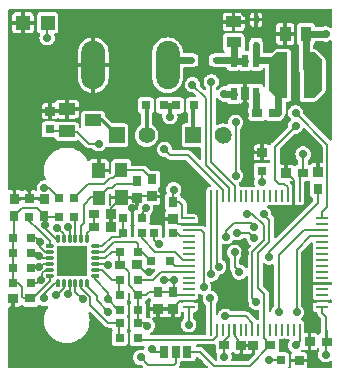
<source format=gbr>
G04 --- HEADER BEGIN --- *
G04 #@! TF.GenerationSoftware,LibrePCB,LibrePCB,1.0.1-unstable*
G04 #@! TF.CreationDate,2023-09-17T23:29:36*
G04 #@! TF.ProjectId,d0-reader,9220702f-a48e-4216-8865-87f6ea8ca353,v1*
G04 #@! TF.Part,Single*
G04 #@! TF.SameCoordinates*
G04 #@! TF.FileFunction,Copper,L4,Bot*
G04 #@! TF.FilePolarity,Positive*
%FSLAX66Y66*%
%MOMM*%
G01*
G75*
G04 --- HEADER END --- *
G04 --- APERTURE LIST BEGIN --- *
G04 #@! TA.AperFunction,SMDPad,CuDef*
%ADD10R,0.75X0.8*%
%ADD11R,0.85X0.8*%
%ADD12R,0.8X0.75*%
%ADD13R,0.8X0.85*%
G04 #@! TA.AperFunction,ComponentPad*
%ADD14R,1.4X1.4*%
%ADD15C,1.4*%
G04 #@! TA.AperFunction,SMDPad,CuDef*
%ADD16R,1.4X1.0*%
%AMOUTLINE17*4,1,6,-0.8,1.95,0.1,1.95,0.8,1.25,0.8,-1.25,0.1,-1.95,-0.8,-1.95,-0.8,1.95,180.0*%
%ADD17OUTLINE17*%
%AMOUTLINE18*4,1,6,-0.8,1.95,0.1,1.95,0.8,1.25,0.8,-1.25,0.1,-1.95,-0.8,-1.95,-0.8,1.95,0.0*%
%ADD18OUTLINE18*%
%ADD19R,1.2X1.2*%
G04 #@! TA.AperFunction,TestPad*
%ADD20R,0.8X1.0*%
G04 #@! TA.AperFunction,SMDPad,CuDef*
%ADD21R,0.45X0.6*%
%AMROUNDEDRECT22*20,1,0.2,-0.45,0.0,0.45,0.0,0.0*20,1,0.1,-0.5,0.0,0.5,0.0,0.0*1,1,0.1,-0.45,0.05*1,1,0.1,0.45,0.05*1,1,0.1,0.45,-0.05*1,1,0.1,-0.45,-0.05*%
%ADD22ROUNDEDRECT22*%
%AMROUNDEDRECT23*20,1,0.2,-0.45,0.0,0.45,0.0,90.0*20,1,0.1,-0.5,0.0,0.5,0.0,90.0*1,1,0.1,-0.05,-0.45*1,1,0.1,-0.05,0.45*1,1,0.1,0.05,0.45*1,1,0.1,0.05,-0.45*%
%ADD23ROUNDEDRECT23*%
%ADD24R,1.1X1.3*%
%ADD25R,1.25X0.95*%
%ADD26R,0.6X0.45*%
G04 #@! TA.AperFunction,ComponentPad*
%ADD27O,2.0X4.1*%
G04 #@! TA.AperFunction,SMDPad,CuDef*
%AMOUTLINE28*4,1,9,-0.275,-0.121244,-0.326244,-0.07,-0.345,0.0,-0.326244,0.07,-0.275,0.121244,-0.205,0.14,0.345,0.14,0.345,-0.14,-0.205,-0.14,-0.275,-0.121244,0.0*%
%ADD28OUTLINE28*%
%AMOUTLINE29*4,1,9,-0.275,-0.121244,-0.326244,-0.07,-0.345,0.0,-0.326244,0.07,-0.275,0.121244,-0.205,0.14,0.345,0.14,0.345,-0.14,-0.205,-0.14,-0.275,-0.121244,90.0*%
%ADD29OUTLINE29*%
%AMOUTLINE30*4,1,9,-0.275,-0.121244,-0.326244,-0.07,-0.345,0.0,-0.326244,0.07,-0.275,0.121244,-0.205,0.14,0.345,0.14,0.345,-0.14,-0.205,-0.14,-0.275,-0.121244,270.0*%
%ADD30OUTLINE30*%
%AMOUTLINE31*4,1,9,-0.275,-0.121244,-0.326244,-0.07,-0.345,0.0,-0.326244,0.07,-0.275,0.121244,-0.205,0.14,0.345,0.14,0.345,-0.14,-0.205,-0.14,-0.275,-0.121244,180.0*%
%ADD31OUTLINE31*%
%ADD32R,2.5X2.5*%
%ADD33R,0.6X1.1*%
%ADD34R,0.95X1.25*%
G04 #@! TA.AperFunction,ViaPad*
%ADD35C,0.7*%
G04 #@! TA.AperFunction,Conductor*
%ADD36C,0.2*%
%ADD37C,0.3*%
%ADD38C,0.6*%
%ADD39C,0.01*%
G04 #@! TD*
G04 --- APERTURE LIST END --- *
G04 --- BOARD BEGIN --- *
D10*
G04 #@! TO.N,3V3*
G04 #@! TO.C,R21*
G04 #@! TO.P,R21,2,2*
X-2717500Y-15875000D03*
G04 #@! TO.N,N25*
G04 #@! TO.P,R21,1,1*
X-4267500Y-15875000D03*
D11*
G04 #@! TO.N,GND*
G04 #@! TO.C,C14*
G04 #@! TO.P,C14,2,2*
X-4990000Y-7778750D03*
G04 #@! TO.N,N22*
G04 #@! TO.P,C14,1,1*
X-6440000Y-7778750D03*
D12*
G04 #@! TO.N,GND*
G04 #@! TO.C,R4*
G04 #@! TO.P,R4,2,2*
X-11906250Y-5336875D03*
G04 #@! TO.N,N23*
G04 #@! TO.P,R4,1,1*
X-11906250Y-6886875D03*
D13*
G04 #@! TO.N,GND*
G04 #@! TO.C,C8*
G04 #@! TO.P,C8,2,2*
X-2778125Y-5328750D03*
G04 #@! TO.N,N4*
G04 #@! TO.P,C8,1,1*
X-2778125Y-3878750D03*
D14*
G04 #@! TO.N,IR_RX*
G04 #@! TO.C,T1*
G04 #@! TO.P,T1,C,C*
X1980000Y0D03*
D15*
G04 #@! TO.N,GND*
G04 #@! TO.P,T1,A,E*
X4520000Y0D03*
D16*
G04 #@! TO.C,Q1*
G04 #@! TO.P,Q1,2,S*
X-8720000Y2220000D03*
G04 #@! TO.N,N1*
G04 #@! TO.P,Q1,3,D*
X-6520000Y1270000D03*
G04 #@! TO.N,IR_TX*
G04 #@! TO.P,Q1,1,G*
X-8720000Y320000D03*
D10*
G04 #@! TO.N,3V3*
G04 #@! TO.C,R20*
G04 #@! TO.P,R20,2,2*
X-2717500Y-14763750D03*
G04 #@! TO.N,RMII_MDIO*
G04 #@! TO.P,R20,1,1*
X-4267500Y-14763750D03*
G04 #@! TO.N,N25*
G04 #@! TO.C,R11*
G04 #@! TO.P,R11,2,2*
X-4267500Y-17145000D03*
G04 #@! TO.N,RMII_REFCLK*
G04 #@! TO.P,R11,1,1*
X-2717500Y-17145000D03*
D17*
G04 #@! TO.N,N5*
G04 #@! TO.C,L3*
G04 #@! TO.P,L3,1,1*
X9186250Y5080000D03*
D18*
G04 #@! TO.N,3V3*
G04 #@! TO.P,L3,2,2*
X12086250Y5080000D03*
D11*
G04 #@! TO.N,!RST*
G04 #@! TO.C,C7*
G04 #@! TO.P,C7,2,2*
X8503750Y-17780000D03*
G04 #@! TO.N,GND*
G04 #@! TO.P,C7,1,1*
X7053750Y-17780000D03*
G04 #@! TO.C,C17*
G04 #@! TO.P,C17,2,2*
X-13266250Y-13811250D03*
G04 #@! TO.N,N20*
G04 #@! TO.P,C17,1,1*
X-11816250Y-13811250D03*
D13*
G04 #@! TO.N,GND*
G04 #@! TO.C,C9*
G04 #@! TO.P,C9,2,2*
X-1508125Y-5170000D03*
G04 #@! TO.N,N6*
G04 #@! TO.P,C9,1,1*
X-1508125Y-3720000D03*
D19*
G04 #@! TO.N,STATUS_LED*
G04 #@! TO.C,LED2*
G04 #@! TO.P,LED2,A,A*
X-10350000Y9525000D03*
G04 #@! TO.N,GND*
G04 #@! TO.P,LED2,C,C*
X-12450000Y9525000D03*
D12*
G04 #@! TO.N,N13*
G04 #@! TO.C,R10*
G04 #@! TO.P,R10,2,2*
X7778750Y-2997500D03*
G04 #@! TO.N,GND*
G04 #@! TO.P,R10,1,1*
X7778750Y-1447500D03*
D10*
G04 #@! TO.N,3V3*
G04 #@! TO.C,R23*
G04 #@! TO.P,R23,2,2*
X-2400000Y-6985000D03*
G04 #@! TO.N,N35*
G04 #@! TO.P,R23,1,1*
X-3950000Y-6985000D03*
D12*
G04 #@! TO.N,N20*
G04 #@! TO.C,L1*
G04 #@! TO.P,L1,2,2*
X-9366250Y-6886875D03*
G04 #@! TO.N,3V3*
G04 #@! TO.P,L1,1,1*
X-9366250Y-5336875D03*
D20*
G04 #@! TO.N,!RST*
G04 #@! TO.C,JP1*
G04 #@! TO.P,JP1,1,1*
X1476250Y-18335625D03*
G04 #@! TO.N,N8*
G04 #@! TO.P,JP1,2,2*
X476250Y-18335625D03*
G04 #@! TO.N,!LAN_RST*
G04 #@! TO.P,JP1,3,3*
X-523750Y-18335625D03*
D21*
G04 #@! TO.N,N5*
G04 #@! TO.C,D2*
G04 #@! TO.P,D2,C,C*
X7302500Y7676250D03*
G04 #@! TO.N,GND*
G04 #@! TO.P,D2,A,A*
X7302500Y9786250D03*
D11*
G04 #@! TO.C,C2*
G04 #@! TO.P,C2,2,2*
X6043125Y-17780000D03*
G04 #@! TO.N,3V3*
G04 #@! TO.P,C2,1,1*
X4593125Y-17780000D03*
D22*
G04 #@! TO.N,N/C*
G04 #@! TO.C,U3*
G04 #@! TO.P,U3,27,PB1*
X1573125Y-9545000D03*
D23*
G04 #@! TO.N,!RST*
G04 #@! TO.P,U3,7,NRST*
X7973125Y-16445000D03*
D22*
G04 #@! TO.N,N/C*
G04 #@! TO.P,U3,53,PC12*
X12873125Y-9045000D03*
G04 #@! TO.P,U3,57,PB5*
X12873125Y-11045000D03*
G04 #@! TO.N,RMII_RXD0*
G04 #@! TO.P,U3,24,PC4*
X1573125Y-11045000D03*
G04 #@! TO.N,GND*
G04 #@! TO.P,U3,18,VSS*
X1573125Y-14045000D03*
D23*
G04 #@! TO.N,N/C*
G04 #@! TO.P,U3,40,PC9*
X6973125Y-5145000D03*
G04 #@! TO.P,U3,44,PA11*
X8973125Y-5145000D03*
G04 #@! TO.N,RMII_TXD0*
G04 #@! TO.P,U3,33,PB12*
X3473125Y-5145000D03*
G04 #@! TO.N,N/C*
G04 #@! TO.P,U3,5,PD0-OSC_IN*
X8973125Y-16445000D03*
D22*
G04 #@! TO.P,U3,62,PB9*
X12873125Y-13545000D03*
G04 #@! TO.N,RMII_TXEN*
G04 #@! TO.P,U3,30,PB11*
X1573125Y-8045000D03*
G04 #@! TO.N,3V3*
G04 #@! TO.P,U3,64,VDD*
X12873125Y-14545000D03*
G04 #@! TO.N,N/C*
G04 #@! TO.P,U3,61,PB8*
X12873125Y-13045000D03*
D23*
G04 #@! TO.N,RMII_MDIO*
G04 #@! TO.P,U3,16,PA2*
X3473125Y-16445000D03*
D22*
G04 #@! TO.N,GND*
G04 #@! TO.P,U3,31,VSS*
X1573125Y-7545000D03*
G04 #@! TO.N,N/C*
G04 #@! TO.P,U3,28,PB2*
X1573125Y-9045000D03*
D23*
G04 #@! TO.P,U3,11,PC3*
X5973125Y-16445000D03*
D22*
G04 #@! TO.P,U3,59,PB7*
X12873125Y-12045000D03*
G04 #@! TO.N,RMII_CRS_DV*
G04 #@! TO.P,U3,23,PA7*
X1573125Y-11545000D03*
G04 #@! TO.N,N/C*
G04 #@! TO.P,U3,58,PB6*
X12873125Y-11545000D03*
G04 #@! TO.P,U3,21,PA5*
X1573125Y-12545000D03*
G04 #@! TO.N,SWCLK*
G04 #@! TO.P,U3,49,PA14*
X12873125Y-7045000D03*
D23*
G04 #@! TO.N,N/C*
G04 #@! TO.P,U3,6,PD1-OSC_OUT*
X8473125Y-16445000D03*
G04 #@! TO.N,GND*
G04 #@! TO.P,U3,47,VSS*
X10473125Y-5145000D03*
G04 #@! TO.P,U3,12,VSSA*
X5473125Y-16445000D03*
G04 #@! TO.N,N/C*
G04 #@! TO.P,U3,41,PA8*
X7473125Y-5145000D03*
D22*
G04 #@! TO.N,RMII_RXD1*
G04 #@! TO.P,U3,25,PC5*
X1573125Y-10545000D03*
D23*
G04 #@! TO.N,N/C*
G04 #@! TO.P,U3,3,PC14-OSC32_IN*
X9973125Y-16445000D03*
D22*
G04 #@! TO.N,3V3*
G04 #@! TO.P,U3,32,VDD*
X1573125Y-7045000D03*
D23*
G04 #@! TO.N,N/C*
G04 #@! TO.P,U3,39,PC8*
X6473125Y-5145000D03*
D22*
G04 #@! TO.N,IR_TX*
G04 #@! TO.P,U3,51,PC10*
X12873125Y-8045000D03*
G04 #@! TO.N,!LAN_RST*
G04 #@! TO.P,U3,17,PA3*
X1573125Y-14545000D03*
D23*
G04 #@! TO.N,RMII_REFCLK*
G04 #@! TO.P,U3,15,PA1*
X3973125Y-16445000D03*
G04 #@! TO.N,RMII_MDC*
G04 #@! TO.P,U3,9,PC1*
X6973125Y-16445000D03*
G04 #@! TO.N,N/C*
G04 #@! TO.P,U3,43,PA10*
X8473125Y-5145000D03*
G04 #@! TO.N,TEST2*
G04 #@! TO.P,U3,37,PC6*
X5473125Y-5145000D03*
D22*
G04 #@! TO.N,IR_RX*
G04 #@! TO.P,U3,52,PC11*
X12873125Y-8545000D03*
D23*
G04 #@! TO.N,N/C*
G04 #@! TO.P,U3,42,PA9*
X7973125Y-5145000D03*
D22*
G04 #@! TO.P,U3,50,PA15*
X12873125Y-7545000D03*
G04 #@! TO.N,RMII_RXER*
G04 #@! TO.P,U3,29,PB10*
X1573125Y-8545000D03*
G04 #@! TO.N,N/C*
G04 #@! TO.P,U3,26,PB0*
X1573125Y-10045000D03*
D23*
G04 #@! TO.P,U3,2,PC13-TAMPER-RTC*
X10473125Y-16445000D03*
G04 #@! TO.N,3V3*
G04 #@! TO.P,U3,1,VBAT*
X10973125Y-16445000D03*
G04 #@! TO.N,N/C*
G04 #@! TO.P,U3,45,PA12*
X9473125Y-5145000D03*
G04 #@! TO.N,STATUS_LED*
G04 #@! TO.P,U3,35,PB14*
X4473125Y-5145000D03*
G04 #@! TO.N,RMII_TXD1*
G04 #@! TO.P,U3,34,PB13*
X3973125Y-5145000D03*
G04 #@! TO.N,N/C*
G04 #@! TO.P,U3,14,PA0-WKUP*
X4473125Y-16445000D03*
G04 #@! TO.P,U3,4,PC15-OSC32_OUT*
X9473125Y-16445000D03*
D22*
G04 #@! TO.N,GND*
G04 #@! TO.P,U3,60,BOOT0*
X12873125Y-12545000D03*
D23*
G04 #@! TO.N,3V3*
G04 #@! TO.P,U3,13,VDDA*
X4973125Y-16445000D03*
G04 #@! TO.N,N/C*
G04 #@! TO.P,U3,10,PC2*
X6473125Y-16445000D03*
D22*
G04 #@! TO.N,GND*
G04 #@! TO.P,U3,63,VSS*
X12873125Y-14045000D03*
D23*
G04 #@! TO.N,N/C*
G04 #@! TO.P,U3,38,PC7*
X5973125Y-5145000D03*
D22*
G04 #@! TO.P,U3,56,PB4*
X12873125Y-10545000D03*
D23*
G04 #@! TO.N,SWDIO*
G04 #@! TO.P,U3,46,PA13*
X9973125Y-5145000D03*
D22*
G04 #@! TO.N,3V3*
G04 #@! TO.P,U3,19,VDD*
X1573125Y-13545000D03*
G04 #@! TO.N,N/C*
G04 #@! TO.P,U3,20,PA4*
X1573125Y-13045000D03*
G04 #@! TO.P,U3,54,PD2*
X12873125Y-9545000D03*
G04 #@! TO.P,U3,55,PB3*
X12873125Y-10045000D03*
G04 #@! TO.P,U3,22,PA6*
X1573125Y-12045000D03*
D23*
G04 #@! TO.N,3V3*
G04 #@! TO.P,U3,48,VDD*
X10973125Y-5145000D03*
G04 #@! TO.N,N/C*
G04 #@! TO.P,U3,8,PC0*
X7473125Y-16445000D03*
G04 #@! TO.N,TEST1*
G04 #@! TO.P,U3,36,PB15*
X4973125Y-5145000D03*
D24*
G04 #@! TO.N,GND*
G04 #@! TO.C,Y1*
G04 #@! TO.P,Y1,2,GND*
X-4130000Y-5277500D03*
G04 #@! TO.N,N4*
G04 #@! TO.P,Y1,3,2*
X-6030000Y-5277500D03*
G04 #@! TO.N,GND*
G04 #@! TO.P,Y1,4,GND*
X-6030000Y-2977500D03*
G04 #@! TO.N,N6*
G04 #@! TO.P,Y1,1,1*
X-4130000Y-2977500D03*
D25*
G04 #@! TO.N,N2*
G04 #@! TO.C,C15*
G04 #@! TO.P,C15,1,1*
X5397500Y7856250D03*
G04 #@! TO.N,GND*
G04 #@! TO.P,C15,2,2*
X5397500Y9606250D03*
D13*
G04 #@! TO.C,C6*
G04 #@! TO.P,C6,2,2*
X238125Y-14695000D03*
G04 #@! TO.N,3V3*
G04 #@! TO.P,C6,1,1*
X238125Y-13245000D03*
D10*
G04 #@! TO.N,N35*
G04 #@! TO.C,R15*
G04 #@! TO.P,R15,2,2*
X-3950000Y-8255000D03*
G04 #@! TO.N,RMII_RXD1*
G04 #@! TO.P,R15,1,1*
X-2400000Y-8255000D03*
D13*
G04 #@! TO.N,GND*
G04 #@! TO.C,C18*
G04 #@! TO.P,C18,2,2*
X-10636250Y-5386875D03*
G04 #@! TO.N,N20*
G04 #@! TO.P,C18,1,1*
X-10636250Y-6836875D03*
D10*
G04 #@! TO.N,3V3*
G04 #@! TO.C,R1*
G04 #@! TO.P,R1,2,2*
X-495000Y2540000D03*
G04 #@! TO.N,N7*
G04 #@! TO.P,R1,1,1*
X-2045000Y2540000D03*
G04 #@! TO.N,3V3*
G04 #@! TO.C,R2*
G04 #@! TO.P,R2,2,2*
X495000Y2540000D03*
G04 #@! TO.N,IR_RX*
G04 #@! TO.P,R2,1,1*
X2045000Y2540000D03*
G04 #@! TO.N,N11*
G04 #@! TO.C,R9*
G04 #@! TO.P,R9,2,2*
X9385000Y-19050000D03*
G04 #@! TO.N,GND*
G04 #@! TO.P,R9,1,1*
X10935000Y-19050000D03*
D13*
G04 #@! TO.C,C1*
G04 #@! TO.P,C1,2,2*
X-1031875Y-14695000D03*
G04 #@! TO.N,3V3*
G04 #@! TO.P,C1,1,1*
X-1031875Y-13245000D03*
D10*
G04 #@! TO.C,R24*
G04 #@! TO.P,R24,2,2*
X-2717500Y-13493750D03*
G04 #@! TO.N,N16*
G04 #@! TO.P,R24,1,1*
X-4267500Y-13493750D03*
G04 #@! TO.N,N18*
G04 #@! TO.C,R19*
G04 #@! TO.P,R19,2,2*
X-1330625Y-8255000D03*
G04 #@! TO.N,RMII_RXER*
G04 #@! TO.P,R19,1,1*
X219375Y-8255000D03*
D26*
G04 #@! TO.N,N2*
G04 #@! TO.C,D1*
G04 #@! TO.P,D1,C,C*
X3912500Y6350000D03*
G04 #@! TO.N,VIN*
G04 #@! TO.P,D1,A,A*
X1802500Y6350000D03*
D12*
G04 #@! TO.N,IR_TX*
G04 #@! TO.C,R3*
G04 #@! TO.P,R3,2,2*
X-10160000Y495000D03*
G04 #@! TO.N,GND*
G04 #@! TO.P,R3,1,1*
X-10160000Y2045000D03*
D14*
G04 #@! TO.N,N1*
G04 #@! TO.C,LED1*
G04 #@! TO.P,LED1,C,C*
X-4520000Y0D03*
D15*
G04 #@! TO.N,N7*
G04 #@! TO.P,LED1,A,A*
X-1980000Y0D03*
D27*
G04 #@! TO.N,GND*
G04 #@! TO.C,J1*
G04 #@! TO.P,J1,2,2*
X-6500000Y5940000D03*
G04 #@! TO.N,VIN*
G04 #@! TO.P,J1,1,1*
X-200000Y5940000D03*
D11*
G04 #@! TO.N,GND*
G04 #@! TO.C,C10*
G04 #@! TO.P,C10,2,2*
X-4990000Y-6667500D03*
G04 #@! TO.N,N22*
G04 #@! TO.P,C10,1,1*
X-6440000Y-6667500D03*
G04 #@! TO.N,GND*
G04 #@! TO.C,C4*
G04 #@! TO.P,C4,2,2*
X9831875Y-3175000D03*
G04 #@! TO.N,3V3*
G04 #@! TO.P,C4,1,1*
X11281875Y-3175000D03*
G04 #@! TO.N,GND*
G04 #@! TO.C,C3*
G04 #@! TO.P,C3,2,2*
X11816250Y-17462500D03*
G04 #@! TO.N,3V3*
G04 #@! TO.P,C3,1,1*
X13266250Y-17462500D03*
D28*
G04 #@! TO.N,RMII_MDIO*
G04 #@! TO.C,U1*
G04 #@! TO.P,U1,12,MDIO*
X-6372500Y-11886250D03*
D29*
G04 #@! TO.N,N24*
G04 #@! TO.P,U1,2,LED2/!INTSEL*
X-9005000Y-8753750D03*
G04 #@! TO.N,N22*
G04 #@! TO.P,U1,6,VDDCR*
X-7005000Y-8753750D03*
D30*
G04 #@! TO.N,RMII_TXD0*
G04 #@! TO.P,U1,17,TXD0*
X-9005000Y-12519250D03*
G04 #@! TO.N,RMII_MDC*
G04 #@! TO.P,U1,13,MDC*
X-7005000Y-12519250D03*
D31*
G04 #@! TO.N,N20*
G04 #@! TO.P,U1,19,VDD1A*
X-10138000Y-11886250D03*
G04 #@! TO.N,RXN*
G04 #@! TO.P,U1,22,RXN*
X-10138000Y-10386250D03*
D29*
G04 #@! TO.N,N4*
G04 #@! TO.P,U1,5,XTAL1/CLKIN*
X-7505000Y-8753750D03*
D31*
G04 #@! TO.N,N23*
G04 #@! TO.P,U1,24,RBIAS*
X-10138000Y-9386250D03*
D30*
G04 #@! TO.N,RMII_TXD1*
G04 #@! TO.P,U1,18,TXD1*
X-9505000Y-12519250D03*
G04 #@! TO.N,RMII_TXEN*
G04 #@! TO.P,U1,16,TXEN*
X-8505000Y-12519250D03*
D28*
G04 #@! TO.N,3V3*
G04 #@! TO.P,U1,9,VDDIO*
X-6372500Y-10386250D03*
G04 #@! TO.N,N35*
G04 #@! TO.P,U1,7,RXD1/MODE1*
X-6372500Y-9386250D03*
D31*
G04 #@! TO.N,TXN*
G04 #@! TO.P,U1,20,TXN*
X-10138000Y-11386250D03*
D30*
G04 #@! TO.N,N8*
G04 #@! TO.P,U1,15,!RST*
X-8005000Y-12519250D03*
D29*
G04 #@! TO.N,N20*
G04 #@! TO.P,U1,1,VDD2A*
X-9505000Y-8753750D03*
D31*
G04 #@! TO.N,TXP*
G04 #@! TO.P,U1,21,TXP*
X-10138000Y-10886250D03*
D29*
G04 #@! TO.N,N10*
G04 #@! TO.P,U1,4,XTAL2*
X-8005000Y-8753750D03*
G04 #@! TO.N,N12*
G04 #@! TO.P,U1,3,LED1/REGOFF*
X-8505000Y-8753750D03*
D30*
G04 #@! TO.N,N25*
G04 #@! TO.P,U1,14,!INT/REFCLKO*
X-7505000Y-12519250D03*
D31*
G04 #@! TO.N,RXP*
G04 #@! TO.P,U1,23,RXP*
X-10138000Y-9886250D03*
D32*
G04 #@! TO.N,GND*
G04 #@! TO.P,U1,EPAD,VSS*
X-8255000Y-10636250D03*
D28*
G04 #@! TO.N,N18*
G04 #@! TO.P,U1,10,RXER/PHYAD0*
X-6372500Y-10886250D03*
G04 #@! TO.N,N15*
G04 #@! TO.P,U1,8,RXD0/MODE0*
X-6372500Y-9886250D03*
G04 #@! TO.N,N16*
G04 #@! TO.P,U1,11,CRS_DV/MODE2*
X-6372500Y-11386250D03*
D10*
G04 #@! TO.N,N20*
G04 #@! TO.C,R6*
G04 #@! TO.P,R6,2,2*
X-13316250Y-12541250D03*
G04 #@! TO.N,TXN*
G04 #@! TO.P,R6,1,1*
X-11766250Y-12541250D03*
G04 #@! TO.N,3V3*
G04 #@! TO.C,R22*
G04 #@! TO.P,R22,2,2*
X-4267500Y-9842500D03*
G04 #@! TO.N,N15*
G04 #@! TO.P,R22,1,1*
X-2717500Y-9842500D03*
G04 #@! TO.C,R14*
G04 #@! TO.P,R14,2,2*
X-1568750Y-10636250D03*
G04 #@! TO.N,RMII_RXD0*
G04 #@! TO.P,R14,1,1*
X-18750Y-10636250D03*
D33*
G04 #@! TO.N,N2*
G04 #@! TO.C,U2*
G04 #@! TO.P,U2,5,VIN*
X6350000Y6321250D03*
G04 #@! TO.N,GND*
G04 #@! TO.P,U2,2,GND*
X6350000Y3521250D03*
G04 #@! TO.N,N5*
G04 #@! TO.P,U2,6,SW*
X7300000Y6321250D03*
G04 #@! TO.N,N3*
G04 #@! TO.P,U2,1,CB*
X7300000Y3521250D03*
G04 #@! TO.N,3V3*
G04 #@! TO.P,U2,3,FB*
X5400000Y3521250D03*
G04 #@! TO.N,N2*
G04 #@! TO.P,U2,4,!SHDN*
X5400000Y6321250D03*
D13*
G04 #@! TO.N,GND*
G04 #@! TO.C,C5*
G04 #@! TO.P,C5,2,2*
X238125Y-7075000D03*
G04 #@! TO.N,3V3*
G04 #@! TO.P,C5,1,1*
X238125Y-5625000D03*
G04 #@! TO.N,GND*
G04 #@! TO.C,C19*
G04 #@! TO.P,C19,2,2*
X-13176250Y-5386875D03*
G04 #@! TO.N,N20*
G04 #@! TO.P,C19,1,1*
X-13176250Y-6836875D03*
D12*
G04 #@! TO.N,N6*
G04 #@! TO.C,R25*
G04 #@! TO.P,R25,2,2*
X-8096250Y-5336875D03*
G04 #@! TO.N,N10*
G04 #@! TO.P,R25,1,1*
X-8096250Y-6886875D03*
D10*
G04 #@! TO.N,N20*
G04 #@! TO.C,R8*
G04 #@! TO.P,R8,2,2*
X-13316250Y-10001250D03*
G04 #@! TO.N,RXN*
G04 #@! TO.P,R8,1,1*
X-11766250Y-10001250D03*
D11*
G04 #@! TO.N,N5*
G04 #@! TO.C,C12*
G04 #@! TO.P,C12,2,2*
X8821250Y1905000D03*
G04 #@! TO.N,N3*
G04 #@! TO.P,C12,1,1*
X7371250Y1905000D03*
G04 #@! TO.N,GND*
G04 #@! TO.C,C13*
G04 #@! TO.P,C13,2,2*
X-2767500Y-10953750D03*
G04 #@! TO.N,3V3*
G04 #@! TO.P,C13,1,1*
X-4217500Y-10953750D03*
D10*
G04 #@! TO.N,N20*
G04 #@! TO.C,R7*
G04 #@! TO.P,R7,2,2*
X-13316250Y-8731250D03*
G04 #@! TO.N,RXP*
G04 #@! TO.P,R7,1,1*
X-11766250Y-8731250D03*
D34*
G04 #@! TO.N,3V3*
G04 #@! TO.C,C27*
G04 #@! TO.P,C27,1,1*
X11511250Y8572500D03*
G04 #@! TO.N,GND*
G04 #@! TO.P,C27,2,2*
X9761250Y8572500D03*
D10*
G04 #@! TO.N,N16*
G04 #@! TO.C,R18*
G04 #@! TO.P,R18,2,2*
X-4267500Y-12223750D03*
G04 #@! TO.N,RMII_CRS_DV*
G04 #@! TO.P,R18,1,1*
X-2717500Y-12223750D03*
G04 #@! TO.N,N20*
G04 #@! TO.C,R5*
G04 #@! TO.P,R5,2,2*
X-13316250Y-11271250D03*
G04 #@! TO.N,TXP*
G04 #@! TO.P,R5,1,1*
X-11766250Y-11271250D03*
D13*
G04 #@! TO.N,GND*
G04 #@! TO.C,C11*
G04 #@! TO.P,C11,2,2*
X12541250Y-3085000D03*
G04 #@! TO.N,N20*
G04 #@! TO.P,C11,1,1*
X12541250Y-4535000D03*
D35*
G04 #@! TD.C*
G04 #@! TD.P*
G04 #@! TO.N,GND*
X6588125Y-3889375D03*
X-7858125Y-10874375D03*
X9842500Y-1587500D03*
D36*
X10473125Y-3816179D02*
X9831875Y-3175000D01*
X9831875Y-3175000D02*
X9842500Y-1587500D01*
X10473125Y-5145000D02*
X10473125Y-3816179D01*
D35*
X6350000Y2540000D03*
X4603750Y5238750D03*
G04 #@! TO.N,N11*
X8413750Y-19050000D03*
D36*
X9385000Y-19050000D02*
X8413750Y-19050000D01*
D35*
G04 #@! TO.N,IR_RX*
X10715625Y-15001875D03*
D36*
X11854375Y-8545000D02*
X10715625Y-9683750D01*
D37*
X1980000Y0D02*
X1980000Y2475000D01*
D36*
X10715625Y-15001875D02*
X10715625Y-9683750D01*
X12873125Y-8545000D02*
X11854375Y-8545000D01*
D37*
X1980000Y2475000D02*
X2045000Y2540000D01*
D36*
G04 #@! TO.N,N4*
X-3026875Y-4127500D02*
X-2778125Y-3878750D01*
X-6030000Y-5277500D02*
X-5238750Y-4445000D01*
X-7302500Y-7461250D02*
X-7302500Y-6508750D01*
X-6667500Y-5238750D02*
X-6068750Y-5238750D01*
X-7302500Y-5873750D02*
X-6667500Y-5238750D01*
X-7302500Y-6508750D02*
X-7302500Y-5873750D01*
X-4921250Y-4445000D02*
X-4603750Y-4127500D01*
X-4603750Y-4127500D02*
X-3026875Y-4127500D01*
X-7505000Y-7663750D02*
X-7302500Y-7461250D01*
X-7505000Y-8753750D02*
X-7505000Y-7663750D01*
X-5238750Y-4445000D02*
X-4921250Y-4445000D01*
X-6068750Y-5238750D02*
X-6030000Y-5277500D01*
D35*
G04 #@! TO.N,GND*
X10160000Y10318750D03*
X6350000Y1746250D03*
X-8651875Y-10160000D03*
X-11906250Y-4445000D03*
D36*
X-11906250Y-5336875D02*
X-10636250Y-5386875D01*
X-11906250Y-5336875D02*
X-13176250Y-5386875D01*
X-11906250Y-5336875D02*
X-11906250Y-4445000D01*
D35*
G04 #@! TO.N,3V3*
X13176250Y8572500D03*
D38*
X13176250Y8572500D02*
X11511250Y8572500D01*
X11511250Y5655000D02*
X12086250Y5080000D01*
X11511250Y8572500D02*
X11511250Y5655000D01*
X11511250Y8572500D02*
X11511250Y8572500D01*
D36*
G04 #@! TO.N,RMII_RXD1*
X-2381250Y-8731250D02*
X-2381250Y-8273750D01*
X-2381250Y-8273750D02*
X-2400000Y-8255000D01*
X396875Y-9842500D02*
X-1270000Y-9842500D01*
X1573125Y-10545000D02*
X1099375Y-10545000D01*
X1099375Y-10545000D02*
X396875Y-9842500D01*
X-1270000Y-9842500D02*
X-2381250Y-8731250D01*
D35*
G04 #@! TO.N,!LAN_RST*
X1587500Y-16033750D03*
X-1508125Y-18097500D03*
D36*
X1573125Y-14545000D02*
X1573125Y-15810000D01*
X-1508125Y-18097500D02*
X-1270000Y-18335625D01*
X-523750Y-18335625D02*
X-1270000Y-18335625D01*
X1573125Y-15810000D02*
X1587500Y-16033750D01*
D35*
G04 #@! TO.N,GND*
X11906250Y-18573750D03*
D36*
X11588750Y-12858750D02*
X11906250Y-12541250D01*
X11822500Y-17456250D02*
X11816250Y-17462500D01*
X12873125Y-14045000D02*
X11822500Y-14045000D01*
X11588750Y-13811250D02*
X11588750Y-12858750D01*
X11822500Y-14045000D02*
X11822500Y-17456250D01*
X11816250Y-18483750D02*
X11906250Y-18573750D01*
X11816250Y-17462500D02*
X11816250Y-18483750D01*
X11822500Y-14045000D02*
X11588750Y-13811250D01*
X11906250Y-12541250D02*
X12869375Y-12541250D01*
X12869375Y-12541250D02*
X12873125Y-12545000D01*
D35*
G04 #@! TO.N,RMII_TXEN*
X-8651875Y-13414375D03*
X2857500Y-12858750D03*
D36*
X2857500Y-12858750D02*
X2857500Y-8255000D01*
X-8505000Y-12519250D02*
X-8505000Y-13267500D01*
X1573125Y-8045000D02*
X2647500Y-8045000D01*
X-8505000Y-13267500D02*
X-8651875Y-13414375D01*
X2647500Y-8045000D02*
X2857500Y-8255000D01*
D35*
G04 #@! TO.N,3V3*
X-10636250Y-4445000D03*
D36*
X-10258125Y-4445000D02*
X-9366250Y-5336875D01*
X-10636250Y-4445000D02*
X-10258125Y-4445000D01*
D35*
G04 #@! TO.N,IR_TX*
X9207500Y-15001875D03*
X-6032500Y-714375D03*
D36*
X12873125Y-8045000D02*
X11322500Y-8045000D01*
X-6826250Y-714375D02*
X-7858125Y317500D01*
X-8720000Y320000D02*
X-9985000Y320000D01*
X11322500Y-8045000D02*
X9207500Y-10160000D01*
X-8717500Y317500D02*
X-8720000Y320000D01*
X-7858125Y317500D02*
X-8717500Y317500D01*
X-9985000Y320000D02*
X-10160000Y495000D01*
X-6032500Y-714375D02*
X-6826250Y-714375D01*
X9207500Y-15001875D02*
X9207500Y-10160000D01*
D35*
G04 #@! TO.N,GND*
X-12541250Y7778750D03*
D36*
X-12450000Y7870000D02*
X-12541250Y7778750D01*
X-12450000Y9525000D02*
X-12450000Y7870000D01*
D35*
G04 #@! TO.N,N8*
X-2460625Y-18811875D03*
X-7381875Y-13890625D03*
D36*
X317500Y-19446875D02*
X476250Y-19288125D01*
X-7381875Y-13890625D02*
X-8005000Y-13267500D01*
X476250Y-18335625D02*
X476250Y-19288125D01*
X317500Y-19446875D02*
X-1825625Y-19446875D01*
X-1825625Y-19446875D02*
X-2460625Y-18811875D01*
X-8005000Y-12519250D02*
X-8005000Y-13267500D01*
D35*
G04 #@! TO.N,GND*
X-13017500Y-2778125D03*
X-6191250Y-16430625D03*
G04 #@! TO.N,!RST*
X5556250Y1111250D03*
X5556250Y-3413125D03*
X7937500Y-6667500D03*
D36*
X1476250Y-18335625D02*
X2540000Y-18335625D01*
X7937500Y-6667500D02*
X8413750Y-7143750D01*
X6757500Y-19526250D02*
X8503750Y-17780000D01*
X2540000Y-18335625D02*
X3730625Y-19526250D01*
X7461250Y-10001250D02*
X8413750Y-9048750D01*
X7973125Y-17170000D02*
X8503750Y-17780000D01*
X7973125Y-13450000D02*
X7461250Y-12938125D01*
X7973125Y-16445000D02*
X7973125Y-13450000D01*
X5556250Y1111250D02*
X5556250Y-3413125D01*
X3730625Y-19526250D02*
X6757500Y-19526250D01*
X7461250Y-12938125D02*
X7461250Y-10001250D01*
X8413750Y-9048750D02*
X8413750Y-7143750D01*
X7973125Y-16445000D02*
X7973125Y-17170000D01*
D35*
G04 #@! TO.N,GND*
X6032500Y-18732500D03*
D36*
X5794375Y-17303750D02*
X5794375Y-17531250D01*
X6032500Y-17780000D02*
X6043125Y-17780000D01*
X5473125Y-16445000D02*
X5473125Y-16982500D01*
X5473125Y-16982500D02*
X5794375Y-17303750D01*
X5794375Y-17531250D02*
X6043125Y-17780000D01*
X6032500Y-17780000D02*
X7053750Y-17780000D01*
X6032500Y-17780000D02*
X6032500Y-18732500D01*
G04 #@! TO.N,N10*
X-8005000Y-6973125D02*
X-8096250Y-6905625D01*
X-8096250Y-6886875D02*
X-8096250Y-6905625D01*
X-8005000Y-8753750D02*
X-8005000Y-6973125D01*
D35*
G04 #@! TO.N,3V3*
X10636250Y-17780000D03*
D36*
X10973125Y-17443125D02*
X10636250Y-17780000D01*
X10973125Y-16445000D02*
X10973125Y-17443125D01*
D35*
G04 #@! TO.N,RMII_MDC*
X4683125Y-15319375D03*
X-5238750Y-14922500D03*
D36*
X6973125Y-15863125D02*
X6429375Y-15319375D01*
X4683125Y-15319375D02*
X6429375Y-15319375D01*
X-7005000Y-12759375D02*
X-6191250Y-13573125D01*
X6973125Y-16445000D02*
X6973125Y-15863125D01*
X-6191250Y-13970000D02*
X-6191250Y-13573125D01*
X-7005000Y-12519250D02*
X-7005000Y-12759375D01*
X-6191250Y-13970000D02*
X-5238750Y-14922500D01*
D35*
G04 #@! TO.N,GND*
X-6508750Y-1587500D03*
D36*
X-6030000Y-2977500D02*
X-6030000Y-1590000D01*
X-6030000Y-1590000D02*
X-6508750Y-1587500D01*
D35*
G04 #@! TO.N,N24*
X-9604375Y-7858125D03*
D36*
X-9005000Y-8753750D02*
X-9005000Y-8378125D01*
X-9005000Y-8378125D02*
X-9525000Y-7858125D01*
X-9604375Y-7858125D02*
X-9525000Y-7858125D01*
D35*
G04 #@! TO.N,GND*
X158750Y-16113125D03*
X-952500Y-16113125D03*
D36*
X-952500Y-16113125D02*
X-952500Y-14774375D01*
X1573125Y-14045000D02*
X888125Y-14045000D01*
X888125Y-14045000D02*
X238125Y-14695000D01*
X238125Y-14695000D02*
X-1031875Y-14695000D01*
X158750Y-16113125D02*
X158750Y-14774375D01*
X158750Y-14774375D02*
X238125Y-14695000D01*
X-952500Y-14774375D02*
X-1031875Y-14695000D01*
G04 #@! TO.N,N23*
X-10138000Y-8991375D02*
X-11191875Y-7937500D01*
X-10138000Y-9386250D02*
X-10138000Y-8991375D01*
X-11906250Y-6886875D02*
X-11906250Y-7223125D01*
X-11906250Y-7223125D02*
X-11191875Y-7937500D01*
D35*
G04 #@! TO.N,GND*
X-10160000Y3016250D03*
D37*
X-8895000Y2045000D02*
X-8720000Y2220000D01*
X-10160000Y2045000D02*
X-8895000Y2045000D01*
X-10160000Y2045000D02*
X-10160000Y3016250D01*
D35*
G04 #@! TO.N,N12*
X-8651875Y-7778750D03*
X7302500Y-14128750D03*
X6508750Y-6667500D03*
D36*
X6985000Y-6667500D02*
X7937500Y-7620000D01*
X-8505000Y-7925625D02*
X-8651875Y-7778750D01*
X7302500Y-14128750D02*
X6985000Y-13811250D01*
X6985000Y-9842500D02*
X6985000Y-13811250D01*
X6508750Y-6667500D02*
X6985000Y-6667500D01*
X7937500Y-7620000D02*
X7937500Y-8890000D01*
X-8505000Y-8753750D02*
X-8505000Y-7925625D01*
X7937500Y-8890000D02*
X6985000Y-9842500D01*
D35*
G04 #@! TO.N,3V3*
X4603750Y-18732500D03*
D36*
X4683125Y-17690000D02*
X4593125Y-17780000D01*
X4973125Y-17013750D02*
X4603750Y-17383125D01*
X4603750Y-17790625D02*
X4593125Y-17780000D01*
X4973125Y-16445000D02*
X4973125Y-17013750D01*
X4593125Y-17780000D02*
X4683125Y-17690000D01*
X4593125Y-17780000D02*
X4603750Y-17383125D01*
X4603750Y-18732500D02*
X4603750Y-17790625D01*
D35*
G04 #@! TO.N,GND*
X-635000Y-4603750D03*
X-3175000Y-6191250D03*
D36*
X-4990000Y-6667500D02*
X-4990000Y-6138476D01*
X238125Y-7075000D02*
X-68750Y-7075000D01*
X-635000Y-4603750D02*
X-635000Y-4783750D01*
X-2778125Y-5328750D02*
X-2778125Y-6032500D01*
X-624375Y-5170000D02*
X-635000Y-5159375D01*
X-3016250Y-6032500D02*
X-2778125Y-6032500D01*
X238125Y-7075000D02*
X708125Y-7545000D01*
X-2698750Y-5170000D02*
X-2778125Y-5328750D01*
X-635000Y-4783750D02*
X-624375Y-5170000D01*
X-4990000Y-6138476D02*
X-4130000Y-5277500D01*
X-1508125Y-5170000D02*
X-624375Y-5170000D01*
X-1508125Y-5170000D02*
X-1508125Y-5170000D01*
X-2778125Y-5328750D02*
X-4130000Y-5277500D01*
X1573125Y-7545000D02*
X708125Y-7545000D01*
X-635000Y-5159375D02*
X-635000Y-7075000D01*
X-635000Y-7075000D02*
X238125Y-7075000D01*
X-1508125Y-5170000D02*
X-2698750Y-5170000D01*
X-4990000Y-6667500D02*
X-4990000Y-7778750D01*
X-3175000Y-6191250D02*
X-3016250Y-6032500D01*
D35*
X12541250Y-19288125D03*
G04 #@! TO.N,3V3*
X4603750Y3492500D03*
D38*
X5400000Y3521250D02*
X4632500Y3521250D01*
X4632500Y3521250D02*
X4603750Y3492500D01*
D35*
G04 #@! TO.N,GND*
X-7858125Y-10160000D03*
G04 #@! TO.N,3V3*
X317500Y-4603750D03*
D36*
X1031875Y-5873750D02*
X1031875Y-6985000D01*
X1091875Y-7045000D02*
X1031875Y-6985000D01*
X238125Y-4683125D02*
X317500Y-4603750D01*
X476250Y-5625000D02*
X783125Y-5625000D01*
X238125Y-5625000D02*
X238125Y-4683125D01*
X1573125Y-7045000D02*
X1091875Y-7045000D01*
X783125Y-5625000D02*
X1031875Y-5873750D01*
X476250Y-5625000D02*
X238125Y-5625000D01*
D38*
G04 #@! TO.N,N3*
X7300000Y1976250D02*
X7371250Y1905000D01*
X7300000Y3521250D02*
X7300000Y1976250D01*
D37*
G04 #@! TO.N,N7*
X-1980000Y2475000D02*
X-2045000Y2540000D01*
X-1980000Y0D02*
X-1980000Y2475000D01*
D36*
G04 #@! TO.N,N35*
X-4267500Y-8572500D02*
X-3950000Y-8255000D01*
X-6372500Y-9386250D02*
X-5735000Y-9386250D01*
X-5735000Y-9386250D02*
X-4921250Y-8572500D01*
X-3950000Y-8255000D02*
X-3950000Y-6985000D01*
X-4921250Y-8572500D02*
X-4267500Y-8572500D01*
D35*
G04 #@! TO.N,RXP*
X7143750Y-8731250D03*
X5715000Y-8255000D03*
X-11033125Y-9048750D03*
D36*
X5715000Y-8255000D02*
X6667500Y-8255000D01*
X-11033125Y-9445625D02*
X-11033125Y-9048750D01*
X-11350625Y-8731250D02*
X-11033125Y-9048750D01*
X7143750Y-8731250D02*
X6667500Y-8255000D01*
X-10592500Y-9886250D02*
X-11033125Y-9445625D01*
X-11033125Y-9048750D02*
X-11033125Y-9048750D01*
X-10138000Y-9886250D02*
X-10592500Y-9886250D01*
X-11766250Y-8731250D02*
X-11350625Y-8731250D01*
D35*
G04 #@! TO.N,GND*
X6350000Y-10001250D03*
X-8334375Y9525000D03*
G04 #@! TO.N,TEST1*
X1905000Y4286250D03*
D36*
X3016250Y3175000D02*
X1905000Y4286250D01*
X4973125Y-5145000D02*
X4973125Y-4496875D01*
X3016250Y-2540000D02*
X3016250Y3175000D01*
X4973125Y-4496875D02*
X3016250Y-2540000D01*
D35*
G04 #@! TO.N,SWDIO*
X10636250Y793750D03*
D36*
X9683750Y-4127500D02*
X9207500Y-4127500D01*
X8890000Y-952500D02*
X10636250Y793750D01*
X9973125Y-4416875D02*
X9683750Y-4127500D01*
X9207500Y-4127500D02*
X8890000Y-3810000D01*
X9973125Y-5145000D02*
X9973125Y-4416875D01*
X8890000Y-3810000D02*
X8890000Y-952500D01*
D35*
G04 #@! TO.N,GND*
X8175625Y-12223750D03*
X12541250Y-1587500D03*
D36*
X12541250Y-1587500D02*
X12541250Y-3085000D01*
G04 #@! TO.N,N22*
X-6440000Y-7778750D02*
X-6826250Y-8096250D01*
X-7005000Y-8275000D02*
X-6826250Y-8096250D01*
X-7005000Y-8753750D02*
X-7005000Y-8433750D01*
X-7005000Y-8433750D02*
X-7005000Y-8275000D01*
X-6440000Y-7778750D02*
X-6440000Y-6667500D01*
D38*
G04 #@! TO.N,N2*
X5400000Y6350000D02*
X5400000Y6321250D01*
X5400000Y7853750D02*
X5397500Y7856250D01*
X5400000Y6321250D02*
X6350000Y6321250D01*
X3912500Y6350000D02*
X5400000Y6350000D01*
X5400000Y6321250D02*
X5400000Y7853750D01*
D35*
G04 #@! TO.N,RMII_TXD0*
X-9683750Y-13493750D03*
X3492500Y-11747500D03*
D36*
X-9005000Y-12519250D02*
X-9005000Y-12894375D01*
X-9005000Y-12894375D02*
X-9604375Y-13493750D01*
X3473125Y-11569375D02*
X3492500Y-11747500D01*
X-9683750Y-13493750D02*
X-9604375Y-13493750D01*
X3473125Y-5145000D02*
X3473125Y-11569375D01*
D35*
G04 #@! TO.N,GND*
X9604375Y-17938750D03*
G04 #@! TO.N,3V3*
X13176250Y-18573750D03*
D36*
X13221250Y-18528750D02*
X13176250Y-18573750D01*
X12873125Y-14545000D02*
X12873125Y-15005625D01*
X13221250Y-15353750D02*
X13266250Y-17462500D01*
X13221250Y-15353750D02*
X12873125Y-15005625D01*
X13221250Y-15353750D02*
X13221250Y-18528750D01*
D35*
G04 #@! TO.N,GND*
X13255625Y10318750D03*
X2063750Y-5080000D03*
X7699375Y238125D03*
X-11747500Y-2698750D03*
D38*
G04 #@! TO.N,N5*
X9186250Y1905000D02*
X9186250Y5080000D01*
X7300000Y6350000D02*
X9186250Y6350000D01*
X7300000Y6350000D02*
X7300000Y6321250D01*
X8821250Y1905000D02*
X9186250Y1905000D01*
X9186250Y6350000D02*
X9186250Y5080000D01*
X7300000Y7673750D02*
X7302500Y7676250D01*
X7300000Y6350000D02*
X7300000Y7673750D01*
D35*
G04 #@! TO.N,3V3*
X11271250Y-1587500D03*
D36*
X10973125Y-5145000D02*
X10973125Y-3483679D01*
X10973125Y-3483679D02*
X11281875Y-3175000D01*
X11281875Y-3175000D02*
X11271250Y-1587500D01*
D35*
G04 #@! TO.N,RXN*
X4762500Y-8572500D03*
X-11112500Y-10239375D03*
X7143750Y-7778750D03*
D36*
X-11112500Y-10001250D02*
X-11112500Y-10239375D01*
X6826250Y-7461250D02*
X7143750Y-7778750D01*
X5397500Y-7461250D02*
X6826250Y-7461250D01*
X-10727500Y-10386250D02*
X-11112500Y-10001250D01*
X4762500Y-8096250D02*
X5397500Y-7461250D01*
X4762500Y-8572500D02*
X4762500Y-8096250D01*
X-10138000Y-10386250D02*
X-10727500Y-10386250D01*
X-11766250Y-10001250D02*
X-11112500Y-10001250D01*
G04 #@! TO.N,RMII_RXER*
X845625Y-8545000D02*
X555625Y-8255000D01*
X1573125Y-8545000D02*
X845625Y-8545000D01*
X219375Y-8255000D02*
X555625Y-8255000D01*
D35*
G04 #@! TO.N,GND*
X6350000Y10318750D03*
X-13017500Y3651250D03*
D37*
G04 #@! TO.N,N1*
X-6520000Y1270000D02*
X-5790000Y1270000D01*
X-5790000Y1270000D02*
X-4520000Y0D01*
D35*
G04 #@! TO.N,GND*
X317500Y0D03*
G04 #@! TO.N,RMII_TXD1*
X-10636250Y-13811250D03*
X4127500Y-11112500D03*
D36*
X-9741125Y-12519250D02*
X-10636250Y-13414375D01*
X3973125Y-10958125D02*
X4127500Y-11112500D01*
X-9505000Y-12519250D02*
X-9741125Y-12519250D01*
X3973125Y-5145000D02*
X3973125Y-10958125D01*
X-10636250Y-13811250D02*
X-10636250Y-13414375D01*
D35*
G04 #@! TO.N,N13*
X7778750Y-3968750D03*
D36*
X7778750Y-2997500D02*
X7778750Y-3968750D01*
D35*
G04 #@! TO.N,GND*
X3413125Y-18097500D03*
G04 #@! TO.N,TXP*
X5873750Y-11588750D03*
X5476875Y-9921875D03*
X-11112500Y-11112500D03*
D36*
X-11766250Y-11271250D02*
X-11112500Y-11271250D01*
X5476875Y-9921875D02*
X5476875Y-11191875D01*
X5476875Y-11191875D02*
X5873750Y-11588750D01*
X-10727500Y-10886250D02*
X-11112500Y-11271250D01*
X-11112500Y-11271250D02*
X-11112500Y-11112500D01*
X-10138000Y-10886250D02*
X-10727500Y-10886250D01*
D35*
G04 #@! TO.N,GND*
X6826250Y-1428750D03*
D36*
X6845000Y-1447500D02*
X6826250Y-1428750D01*
D35*
X4921250Y-12938125D03*
X-1746250Y-11588750D03*
D36*
X-1746250Y-11588750D02*
X-2132500Y-11588750D01*
X-2132500Y-11588750D02*
X-2767500Y-10953750D01*
D35*
G04 #@! TO.N,RMII_MDIO*
X-5238750Y-13890625D03*
X3413125Y-13811250D03*
D36*
X-6372500Y-11886250D02*
X-6372500Y-12201250D01*
X-4365625Y-14763750D02*
X-5238750Y-13890625D01*
X-5238750Y-13890625D02*
X-5238750Y-13335000D01*
X3473125Y-13871250D02*
X3413125Y-13811250D01*
X-4267500Y-14763750D02*
X-4365625Y-14763750D01*
X-6372500Y-12201250D02*
X-5238750Y-13335000D01*
X3473125Y-16445000D02*
X3473125Y-13871250D01*
D35*
G04 #@! TO.N,3V3*
X0Y1587500D03*
D37*
X0Y2540000D02*
X-495000Y2540000D01*
X0Y2540000D02*
X495000Y2540000D01*
X0Y2540000D02*
X0Y1587500D01*
D35*
G04 #@! TO.N,TXN*
X-10953750Y-12223750D03*
D36*
X-11766250Y-12541250D02*
X-11271250Y-12541250D01*
X-10138000Y-11386250D02*
X-10513125Y-11386250D01*
X-10513125Y-11386250D02*
X-10795000Y-11668125D01*
X-10953750Y-12223750D02*
X-11271250Y-12541250D01*
X-10795000Y-11668125D02*
X-10795000Y-12065000D01*
X-10953750Y-12223750D02*
X-10795000Y-12065000D01*
D35*
G04 #@! TO.N,TEST2*
X3492500Y4524375D03*
D36*
X5473125Y-5145000D02*
X5473125Y-4282500D01*
X3492500Y-2301875D02*
X3492500Y4206875D01*
X5473125Y-4282500D02*
X3492500Y-2301875D01*
X3492500Y4206875D02*
X3492500Y4524375D01*
D35*
G04 #@! TO.N,STATUS_LED*
X-10398125Y8255000D03*
X-476250Y-1190625D03*
D36*
X1508125Y-1666875D02*
X0Y-1666875D01*
X4473125Y-4631875D02*
X1508125Y-1666875D01*
X-10398125Y9476875D02*
X-10350000Y9525000D01*
X4473125Y-5145000D02*
X4473125Y-4631875D01*
X0Y-1666875D02*
X-476250Y-1190625D01*
X-10398125Y8255000D02*
X-10398125Y9476875D01*
D35*
G04 #@! TO.N,SWCLK*
X10636250Y1905000D03*
D36*
X13335000Y-6032500D02*
X13335000Y-793750D01*
X12873125Y-6494375D02*
X13335000Y-6032500D01*
X12873125Y-7045000D02*
X12873125Y-6494375D01*
X13335000Y-793750D02*
X10636250Y1905000D01*
D38*
G04 #@! TO.N,VIN*
X210000Y6350000D02*
X-200000Y5940000D01*
X1802500Y6350000D02*
X210000Y6350000D01*
D35*
G04 #@! TO.N,GND*
X-3095625Y5953125D03*
X1190625Y-3651250D03*
D36*
G04 #@! TO.N,N25*
X-4286250Y-15875000D02*
X-5238750Y-15875000D01*
X-4286250Y-15875000D02*
X-4286250Y-17126250D01*
X-5238750Y-15875000D02*
X-6746875Y-14366875D01*
X-4286250Y-17126250D02*
X-4267500Y-17145000D01*
X-4286250Y-15875000D02*
X-4267500Y-15875000D01*
X-7505000Y-12519250D02*
X-7505000Y-12894375D01*
X-7505000Y-12894375D02*
X-6746875Y-13652500D01*
X-6746875Y-13652500D02*
X-6746875Y-14366875D01*
G04 #@! TO.N,N16*
X-4286250Y-12223750D02*
X-4921250Y-12223750D01*
X-4286250Y-12223750D02*
X-4267500Y-12223750D01*
X-5758750Y-11386250D02*
X-4921250Y-12223750D01*
X-6372500Y-11386250D02*
X-5758750Y-11386250D01*
X-4286250Y-12223750D02*
X-4286250Y-13475000D01*
X-4286250Y-13475000D02*
X-4267500Y-13493750D01*
G04 #@! TO.N,RMII_CRS_DV*
X1573125Y-11545000D02*
X-750000Y-11545000D01*
X-2717500Y-12223750D02*
X-1428750Y-12223750D01*
X-750000Y-11545000D02*
X-1428750Y-12223750D01*
D35*
G04 #@! TO.N,GND*
X11985625Y-555625D03*
X2460625Y-19288125D03*
X-11588750Y-16113125D03*
G04 #@! TO.N,3V3*
X-1905000Y-16113125D03*
X317500Y-12223750D03*
X-476250Y-12223750D03*
D36*
X-2143125Y-15875000D02*
X-1905000Y-16113125D01*
X1573125Y-13545000D02*
X538125Y-13545000D01*
X-2717500Y-13493750D02*
X-2063750Y-13493750D01*
X-6372500Y-10386250D02*
X-5465000Y-10386250D01*
X-2717500Y-14922500D02*
X-2717500Y-15875000D01*
X-2717500Y-14922500D02*
X-2717500Y-14763750D01*
X-4286250Y-9842500D02*
X-4286250Y-10885000D01*
X-3492500Y-11588750D02*
X-3492500Y-12718750D01*
X-1815000Y-13245000D02*
X-2063750Y-13493750D01*
X-2717500Y-13493750D02*
X-2717500Y-14763750D01*
X-4217500Y-10953750D02*
X-4286250Y-10885000D01*
X-1031875Y-13245000D02*
X238125Y-13245000D01*
X-4217500Y-10953750D02*
X-4127500Y-10953750D01*
X317500Y-12223750D02*
X317500Y-13165625D01*
X538125Y-13545000D02*
X238125Y-13245000D01*
X-1031875Y-13245000D02*
X-1815000Y-13245000D01*
X-5465000Y-10386250D02*
X-4921250Y-9842500D01*
X-4286250Y-9842500D02*
X-4267500Y-9842500D01*
X317500Y-12223750D02*
X-476250Y-12223750D01*
X317500Y-13165625D02*
X238125Y-13245000D01*
X-4217500Y-10953750D02*
X-4217500Y-10953750D01*
X-2717500Y-15875000D02*
X-2143125Y-15875000D01*
X-952500Y-13165625D02*
X-1031875Y-13245000D01*
X-4286250Y-9842500D02*
X-4921250Y-9842500D01*
X-2717500Y-13493750D02*
X-3492500Y-12718750D01*
X-4127500Y-10953750D02*
X-3492500Y-11588750D01*
D35*
G04 #@! TO.N,GND*
X2619375Y-16510000D03*
G04 #@! TO.N,3V3*
X-2063750Y-6191250D03*
D36*
X-2400000Y-6985000D02*
X-2400000Y-6686250D01*
X-2400000Y-6686250D02*
X-2063750Y-6191250D01*
D35*
G04 #@! TO.N,GND*
X-13335000Y-19288125D03*
G04 #@! TO.N,N20*
X8413750Y-10318750D03*
X-10556875Y-7620000D03*
D36*
X-13316250Y-10001250D02*
X-13316250Y-8731250D01*
X-13316250Y-12541250D02*
X-13316250Y-12541250D01*
X-13316250Y-12541250D02*
X-13316250Y-11271250D01*
X-10556875Y-7620000D02*
X-10556875Y-6905625D01*
X-11816250Y-13811250D02*
X-11588750Y-13811250D01*
X-10138000Y-12360500D02*
X-11588750Y-13811250D01*
X8413750Y-10318750D02*
X8413750Y-9842500D01*
X-9661250Y-8753750D02*
X-10556875Y-7858125D01*
X-12858750Y-12541250D02*
X-12541250Y-12858750D01*
X-10636250Y-6836875D02*
X-10556875Y-6886875D01*
X12541250Y-4535000D02*
X12541250Y-5715000D01*
X-10636250Y-6836875D02*
X-10636250Y-6826250D01*
X-11271250Y-6191250D02*
X-12530625Y-6191250D01*
X-13176250Y-6836875D02*
X-13176250Y-8591250D01*
X-9505000Y-8753750D02*
X-9661250Y-8753750D01*
X-12541250Y-12858750D02*
X-12541250Y-13652500D01*
X-9366250Y-6886875D02*
X-10556875Y-6886875D01*
X12541250Y-5715000D02*
X8413750Y-9842500D01*
X-13316250Y-11271250D02*
X-13316250Y-11271250D01*
X-10636250Y-6836875D02*
X-10556875Y-6905625D01*
X-13176250Y-8591250D02*
X-13316250Y-8731250D01*
X-11816250Y-13811250D02*
X-12382500Y-13811250D01*
X-10556875Y-7620000D02*
X-10556875Y-7858125D01*
X-10138000Y-11886250D02*
X-10138000Y-12360500D01*
X-10636250Y-6836875D02*
X-10636250Y-6836875D01*
X-12530625Y-6191250D02*
X-13176250Y-6836875D01*
X-13316250Y-12541250D02*
X-12858750Y-12541250D01*
X-12541250Y-13652500D02*
X-12382500Y-13811250D01*
X-10636250Y-6826250D02*
X-11271250Y-6191250D01*
X-13316250Y-11271250D02*
X-13316250Y-10001250D01*
D35*
G04 #@! TO.N,GND*
X13176250Y1587500D03*
G04 #@! TO.N,N18*
X-952500Y-9207500D03*
X-5238750Y-10953750D03*
D36*
X-1330625Y-8829375D02*
X-952500Y-9207500D01*
X-6372500Y-10886250D02*
X-5306250Y-10886250D01*
X-5306250Y-10886250D02*
X-5238750Y-10953750D01*
X-1330625Y-8255000D02*
X-1330625Y-8829375D01*
G04 #@! TO.N,RMII_RXD0*
X1573125Y-11045000D02*
X390000Y-11045000D01*
X390000Y-11045000D02*
X-18750Y-10636250D01*
D35*
G04 #@! TO.N,GND*
X-13335000Y-14763750D03*
D36*
X-13335000Y-14763750D02*
X-13335000Y-13880000D01*
X-13335000Y-13880000D02*
X-13266250Y-13811250D01*
D35*
X793750Y8651875D03*
X8890000Y10318750D03*
X3016250Y10239375D03*
X-8651875Y-10874375D03*
D36*
G04 #@! TO.N,N6*
X-6905625Y-4127500D02*
X-8096250Y-5336875D01*
X-5080000Y-3651250D02*
X-4803750Y-3651250D01*
X-5556250Y-4127500D02*
X-5080000Y-3651250D01*
X-5556250Y-4127500D02*
X-6905625Y-4127500D01*
X-4803750Y-3651250D02*
X-4130000Y-2977500D01*
X-2250625Y-2977500D02*
X-1508125Y-3720000D01*
X-4130000Y-2977500D02*
X-2250625Y-2977500D01*
D35*
G04 #@! TO.N,GND*
X-4683125Y-19050000D03*
D36*
G04 #@! TO.N,RMII_REFCLK*
X3651250Y-17303750D02*
X-2558750Y-17303750D01*
X-2558750Y-17303750D02*
X-2717500Y-17145000D01*
X3973125Y-16445000D02*
X3973125Y-16981875D01*
X3973125Y-16981875D02*
X3651250Y-17303750D01*
G04 #@! TO.N,N15*
X-6372500Y-9886250D02*
X-5600000Y-9886250D01*
X-2698750Y-9842500D02*
X-2362500Y-9842500D01*
X-2698750Y-9207500D02*
X-2698750Y-9842500D01*
X-2857500Y-9048750D02*
X-2698750Y-9207500D01*
X-5600000Y-9886250D02*
X-4762500Y-9048750D01*
X-4762500Y-9048750D02*
X-2857500Y-9048750D01*
X-2698750Y-9842500D02*
X-2717500Y-9842500D01*
X-2362500Y-9842500D02*
X-1568750Y-10636250D01*
D39*
G04 #@! TA.AperFunction,Conductor*
G04 #@! TO.N,GND*
G36*
X-13700000Y-19600001D02*
X-13680500Y-19659328D01*
X-13600001Y-19700000D01*
X-2379604Y-19700000D01*
X-2320277Y-19680500D01*
X-2284088Y-19629605D01*
X-2285150Y-19567164D01*
X-2308894Y-19529291D01*
X-2351760Y-19486425D01*
X-2422470Y-19457136D01*
X-2532922Y-19457136D01*
X-2544851Y-19455687D01*
X-2685240Y-19421085D01*
X-2696476Y-19416824D01*
X-2824512Y-19349626D01*
X-2834395Y-19342803D01*
X-2942631Y-19246915D01*
X-2950591Y-19237930D01*
X-3032737Y-19118920D01*
X-3038315Y-19108292D01*
X-3089594Y-18973082D01*
X-3092466Y-18961429D01*
X-3109896Y-18817879D01*
X-3109896Y-18805871D01*
X-3092466Y-18662321D01*
X-3089594Y-18650668D01*
X-3038315Y-18515458D01*
X-3032737Y-18504830D01*
X-2950591Y-18385820D01*
X-2942631Y-18376835D01*
X-2834395Y-18280947D01*
X-2824512Y-18274124D01*
X-2696476Y-18206926D01*
X-2685240Y-18202665D01*
X-2544851Y-18168063D01*
X-2532922Y-18166614D01*
X-2388328Y-18166614D01*
X-2376399Y-18168063D01*
X-2281326Y-18191496D01*
X-2219057Y-18186761D01*
X-2171739Y-18146005D01*
X-2158253Y-18097485D01*
X-2158125Y-18097500D01*
X-2158023Y-18096658D01*
X-2157396Y-18094403D01*
X-2157396Y-18091496D01*
X-2139237Y-17941945D01*
X-2142333Y-17941569D01*
X-2146067Y-17891558D01*
X-2186757Y-17844185D01*
X-2254120Y-17831002D01*
X-2338618Y-17844385D01*
X-2346431Y-17845000D01*
X-3088569Y-17845000D01*
X-3096382Y-17844385D01*
X-3177431Y-17831548D01*
X-3192218Y-17826744D01*
X-3261826Y-17791277D01*
X-3274399Y-17782142D01*
X-3329642Y-17726899D01*
X-3338777Y-17714326D01*
X-3374244Y-17644718D01*
X-3379048Y-17629931D01*
X-3391885Y-17548882D01*
X-3392500Y-17541069D01*
X-3392500Y-16748931D01*
X-3391885Y-16741118D01*
X-3379048Y-16660069D01*
X-3374244Y-16645282D01*
X-3338779Y-16575678D01*
X-3333765Y-16568777D01*
X-3314670Y-16509318D01*
X-3333765Y-16451223D01*
X-3338779Y-16444322D01*
X-3374244Y-16374718D01*
X-3379048Y-16359931D01*
X-3391885Y-16278882D01*
X-3392500Y-16271069D01*
X-3392500Y-15478931D01*
X-3391885Y-15471118D01*
X-3379048Y-15390069D01*
X-3374245Y-15375285D01*
X-3368889Y-15364774D01*
X-3368889Y-15273976D01*
X-3374245Y-15263465D01*
X-3379048Y-15248681D01*
X-3391885Y-15167632D01*
X-3392500Y-15159819D01*
X-3392500Y-14367681D01*
X-3391885Y-14359868D01*
X-3379048Y-14278819D01*
X-3374244Y-14264032D01*
X-3338779Y-14194428D01*
X-3333765Y-14187527D01*
X-3314670Y-14128068D01*
X-3333765Y-14069973D01*
X-3338779Y-14063072D01*
X-3374244Y-13993468D01*
X-3379048Y-13978681D01*
X-3391885Y-13897632D01*
X-3392500Y-13889819D01*
X-3392500Y-13425856D01*
X-3421789Y-13355146D01*
X-3421791Y-13355144D01*
X-3477530Y-13326982D01*
X-3539108Y-13337380D01*
X-3582509Y-13382284D01*
X-3592500Y-13425854D01*
X-3592500Y-13889819D01*
X-3593115Y-13897632D01*
X-3605952Y-13978681D01*
X-3610756Y-13993468D01*
X-3646221Y-14063072D01*
X-3651235Y-14069973D01*
X-3670330Y-14129432D01*
X-3651235Y-14187527D01*
X-3646221Y-14194428D01*
X-3610756Y-14264032D01*
X-3605952Y-14278819D01*
X-3593115Y-14359868D01*
X-3592500Y-14367681D01*
X-3592500Y-15159819D01*
X-3593115Y-15167632D01*
X-3605952Y-15248681D01*
X-3610755Y-15263465D01*
X-3616111Y-15273976D01*
X-3616111Y-15364774D01*
X-3610755Y-15375285D01*
X-3605952Y-15390069D01*
X-3593115Y-15471118D01*
X-3592500Y-15478931D01*
X-3592500Y-16271069D01*
X-3593115Y-16278882D01*
X-3605952Y-16359931D01*
X-3610756Y-16374718D01*
X-3646221Y-16444322D01*
X-3651235Y-16451223D01*
X-3670330Y-16510682D01*
X-3651235Y-16568777D01*
X-3646221Y-16575678D01*
X-3610756Y-16645282D01*
X-3605952Y-16660069D01*
X-3593115Y-16741118D01*
X-3592500Y-16748931D01*
X-3592500Y-17541069D01*
X-3593115Y-17548882D01*
X-3605952Y-17629931D01*
X-3610756Y-17644718D01*
X-3646223Y-17714326D01*
X-3655358Y-17726899D01*
X-3710601Y-17782142D01*
X-3723174Y-17791277D01*
X-3792782Y-17826744D01*
X-3807569Y-17831548D01*
X-3888618Y-17844385D01*
X-3896431Y-17845000D01*
X-4638569Y-17845000D01*
X-4646382Y-17844385D01*
X-4727431Y-17831548D01*
X-4742218Y-17826744D01*
X-4811826Y-17791277D01*
X-4824399Y-17782142D01*
X-4879642Y-17726899D01*
X-4888777Y-17714326D01*
X-4924244Y-17644718D01*
X-4929048Y-17629931D01*
X-4941885Y-17548882D01*
X-4942500Y-17541069D01*
X-4942500Y-16748931D01*
X-4941885Y-16741118D01*
X-4929048Y-16660069D01*
X-4924244Y-16645282D01*
X-4888779Y-16575678D01*
X-4883765Y-16568777D01*
X-4864670Y-16509318D01*
X-4883765Y-16451223D01*
X-4888779Y-16444322D01*
X-4924244Y-16374718D01*
X-4929049Y-16359929D01*
X-4929139Y-16359360D01*
X-4929397Y-16358858D01*
X-4931480Y-16352447D01*
X-4932517Y-16352784D01*
X-4957677Y-16303812D01*
X-5027907Y-16275000D01*
X-5234819Y-16275000D01*
X-5242632Y-16274385D01*
X-5262074Y-16271306D01*
X-5277717Y-16270075D01*
X-5293455Y-16270075D01*
X-5308812Y-16267643D01*
X-5323778Y-16262780D01*
X-5339038Y-16259116D01*
X-5354585Y-16256654D01*
X-5369364Y-16251852D01*
X-5383396Y-16244702D01*
X-5397894Y-16238697D01*
X-5412861Y-16233834D01*
X-5426713Y-16226776D01*
X-5439443Y-16217527D01*
X-5452822Y-16209328D01*
X-5466856Y-16202177D01*
X-5479427Y-16193044D01*
X-5490561Y-16181910D01*
X-5502493Y-16171719D01*
X-5518416Y-16160150D01*
X-5524370Y-16155065D01*
X-6736022Y-14943413D01*
X-6791761Y-14915251D01*
X-6853339Y-14925649D01*
X-6896740Y-14970553D01*
X-6900426Y-15049069D01*
X-6874225Y-15119316D01*
X-6872216Y-15126156D01*
X-6815354Y-15387551D01*
X-6814339Y-15394613D01*
X-6795255Y-15661435D01*
X-6795255Y-15668565D01*
X-6814339Y-15935387D01*
X-6815354Y-15942449D01*
X-6872216Y-16203844D01*
X-6874225Y-16210685D01*
X-6967709Y-16461325D01*
X-6970671Y-16467812D01*
X-7098875Y-16702598D01*
X-7102729Y-16708595D01*
X-7263041Y-16922748D01*
X-7267706Y-16928131D01*
X-7456869Y-17117294D01*
X-7462252Y-17121959D01*
X-7676405Y-17282271D01*
X-7682402Y-17286125D01*
X-7917188Y-17414329D01*
X-7923675Y-17417291D01*
X-8174315Y-17510775D01*
X-8181156Y-17512784D01*
X-8442551Y-17569646D01*
X-8449613Y-17570661D01*
X-8716435Y-17589745D01*
X-8723565Y-17589745D01*
X-8990387Y-17570661D01*
X-8997449Y-17569646D01*
X-9258844Y-17512784D01*
X-9265685Y-17510775D01*
X-9516325Y-17417291D01*
X-9522812Y-17414329D01*
X-9757598Y-17286125D01*
X-9763595Y-17282271D01*
X-9977748Y-17121959D01*
X-9983131Y-17117294D01*
X-10172294Y-16928131D01*
X-10176959Y-16922748D01*
X-10337271Y-16708595D01*
X-10341125Y-16702598D01*
X-10469329Y-16467812D01*
X-10472291Y-16461325D01*
X-10565775Y-16210685D01*
X-10567784Y-16203844D01*
X-10624646Y-15942449D01*
X-10625661Y-15935387D01*
X-10644745Y-15668565D01*
X-10644745Y-15661435D01*
X-10625661Y-15394613D01*
X-10624646Y-15387551D01*
X-10567784Y-15126156D01*
X-10565775Y-15119315D01*
X-10472291Y-14868675D01*
X-10469329Y-14862188D01*
X-10341125Y-14627402D01*
X-10337276Y-14621412D01*
X-10303651Y-14576495D01*
X-10283708Y-14517315D01*
X-10302764Y-14457844D01*
X-10353386Y-14421275D01*
X-10407635Y-14419474D01*
X-10552024Y-14455062D01*
X-10563953Y-14456511D01*
X-10708547Y-14456511D01*
X-10720476Y-14455062D01*
X-10860865Y-14420460D01*
X-10872101Y-14416199D01*
X-11000140Y-14348999D01*
X-11001354Y-14348161D01*
X-11002226Y-14347904D01*
X-11005492Y-14346190D01*
X-11005834Y-14346841D01*
X-11061257Y-14330508D01*
X-11119951Y-14351836D01*
X-11139087Y-14375122D01*
X-11140346Y-14374207D01*
X-11154108Y-14393149D01*
X-11209351Y-14448392D01*
X-11221924Y-14457527D01*
X-11291532Y-14492994D01*
X-11306319Y-14497798D01*
X-11387368Y-14510635D01*
X-11395181Y-14511250D01*
X-12237319Y-14511250D01*
X-12245132Y-14510635D01*
X-12326181Y-14497798D01*
X-12340968Y-14492994D01*
X-12410576Y-14457527D01*
X-12423149Y-14448392D01*
X-12470540Y-14401001D01*
X-12526279Y-14372839D01*
X-12611960Y-14401001D01*
X-12659351Y-14448392D01*
X-12671924Y-14457527D01*
X-12741532Y-14492994D01*
X-12756319Y-14497798D01*
X-12837368Y-14510635D01*
X-12845181Y-14511250D01*
X-13100232Y-14511250D01*
X-13104997Y-14509684D01*
X-13116245Y-14487422D01*
X-13116245Y-14211250D01*
X-12841250Y-14211250D01*
X-12841250Y-13411250D01*
X-13691250Y-13411250D01*
X-13691250Y-14211250D01*
X-13416255Y-14211250D01*
X-13416255Y-14495237D01*
X-13417821Y-14500002D01*
X-13440083Y-14511250D01*
X-13600001Y-14511250D01*
X-13659328Y-14530750D01*
X-13700000Y-14611249D01*
X-13700000Y-19600001D01*
G37*
G36*
X-13700000Y-4564391D02*
X-13680500Y-4623718D01*
X-13629605Y-4659907D01*
X-13584360Y-4663159D01*
X-13580137Y-4662490D01*
X-13572319Y-4661875D01*
X-13342268Y-4661875D01*
X-13337503Y-4663441D01*
X-13326255Y-4685703D01*
X-13326255Y-4961875D01*
X-13576250Y-4961875D01*
X-13576250Y-5811875D01*
X-13046069Y-5811875D01*
X-13046069Y8625000D01*
X-13053882Y8625615D01*
X-13134931Y8638452D01*
X-13149718Y8643256D01*
X-13219326Y8678723D01*
X-13231899Y8687858D01*
X-13287142Y8743101D01*
X-13296277Y8755674D01*
X-13331744Y8825282D01*
X-13336548Y8840069D01*
X-13349385Y8921118D01*
X-13350000Y8928931D01*
X-13350000Y9358982D01*
X-13348434Y9363747D01*
X-13333987Y9371046D01*
X-13333987Y9675005D01*
X-13338752Y9676571D01*
X-13350000Y9698833D01*
X-13350000Y10121069D01*
X-13349385Y10128882D01*
X-13336548Y10209931D01*
X-13331744Y10224718D01*
X-13296277Y10294326D01*
X-13287142Y10306899D01*
X-13231899Y10362142D01*
X-13219326Y10371277D01*
X-13149718Y10406744D01*
X-13134931Y10411548D01*
X-13053882Y10424385D01*
X-13046069Y10425000D01*
X-12616018Y10425000D01*
X-12611253Y10423434D01*
X-12600005Y10401172D01*
X-12600005Y10125000D01*
X-13050000Y10125000D01*
X-13050000Y9675005D01*
X-13333987Y9675005D01*
X-13333987Y9371046D01*
X-13326172Y9374995D01*
X-13050000Y9374995D01*
X-13050000Y8925000D01*
X-12600005Y8925000D01*
X-12600005Y8641013D01*
X-12601571Y8636248D01*
X-12623833Y8625000D01*
X-13046069Y8625000D01*
X-13046069Y-5811875D01*
X-12776250Y-5811875D01*
X-12776250Y-5536880D01*
X-12776250Y-5236870D01*
X-12776250Y-4961875D01*
X-13026245Y-4961875D01*
X-13026245Y-4677888D01*
X-13024679Y-4673123D01*
X-13002417Y-4661875D01*
X-12780181Y-4661875D01*
X-12772368Y-4662490D01*
X-12691319Y-4675327D01*
X-12676532Y-4680131D01*
X-12606928Y-4715596D01*
X-12600027Y-4720610D01*
X-12540568Y-4739705D01*
X-12482473Y-4720610D01*
X-12475572Y-4715596D01*
X-12405968Y-4680131D01*
X-12391181Y-4675327D01*
X-12310132Y-4662490D01*
X-12302319Y-4661875D01*
X-12283982Y-4661875D01*
X-12283982Y8625000D01*
X-12288747Y8626566D01*
X-12299995Y8648828D01*
X-12299995Y8925000D01*
X-11850000Y8925000D01*
X-11850000Y9374995D01*
X-11850000Y9675005D01*
X-11850000Y10125000D01*
X-12299995Y10125000D01*
X-12299995Y10408987D01*
X-12298429Y10413752D01*
X-12276167Y10425000D01*
X-11853931Y10425000D01*
X-11846118Y10424385D01*
X-11765069Y10411548D01*
X-11750282Y10406744D01*
X-11680674Y10371277D01*
X-11668101Y10362142D01*
X-11612858Y10306899D01*
X-11603723Y10294326D01*
X-11568256Y10224718D01*
X-11563452Y10209931D01*
X-11550615Y10128882D01*
X-11550000Y10121069D01*
X-11550000Y9691018D01*
X-11551566Y9686253D01*
X-11573828Y9675005D01*
X-11850000Y9675005D01*
X-11850000Y9374995D01*
X-11566013Y9374995D01*
X-11561248Y9373429D01*
X-11550000Y9351167D01*
X-11550000Y8928931D01*
X-11550615Y8921118D01*
X-11563452Y8840069D01*
X-11568256Y8825282D01*
X-11603723Y8755674D01*
X-11612858Y8743101D01*
X-11668101Y8687858D01*
X-11680674Y8678723D01*
X-11750282Y8643256D01*
X-11765069Y8638452D01*
X-11846118Y8625615D01*
X-11853931Y8625000D01*
X-12283982Y8625000D01*
X-12283982Y-4661875D01*
X-12072268Y-4661875D01*
X-12067503Y-4663441D01*
X-12056255Y-4685703D01*
X-12056255Y-4961875D01*
X-12306250Y-4961875D01*
X-12306250Y-5186870D01*
X-12392685Y-5186870D01*
X-12452012Y-5206370D01*
X-12459106Y-5216169D01*
X-12500078Y-5236870D01*
X-12776250Y-5236870D01*
X-12776250Y-5536880D01*
X-12689815Y-5536880D01*
X-12630488Y-5517380D01*
X-12623394Y-5507581D01*
X-12582422Y-5486880D01*
X-12306250Y-5486880D01*
X-12306250Y-5711875D01*
X-11506250Y-5711875D01*
X-11506250Y-5486880D01*
X-11222263Y-5486880D01*
X-11212729Y-5490014D01*
X-11176608Y-5526135D01*
X-11131513Y-5536880D01*
X-11036250Y-5536880D01*
X-11036250Y-5811875D01*
X-10236250Y-5811875D01*
X-10236250Y-4961875D01*
X-11036250Y-4961875D01*
X-11036250Y-5236870D01*
X-11320237Y-5236870D01*
X-11329771Y-5233736D01*
X-11365892Y-5197615D01*
X-11410987Y-5186870D01*
X-11506250Y-5186870D01*
X-11506250Y-4961875D01*
X-11756245Y-4961875D01*
X-11756245Y-4677888D01*
X-11754679Y-4673123D01*
X-11732417Y-4661875D01*
X-11510181Y-4661875D01*
X-11502368Y-4662490D01*
X-11421316Y-4675327D01*
X-11400649Y-4682042D01*
X-11338200Y-4681829D01*
X-11288055Y-4644607D01*
X-11270479Y-4574883D01*
X-11285521Y-4451004D01*
X-11285521Y-4438996D01*
X-11268091Y-4295446D01*
X-11265219Y-4283793D01*
X-11213940Y-4148583D01*
X-11208362Y-4137955D01*
X-11126216Y-4018945D01*
X-11118256Y-4009960D01*
X-11010020Y-3914072D01*
X-11000137Y-3907249D01*
X-10872101Y-3840051D01*
X-10860865Y-3835790D01*
X-10720476Y-3801188D01*
X-10708547Y-3799739D01*
X-10601989Y-3799739D01*
X-10542662Y-3780239D01*
X-10506473Y-3729344D01*
X-10508295Y-3664794D01*
X-10565775Y-3510684D01*
X-10567784Y-3503844D01*
X-10624646Y-3242449D01*
X-10625661Y-3235387D01*
X-10644745Y-2968565D01*
X-10644745Y-2961435D01*
X-10625661Y-2694613D01*
X-10624646Y-2687551D01*
X-10567784Y-2426156D01*
X-10565775Y-2419315D01*
X-10472291Y-2168675D01*
X-10469329Y-2162188D01*
X-10341125Y-1927402D01*
X-10337271Y-1921405D01*
X-10176959Y-1707252D01*
X-10172294Y-1701869D01*
X-9983131Y-1512706D01*
X-9977748Y-1508041D01*
X-9763595Y-1347729D01*
X-9757598Y-1343875D01*
X-9522812Y-1215671D01*
X-9516325Y-1212709D01*
X-9265685Y-1119225D01*
X-9258844Y-1117216D01*
X-8997449Y-1060354D01*
X-8990387Y-1059339D01*
X-8723565Y-1040255D01*
X-8716435Y-1040255D01*
X-8449613Y-1059339D01*
X-8442551Y-1060354D01*
X-8181156Y-1117216D01*
X-8174315Y-1119225D01*
X-7923675Y-1212709D01*
X-7917188Y-1215671D01*
X-7682402Y-1343875D01*
X-7676405Y-1347729D01*
X-7462252Y-1508041D01*
X-7456869Y-1512706D01*
X-7267706Y-1701869D01*
X-7263041Y-1707252D01*
X-7102729Y-1921405D01*
X-7098878Y-1927396D01*
X-6985721Y-2134627D01*
X-6940174Y-2177351D01*
X-6878160Y-2184722D01*
X-6823957Y-2149912D01*
X-6822705Y-2151164D01*
X-6761899Y-2090358D01*
X-6749326Y-2081223D01*
X-6679718Y-2045756D01*
X-6664931Y-2040952D01*
X-6583882Y-2028115D01*
X-6576069Y-2027500D01*
X-6196018Y-2027500D01*
X-6191253Y-2029066D01*
X-6180005Y-2051328D01*
X-6180005Y-2327500D01*
X-6580000Y-2327500D01*
X-6580000Y-3627500D01*
X-6104797Y-3627500D01*
X-6104797Y-1359636D01*
X-6116726Y-1358187D01*
X-6257115Y-1323585D01*
X-6268351Y-1319324D01*
X-6396387Y-1252126D01*
X-6406270Y-1245303D01*
X-6514504Y-1149417D01*
X-6515703Y-1148063D01*
X-6516371Y-1147762D01*
X-6519032Y-1145405D01*
X-6519767Y-1146234D01*
X-6590554Y-1114375D01*
X-6822319Y-1114375D01*
X-6830132Y-1113760D01*
X-6849574Y-1110681D01*
X-6865217Y-1109450D01*
X-6880955Y-1109450D01*
X-6896312Y-1107018D01*
X-6911278Y-1102155D01*
X-6926538Y-1098491D01*
X-6942085Y-1096029D01*
X-6956864Y-1091227D01*
X-6970896Y-1084077D01*
X-6985394Y-1078072D01*
X-7000361Y-1073209D01*
X-7014213Y-1066151D01*
X-7026943Y-1056902D01*
X-7040322Y-1048703D01*
X-7054356Y-1041552D01*
X-7066928Y-1032418D01*
X-7078064Y-1021283D01*
X-7089992Y-1011096D01*
X-7105911Y-999529D01*
X-7111870Y-994440D01*
X-7692925Y-413386D01*
X-7748664Y-385224D01*
X-7831723Y-412524D01*
X-7831731Y-412514D01*
X-7831763Y-412537D01*
X-7834345Y-413386D01*
X-7838101Y-417142D01*
X-7850674Y-426277D01*
X-7920282Y-461744D01*
X-7935069Y-466548D01*
X-8016118Y-479385D01*
X-8023931Y-480000D01*
X-9416069Y-480000D01*
X-9423882Y-479385D01*
X-9504931Y-466548D01*
X-9519718Y-461744D01*
X-9589326Y-426277D01*
X-9601899Y-417142D01*
X-9657142Y-361899D01*
X-9666277Y-349326D01*
X-9701744Y-279718D01*
X-9706549Y-264929D01*
X-9706639Y-264360D01*
X-9706897Y-263858D01*
X-9708980Y-257447D01*
X-9710017Y-257784D01*
X-9735177Y-208812D01*
X-9805407Y-180000D01*
X-10556069Y-180000D01*
X-10563882Y-179385D01*
X-10644931Y-166548D01*
X-10659718Y-161744D01*
X-10729326Y-126277D01*
X-10741899Y-117142D01*
X-10797142Y-61899D01*
X-10806277Y-49326D01*
X-10841744Y20282D01*
X-10846548Y35069D01*
X-10859385Y116118D01*
X-10860000Y123931D01*
X-10860000Y866069D01*
X-10859385Y873882D01*
X-10846548Y954931D01*
X-10841744Y969718D01*
X-10806277Y1039326D01*
X-10797142Y1051899D01*
X-10741899Y1107142D01*
X-10729326Y1116277D01*
X-10659718Y1151744D01*
X-10644931Y1156548D01*
X-10563882Y1169385D01*
X-10556069Y1170000D01*
X-10556069Y1370000D01*
X-10563882Y1370615D01*
X-10644931Y1383452D01*
X-10659718Y1388256D01*
X-10729326Y1423723D01*
X-10741899Y1432858D01*
X-10797142Y1488101D01*
X-10806277Y1500674D01*
X-10841744Y1570282D01*
X-10846548Y1585069D01*
X-10859385Y1666118D01*
X-10860000Y1673931D01*
X-10860000Y1878982D01*
X-10858434Y1883747D01*
X-10843987Y1891046D01*
X-10843987Y2195005D01*
X-10848752Y2196571D01*
X-10860000Y2218833D01*
X-10860000Y2416069D01*
X-10859385Y2423882D01*
X-10846548Y2504931D01*
X-10841744Y2519718D01*
X-10806277Y2589326D01*
X-10797142Y2601899D01*
X-10741899Y2657142D01*
X-10729326Y2666277D01*
X-10659718Y2701744D01*
X-10644931Y2706548D01*
X-10563882Y2719385D01*
X-10556069Y2720000D01*
X-10470422Y2720000D01*
X-10470422Y7609739D01*
X-10482351Y7611188D01*
X-10622740Y7645790D01*
X-10633976Y7650051D01*
X-10762012Y7717249D01*
X-10771895Y7724072D01*
X-10880131Y7819960D01*
X-10888091Y7828945D01*
X-10970237Y7947955D01*
X-10975815Y7958583D01*
X-11027094Y8093793D01*
X-11029966Y8105446D01*
X-11047396Y8248996D01*
X-11047396Y8261004D01*
X-11029966Y8404554D01*
X-11027093Y8416211D01*
X-10990131Y8513669D01*
X-10987325Y8576056D01*
X-11022080Y8627941D01*
X-11043017Y8639071D01*
X-11042705Y8639683D01*
X-11119326Y8678723D01*
X-11131899Y8687858D01*
X-11187142Y8743101D01*
X-11196277Y8755674D01*
X-11231744Y8825282D01*
X-11236548Y8840069D01*
X-11249385Y8921118D01*
X-11250000Y8928931D01*
X-11250000Y10121069D01*
X-11249385Y10128882D01*
X-11236548Y10209931D01*
X-11231744Y10224718D01*
X-11196277Y10294326D01*
X-11187142Y10306899D01*
X-11131899Y10362142D01*
X-11119326Y10371277D01*
X-11049718Y10406744D01*
X-11034931Y10411548D01*
X-10953882Y10424385D01*
X-10946069Y10425000D01*
X-9753931Y10425000D01*
X-9746118Y10424385D01*
X-9665069Y10411548D01*
X-9650282Y10406744D01*
X-9580674Y10371277D01*
X-9568101Y10362142D01*
X-9512858Y10306899D01*
X-9503723Y10294326D01*
X-9468256Y10224718D01*
X-9463452Y10209931D01*
X-9450615Y10128882D01*
X-9450000Y10121069D01*
X-9450000Y8928931D01*
X-9450615Y8921118D01*
X-9463452Y8840069D01*
X-9468256Y8825282D01*
X-9503723Y8755674D01*
X-9512858Y8743101D01*
X-9568101Y8687858D01*
X-9580674Y8678723D01*
X-9650282Y8643256D01*
X-9665068Y8638452D01*
X-9721302Y8629545D01*
X-9776848Y8601004D01*
X-9804630Y8545074D01*
X-9799159Y8495317D01*
X-9769156Y8416207D01*
X-9766284Y8404554D01*
X-9748854Y8261004D01*
X-9748854Y8248996D01*
X-9766284Y8105446D01*
X-9769156Y8093793D01*
X-9820435Y7958583D01*
X-9826013Y7947955D01*
X-9908159Y7828945D01*
X-9916119Y7819960D01*
X-10024355Y7724072D01*
X-10034238Y7717249D01*
X-10162274Y7650051D01*
X-10173510Y7645790D01*
X-10313899Y7611188D01*
X-10325828Y7609739D01*
X-10470422Y7609739D01*
X-10470422Y2720000D01*
X-10326018Y2720000D01*
X-10321253Y2718434D01*
X-10310005Y2696172D01*
X-10310005Y2420000D01*
X-10560000Y2420000D01*
X-10560000Y2195005D01*
X-10843987Y2195005D01*
X-10843987Y1891046D01*
X-10836172Y1894995D01*
X-10560000Y1894995D01*
X-10560000Y1670000D01*
X-10310005Y1670000D01*
X-10310005Y1386013D01*
X-10311571Y1381248D01*
X-10333833Y1370000D01*
X-10556069Y1370000D01*
X-10556069Y1170000D01*
X-9993982Y1170000D01*
X-9993982Y1370000D01*
X-9998747Y1371566D01*
X-10009995Y1393828D01*
X-10009995Y1670000D01*
X-9760000Y1670000D01*
X-9760000Y2420000D01*
X-10009995Y2420000D01*
X-10009995Y2703987D01*
X-10008429Y2708752D01*
X-9986167Y2720000D01*
X-9805407Y2720000D01*
X-9746080Y2739500D01*
X-9710535Y2797952D01*
X-9708980Y2797447D01*
X-9706843Y2804025D01*
X-9706639Y2804360D01*
X-9706549Y2804929D01*
X-9701744Y2819718D01*
X-9666277Y2889326D01*
X-9657142Y2901899D01*
X-9601899Y2957142D01*
X-9589326Y2966277D01*
X-9519718Y3001744D01*
X-9504931Y3006548D01*
X-9423882Y3019385D01*
X-9416069Y3020000D01*
X-8886018Y3020000D01*
X-8881253Y3018434D01*
X-8870005Y2996172D01*
X-8870005Y2720000D01*
X-9420000Y2720000D01*
X-9420000Y1720000D01*
X-8870005Y1720000D01*
X-8870005Y1436013D01*
X-8871571Y1431248D01*
X-8893833Y1420000D01*
X-9416069Y1420000D01*
X-9423882Y1420615D01*
X-9504934Y1433452D01*
X-9506469Y1433951D01*
X-9507277Y1433823D01*
X-9512705Y1434683D01*
X-9512984Y1432921D01*
X-9581047Y1422158D01*
X-9583664Y1427295D01*
X-9660282Y1388256D01*
X-9675069Y1383452D01*
X-9756118Y1370615D01*
X-9763931Y1370000D01*
X-9993982Y1370000D01*
X-9993982Y1170000D01*
X-9763931Y1170000D01*
X-9756118Y1169385D01*
X-9675069Y1156548D01*
X-9660282Y1151744D01*
X-9583664Y1112705D01*
X-9581047Y1117842D01*
X-9512984Y1107079D01*
X-9512705Y1105317D01*
X-9507277Y1106177D01*
X-9506469Y1106049D01*
X-9504934Y1106548D01*
X-9423882Y1119385D01*
X-9416069Y1120000D01*
X-8553982Y1120000D01*
X-8553982Y1420000D01*
X-8558747Y1421566D01*
X-8569995Y1443828D01*
X-8569995Y1720000D01*
X-8020000Y1720000D01*
X-8020000Y2069995D01*
X-8020000Y2370005D01*
X-8020000Y2720000D01*
X-8569995Y2720000D01*
X-8569995Y3003987D01*
X-8568429Y3008752D01*
X-8546167Y3020000D01*
X-8023931Y3020000D01*
X-8016118Y3019385D01*
X-7935069Y3006548D01*
X-7920282Y3001744D01*
X-7850674Y2966277D01*
X-7838101Y2957142D01*
X-7782858Y2901899D01*
X-7773723Y2889326D01*
X-7738256Y2819718D01*
X-7733452Y2804931D01*
X-7720615Y2723882D01*
X-7720000Y2716069D01*
X-7720000Y2386018D01*
X-7721566Y2381253D01*
X-7743828Y2370005D01*
X-8020000Y2370005D01*
X-8020000Y2069995D01*
X-7736013Y2069995D01*
X-7731248Y2068429D01*
X-7720000Y2046167D01*
X-7720000Y1723931D01*
X-7720615Y1716118D01*
X-7733452Y1635069D01*
X-7738256Y1620282D01*
X-7773723Y1550674D01*
X-7782858Y1538101D01*
X-7838101Y1482858D01*
X-7850674Y1473723D01*
X-7920282Y1438256D01*
X-7935069Y1433452D01*
X-8016118Y1420615D01*
X-8023931Y1420000D01*
X-8553982Y1420000D01*
X-8553982Y1120000D01*
X-8023931Y1120000D01*
X-8016118Y1119385D01*
X-7935069Y1106548D01*
X-7920282Y1101744D01*
X-7850674Y1066277D01*
X-7838101Y1057142D01*
X-7782858Y1001899D01*
X-7773723Y989326D01*
X-7738256Y919718D01*
X-7733452Y904931D01*
X-7720615Y823882D01*
X-7720000Y816069D01*
X-7720000Y755951D01*
X-7700500Y696624D01*
X-7665400Y666851D01*
X-7664246Y666263D01*
X-7602532Y656704D01*
X-7547182Y685622D01*
X-7519156Y763209D01*
X-7520000Y773933D01*
X-7520000Y1766069D01*
X-7519385Y1773882D01*
X-7506548Y1854931D01*
X-7501744Y1869718D01*
X-7466277Y1939326D01*
X-7457142Y1951899D01*
X-7401899Y2007142D01*
X-7389326Y2016277D01*
X-7319718Y2051744D01*
X-7304931Y2056548D01*
X-7223882Y2069385D01*
X-7216069Y2070000D01*
X-6659697Y2070000D01*
X-6659697Y3603972D01*
X-6721388Y3609369D01*
X-6729960Y3610880D01*
X-6940418Y3667272D01*
X-6948577Y3670243D01*
X-7146040Y3762320D01*
X-7153581Y3766674D01*
X-7332049Y3891638D01*
X-7338709Y3897227D01*
X-7492773Y4051291D01*
X-7498362Y4057951D01*
X-7623326Y4236419D01*
X-7627680Y4243960D01*
X-7719757Y4441423D01*
X-7722728Y4449582D01*
X-7779120Y4660038D01*
X-7780631Y4668613D01*
X-7799808Y4887809D01*
X-7800000Y4892194D01*
X-7800000Y5773982D01*
X-7798434Y5778747D01*
X-7783987Y5786046D01*
X-7783987Y6090005D01*
X-7788752Y6091571D01*
X-7800000Y6113833D01*
X-7800000Y6987806D01*
X-7799808Y6992191D01*
X-7780631Y7211387D01*
X-7779120Y7219962D01*
X-7722728Y7430418D01*
X-7719757Y7438577D01*
X-7627680Y7636040D01*
X-7623326Y7643581D01*
X-7498362Y7822049D01*
X-7492773Y7828709D01*
X-7338709Y7982773D01*
X-7332049Y7988362D01*
X-7153581Y8113326D01*
X-7146040Y8117680D01*
X-6948577Y8209757D01*
X-6940418Y8212728D01*
X-6729960Y8269120D01*
X-6721388Y8270631D01*
X-6665958Y8275480D01*
X-6652746Y8272383D01*
X-6650519Y8269768D01*
X-6650005Y8267150D01*
X-6650005Y7975226D01*
X-6695090Y7970785D01*
X-6882683Y7913880D01*
X-7055570Y7821470D01*
X-7207107Y7697107D01*
X-7331470Y7545570D01*
X-7423880Y7372683D01*
X-7480785Y7185090D01*
X-7500000Y6990000D01*
X-7500000Y6090005D01*
X-7783987Y6090005D01*
X-7783987Y5786046D01*
X-7776172Y5789995D01*
X-7500000Y5789995D01*
X-7500000Y4890000D01*
X-7480785Y4694910D01*
X-7423880Y4507317D01*
X-7331470Y4334430D01*
X-7207107Y4182893D01*
X-7055570Y4058530D01*
X-6882683Y3966120D01*
X-6695090Y3909215D01*
X-6650005Y3904774D01*
X-6650005Y3619137D01*
X-6654242Y3606247D01*
X-6657042Y3604256D01*
X-6659697Y3603972D01*
X-6659697Y2070000D01*
X-6334042Y2070000D01*
X-6334042Y3604520D01*
X-6347254Y3607617D01*
X-6349481Y3610232D01*
X-6349995Y3612850D01*
X-6349995Y3904774D01*
X-6304910Y3909215D01*
X-6117317Y3966120D01*
X-5944430Y4058530D01*
X-5792893Y4182893D01*
X-5668530Y4334430D01*
X-5576120Y4507317D01*
X-5519215Y4694910D01*
X-5500000Y4890000D01*
X-5500000Y5789995D01*
X-5500000Y6090005D01*
X-5500000Y6990000D01*
X-5519215Y7185090D01*
X-5576120Y7372683D01*
X-5668530Y7545570D01*
X-5792893Y7697107D01*
X-5944430Y7821470D01*
X-6117317Y7913880D01*
X-6304910Y7970785D01*
X-6349995Y7975226D01*
X-6349995Y8260863D01*
X-6345758Y8273753D01*
X-6342958Y8275744D01*
X-6340303Y8276028D01*
X-6278612Y8270631D01*
X-6270040Y8269120D01*
X-6059582Y8212728D01*
X-6051423Y8209757D01*
X-5853960Y8117680D01*
X-5846419Y8113326D01*
X-5667951Y7988362D01*
X-5661291Y7982773D01*
X-5507227Y7828709D01*
X-5501638Y7822049D01*
X-5376674Y7643581D01*
X-5372320Y7636040D01*
X-5280243Y7438577D01*
X-5277272Y7430418D01*
X-5220880Y7219962D01*
X-5219369Y7211387D01*
X-5200192Y6992191D01*
X-5200000Y6987806D01*
X-5200000Y6106018D01*
X-5201566Y6101253D01*
X-5223828Y6090005D01*
X-5500000Y6090005D01*
X-5500000Y5789995D01*
X-5216013Y5789995D01*
X-5211248Y5788429D01*
X-5200000Y5766167D01*
X-5200000Y4892194D01*
X-5200192Y4887809D01*
X-5219369Y4668613D01*
X-5220880Y4660038D01*
X-5277272Y4449582D01*
X-5280243Y4441423D01*
X-5372320Y4243960D01*
X-5376674Y4236419D01*
X-5501638Y4057951D01*
X-5507227Y4051291D01*
X-5661291Y3897227D01*
X-5667951Y3891638D01*
X-5846419Y3766674D01*
X-5853960Y3762320D01*
X-6051423Y3670243D01*
X-6059582Y3667272D01*
X-6270040Y3610880D01*
X-6278612Y3609369D01*
X-6334042Y3604520D01*
X-6334042Y2070000D01*
X-5823931Y2070000D01*
X-5816118Y2069385D01*
X-5735069Y2056548D01*
X-5720282Y2051744D01*
X-5650674Y2016277D01*
X-5638101Y2007142D01*
X-5582858Y1951899D01*
X-5573723Y1939326D01*
X-5538256Y1869718D01*
X-5533452Y1854931D01*
X-5520615Y1773882D01*
X-5520000Y1766069D01*
X-5520000Y1674334D01*
X-5479926Y1594279D01*
X-5474665Y1590341D01*
X-5469272Y1585668D01*
X-4912893Y1029289D01*
X-4842183Y1000000D01*
X-3823931Y1000000D01*
X-3816118Y999385D01*
X-3735069Y986548D01*
X-3720282Y981744D01*
X-3650674Y946277D01*
X-3638101Y937142D01*
X-3582858Y881899D01*
X-3573723Y869326D01*
X-3538256Y799718D01*
X-3533452Y784931D01*
X-3520615Y703882D01*
X-3520000Y696069D01*
X-3520000Y-696069D01*
X-3520615Y-703882D01*
X-3533452Y-784931D01*
X-3538256Y-799718D01*
X-3573723Y-869326D01*
X-3582858Y-881899D01*
X-3638101Y-937142D01*
X-3650674Y-946277D01*
X-3720282Y-981744D01*
X-3735069Y-986548D01*
X-3816118Y-999385D01*
X-3823931Y-1000000D01*
X-5216069Y-1000000D01*
X-5223882Y-999385D01*
X-5304931Y-986548D01*
X-5319719Y-981743D01*
X-5326245Y-978418D01*
X-5387958Y-968856D01*
X-5455354Y-1017550D01*
X-5456954Y-1016445D01*
X-5460067Y-1020955D01*
X-5460190Y-1021044D01*
X-5460385Y-1021416D01*
X-5542534Y-1140430D01*
X-5550494Y-1149415D01*
X-5658730Y-1245303D01*
X-5668613Y-1252126D01*
X-5796649Y-1319324D01*
X-5807885Y-1323585D01*
X-5948274Y-1358187D01*
X-5960203Y-1359636D01*
X-6104797Y-1359636D01*
X-6104797Y-3627500D01*
X-5480000Y-3627500D01*
X-5480000Y-3127505D01*
X-5480000Y-2827495D01*
X-5480000Y-2327500D01*
X-5879995Y-2327500D01*
X-5879995Y-2043513D01*
X-5878429Y-2038748D01*
X-5856167Y-2027500D01*
X-5483931Y-2027500D01*
X-5476118Y-2028115D01*
X-5395069Y-2040952D01*
X-5380282Y-2045756D01*
X-5310674Y-2081223D01*
X-5298101Y-2090358D01*
X-5242858Y-2145601D01*
X-5233723Y-2158174D01*
X-5198256Y-2227782D01*
X-5193452Y-2242569D01*
X-5180615Y-2323618D01*
X-5180000Y-2331431D01*
X-5180000Y-2811482D01*
X-5181566Y-2816247D01*
X-5203828Y-2827495D01*
X-5480000Y-2827495D01*
X-5480000Y-3127505D01*
X-5196013Y-3127505D01*
X-5191248Y-3129071D01*
X-5179923Y-3151486D01*
X-5160500Y-3210578D01*
X-5080001Y-3251250D01*
X-5079999Y-3251250D01*
X-5020672Y-3231750D01*
X-4980000Y-3151251D01*
X-4980000Y-2331431D01*
X-4979385Y-2323618D01*
X-4966548Y-2242569D01*
X-4961744Y-2227782D01*
X-4926277Y-2158174D01*
X-4917142Y-2145601D01*
X-4861899Y-2090358D01*
X-4849326Y-2081223D01*
X-4779718Y-2045756D01*
X-4764931Y-2040952D01*
X-4683882Y-2028115D01*
X-4676069Y-2027500D01*
X-3583931Y-2027500D01*
X-3576118Y-2028115D01*
X-3495069Y-2040952D01*
X-3480282Y-2045756D01*
X-3410674Y-2081223D01*
X-3398101Y-2090358D01*
X-3342858Y-2145601D01*
X-3333723Y-2158174D01*
X-3298256Y-2227782D01*
X-3293452Y-2242569D01*
X-3280615Y-2323618D01*
X-3280000Y-2331431D01*
X-3280000Y-2477501D01*
X-3260500Y-2536828D01*
X-3180001Y-2577500D01*
X-2254556Y-2577500D01*
X-2246741Y-2578115D01*
X-2227306Y-2581193D01*
X-2211664Y-2582424D01*
X-2195920Y-2582424D01*
X-2180563Y-2584856D01*
X-2165590Y-2589721D01*
X-2150334Y-2593384D01*
X-2134790Y-2595846D01*
X-2120004Y-2600651D01*
X-2105987Y-2607793D01*
X-2091489Y-2613799D01*
X-2076513Y-2618665D01*
X-2062661Y-2625723D01*
X-2049927Y-2634975D01*
X-2036547Y-2643175D01*
X-2022519Y-2650323D01*
X-2009948Y-2659456D01*
X-1998814Y-2670590D01*
X-1986883Y-2680780D01*
X-1984894Y-2682225D01*
X-1984894Y-999518D01*
X-2170197Y-981267D01*
X-2179794Y-979358D01*
X-2357977Y-925308D01*
X-2367021Y-921561D01*
X-2531236Y-833787D01*
X-2539368Y-828353D01*
X-2683309Y-710224D01*
X-2690224Y-703309D01*
X-2808353Y-559368D01*
X-2813787Y-551236D01*
X-2901561Y-387021D01*
X-2905308Y-377977D01*
X-2959358Y-199794D01*
X-2961267Y-190197D01*
X-2979518Y-4894D01*
X-2979518Y4894D01*
X-2961267Y190197D01*
X-2959358Y199794D01*
X-2905308Y377977D01*
X-2901561Y387021D01*
X-2813787Y551236D01*
X-2808353Y559368D01*
X-2690224Y703309D01*
X-2683309Y710224D01*
X-2539368Y828353D01*
X-2531236Y833787D01*
X-2482860Y859644D01*
X-2439730Y904808D01*
X-2430000Y947835D01*
X-2430000Y1756451D01*
X-2449500Y1815778D01*
X-2499096Y1851555D01*
X-2519715Y1858255D01*
X-2589326Y1893723D01*
X-2601899Y1902858D01*
X-2657142Y1958101D01*
X-2666277Y1970674D01*
X-2701744Y2040282D01*
X-2706548Y2055069D01*
X-2719385Y2136118D01*
X-2720000Y2143931D01*
X-2720000Y2936069D01*
X-2719385Y2943882D01*
X-2706548Y3024931D01*
X-2701744Y3039718D01*
X-2666277Y3109326D01*
X-2657142Y3121899D01*
X-2601899Y3177142D01*
X-2589326Y3186277D01*
X-2519718Y3221744D01*
X-2504931Y3226548D01*
X-2423882Y3239385D01*
X-2416069Y3240000D01*
X-1673931Y3240000D01*
X-1666118Y3239385D01*
X-1585069Y3226548D01*
X-1570282Y3221744D01*
X-1500674Y3186277D01*
X-1488101Y3177142D01*
X-1432858Y3121899D01*
X-1423723Y3109326D01*
X-1388256Y3039718D01*
X-1383452Y3024931D01*
X-1370615Y2943882D01*
X-1370000Y2936069D01*
X-1370000Y2143931D01*
X-1370615Y2136118D01*
X-1383452Y2055069D01*
X-1388256Y2040282D01*
X-1423723Y1970674D01*
X-1432858Y1958101D01*
X-1488099Y1902860D01*
X-1488779Y1902366D01*
X-1488972Y1901987D01*
X-1493664Y1897295D01*
X-1492140Y1895771D01*
X-1530000Y1821465D01*
X-1530000Y947835D01*
X-1510500Y888508D01*
X-1477140Y859644D01*
X-1428764Y833787D01*
X-1420632Y828353D01*
X-1276691Y710224D01*
X-1269776Y703309D01*
X-1151647Y559368D01*
X-1146213Y551236D01*
X-1058439Y387021D01*
X-1054692Y377977D01*
X-1000642Y199794D01*
X-998733Y190197D01*
X-980482Y4894D01*
X-980482Y-4894D01*
X-998733Y-190197D01*
X-1000642Y-199794D01*
X-1054692Y-377977D01*
X-1058439Y-387021D01*
X-1146213Y-551236D01*
X-1151647Y-559368D01*
X-1269776Y-703309D01*
X-1276691Y-710224D01*
X-1420632Y-828353D01*
X-1428764Y-833787D01*
X-1592979Y-921561D01*
X-1602023Y-925308D01*
X-1780206Y-979358D01*
X-1789803Y-981267D01*
X-1975106Y-999518D01*
X-1984894Y-999518D01*
X-1984894Y-2682225D01*
X-1970961Y-2692348D01*
X-1965004Y-2697436D01*
X-1696729Y-2965711D01*
X-1626019Y-2995000D01*
X-1112056Y-2995000D01*
X-1104243Y-2995615D01*
X-1023194Y-3008452D01*
X-1008407Y-3013256D01*
X-938799Y-3048723D01*
X-926226Y-3057858D01*
X-870983Y-3113101D01*
X-861848Y-3125674D01*
X-826381Y-3195282D01*
X-821577Y-3210069D01*
X-808740Y-3291118D01*
X-808125Y-3298931D01*
X-808125Y-4141069D01*
X-808740Y-4148882D01*
X-821577Y-4229931D01*
X-826381Y-4244718D01*
X-861848Y-4314326D01*
X-870983Y-4326899D01*
X-918374Y-4374290D01*
X-946536Y-4430029D01*
X-918374Y-4515710D01*
X-870983Y-4563101D01*
X-861848Y-4575674D01*
X-826381Y-4645282D01*
X-821577Y-4660069D01*
X-808740Y-4741118D01*
X-808125Y-4748931D01*
X-808125Y-5003982D01*
X-809691Y-5008747D01*
X-831953Y-5019995D01*
X-1108125Y-5019995D01*
X-1108125Y-4745000D01*
X-1908125Y-4745000D01*
X-1908125Y-5595000D01*
X-1108125Y-5595000D01*
X-1108125Y-5320005D01*
X-824138Y-5320005D01*
X-819373Y-5321571D01*
X-808125Y-5343833D01*
X-808125Y-5591069D01*
X-808740Y-5598882D01*
X-821577Y-5679931D01*
X-826381Y-5694718D01*
X-861848Y-5764326D01*
X-870983Y-5776899D01*
X-926226Y-5832142D01*
X-938799Y-5841277D01*
X-1008407Y-5876744D01*
X-1023194Y-5881548D01*
X-1104243Y-5894385D01*
X-1112056Y-5895000D01*
X-1341123Y-5895000D01*
X-1400450Y-5914500D01*
X-1436639Y-5965395D01*
X-1434828Y-6023820D01*
X-1436230Y-6024166D01*
X-1431909Y-6041696D01*
X-1414479Y-6185246D01*
X-1414479Y-6197254D01*
X-1431909Y-6340804D01*
X-1434781Y-6352457D01*
X-1486060Y-6487667D01*
X-1491638Y-6498295D01*
X-1573784Y-6617305D01*
X-1581748Y-6626294D01*
X-1691312Y-6723359D01*
X-1725000Y-6798209D01*
X-1725000Y-7381069D01*
X-1725615Y-7388884D01*
X-1733609Y-7439359D01*
X-1723629Y-7501006D01*
X-1679022Y-7544711D01*
X-1634841Y-7555000D01*
X-959556Y-7555000D01*
X-951743Y-7555615D01*
X-870694Y-7568452D01*
X-855907Y-7573256D01*
X-786299Y-7608723D01*
X-773726Y-7617858D01*
X-718483Y-7673101D01*
X-709348Y-7685674D01*
X-673881Y-7755282D01*
X-669077Y-7770069D01*
X-656240Y-7851118D01*
X-655625Y-7858931D01*
X-655625Y-8574127D01*
X-636125Y-8633454D01*
X-600347Y-8663569D01*
X-600345Y-8663570D01*
X-538560Y-8672660D01*
X-483431Y-8643323D01*
X-455625Y-8574128D01*
X-455625Y-7858931D01*
X-455010Y-7851118D01*
X-442173Y-7770069D01*
X-437370Y-7755285D01*
X-423993Y-7729032D01*
X-423993Y-7638234D01*
X-443620Y-7599715D01*
X-448423Y-7584931D01*
X-461260Y-7503882D01*
X-461875Y-7496069D01*
X-461875Y-7241018D01*
X-460309Y-7236253D01*
X-438047Y-7225005D01*
X-161875Y-7225005D01*
X-161875Y-7500000D01*
X638125Y-7500000D01*
X638125Y-6650000D01*
X-161875Y-6650000D01*
X-161875Y-6924995D01*
X-445862Y-6924995D01*
X-450627Y-6923429D01*
X-461875Y-6901167D01*
X-461875Y-6653931D01*
X-461260Y-6646118D01*
X-448423Y-6565069D01*
X-443619Y-6550282D01*
X-408152Y-6480674D01*
X-399017Y-6468101D01*
X-351626Y-6420710D01*
X-323464Y-6364971D01*
X-351626Y-6279290D01*
X-399017Y-6231899D01*
X-408152Y-6219326D01*
X-443619Y-6149718D01*
X-448423Y-6134931D01*
X-461260Y-6053882D01*
X-461875Y-6046069D01*
X-461875Y-5203931D01*
X-461260Y-5196118D01*
X-448423Y-5115069D01*
X-443619Y-5100282D01*
X-408152Y-5030674D01*
X-399017Y-5018101D01*
X-343774Y-4962858D01*
X-324832Y-4949096D01*
X-326284Y-4947097D01*
X-290563Y-4911135D01*
X-286467Y-4830880D01*
X-311469Y-4764956D01*
X-314341Y-4753304D01*
X-331771Y-4609754D01*
X-331771Y-4597746D01*
X-314341Y-4454196D01*
X-311469Y-4442543D01*
X-260190Y-4307333D01*
X-254612Y-4296705D01*
X-172466Y-4177695D01*
X-164506Y-4168710D01*
X-56270Y-4072822D01*
X-46387Y-4065999D01*
X81649Y-3998801D01*
X92885Y-3994540D01*
X233274Y-3959938D01*
X245203Y-3958489D01*
X389797Y-3958489D01*
X401726Y-3959938D01*
X542115Y-3994540D01*
X553351Y-3998801D01*
X681387Y-4065999D01*
X691270Y-4072822D01*
X799506Y-4168710D01*
X807466Y-4177695D01*
X889612Y-4296705D01*
X895190Y-4307333D01*
X946469Y-4442543D01*
X949341Y-4454196D01*
X966771Y-4597746D01*
X966771Y-4609754D01*
X949341Y-4753304D01*
X946469Y-4764957D01*
X895189Y-4900169D01*
X889612Y-4910795D01*
X884872Y-4917662D01*
X867219Y-4977565D01*
X882670Y-5022726D01*
X880830Y-5023664D01*
X919869Y-5100282D01*
X924673Y-5115069D01*
X937510Y-5196117D01*
X938293Y-5206066D01*
X979193Y-5279112D01*
X983812Y-5282469D01*
X997206Y-5290677D01*
X1011223Y-5297819D01*
X1023805Y-5306960D01*
X1034933Y-5318088D01*
X1046865Y-5328279D01*
X1062792Y-5339850D01*
X1068745Y-5344935D01*
X1311940Y-5588130D01*
X1317025Y-5594084D01*
X1328594Y-5610007D01*
X1338785Y-5621939D01*
X1349915Y-5633069D01*
X1359056Y-5645651D01*
X1366199Y-5659670D01*
X1374399Y-5673053D01*
X1383654Y-5685790D01*
X1390709Y-5699637D01*
X1395573Y-5714607D01*
X1401578Y-5729105D01*
X1408728Y-5743137D01*
X1413529Y-5757912D01*
X1415993Y-5773472D01*
X1419656Y-5788730D01*
X1424517Y-5803691D01*
X1426949Y-5819046D01*
X1426949Y-5834777D01*
X1428180Y-5850420D01*
X1431260Y-5869868D01*
X1431875Y-5877681D01*
X1431875Y-6545001D01*
X1451375Y-6604328D01*
X1531874Y-6645000D01*
X2019194Y-6645000D01*
X2027007Y-6645615D01*
X2123510Y-6660899D01*
X2138291Y-6665702D01*
X2221840Y-6708272D01*
X2234414Y-6717408D01*
X2300717Y-6783711D01*
X2309853Y-6796285D01*
X2352423Y-6879834D01*
X2357226Y-6894615D01*
X2372510Y-6991118D01*
X2373125Y-6998931D01*
X2373125Y-7091069D01*
X2372510Y-7098882D01*
X2357226Y-7195385D01*
X2352423Y-7210166D01*
X2332330Y-7249601D01*
X2332330Y-7340399D01*
X2352423Y-7379834D01*
X2353926Y-7384461D01*
X2352613Y-7392574D01*
X2351497Y-7393667D01*
X2345797Y-7394995D01*
X2219809Y-7394995D01*
X2174410Y-7405894D01*
X2138291Y-7424298D01*
X2123507Y-7429101D01*
X2027007Y-7444385D01*
X2019194Y-7445000D01*
X1095806Y-7445000D01*
X1087993Y-7444385D01*
X1068545Y-7441305D01*
X1052902Y-7440074D01*
X1033024Y-7440074D01*
X973697Y-7459574D01*
X934257Y-7524427D01*
X931340Y-7542841D01*
X941317Y-7604489D01*
X985923Y-7648195D01*
X1045750Y-7657255D01*
X1119243Y-7645615D01*
X1123125Y-7645309D01*
X1127056Y-7645000D01*
X2643568Y-7645000D01*
X2651383Y-7645615D01*
X2670818Y-7648693D01*
X2686460Y-7649924D01*
X2702205Y-7649924D01*
X2717560Y-7652356D01*
X2732533Y-7657221D01*
X2747790Y-7660884D01*
X2763337Y-7663347D01*
X2778112Y-7668147D01*
X2792142Y-7675296D01*
X2806640Y-7681301D01*
X2821614Y-7686166D01*
X2835464Y-7693223D01*
X2848202Y-7702478D01*
X2861581Y-7710676D01*
X2875600Y-7717819D01*
X2888176Y-7726956D01*
X2899307Y-7738087D01*
X2911236Y-7748276D01*
X2914345Y-7750535D01*
X2973803Y-7769633D01*
X3032997Y-7749732D01*
X3073125Y-7669636D01*
X3073125Y-4698931D01*
X3073740Y-4691118D01*
X3089024Y-4594615D01*
X3093827Y-4579834D01*
X3136397Y-4496285D01*
X3145533Y-4483711D01*
X3211836Y-4417408D01*
X3224410Y-4408272D01*
X3307959Y-4365702D01*
X3322740Y-4360899D01*
X3399726Y-4348706D01*
X3455272Y-4320165D01*
X3483055Y-4264236D01*
X3454793Y-4179228D01*
X1371729Y-2096164D01*
X1301019Y-2066875D01*
X3931Y-2066875D01*
X-3882Y-2066260D01*
X-23330Y-2063180D01*
X-38973Y-2061949D01*
X-54705Y-2061949D01*
X-70060Y-2059517D01*
X-85021Y-2054656D01*
X-100279Y-2050993D01*
X-115833Y-2048530D01*
X-130616Y-2043726D01*
X-144645Y-2036577D01*
X-159146Y-2030571D01*
X-174112Y-2025708D01*
X-187965Y-2018650D01*
X-200695Y-2009401D01*
X-214074Y-2001202D01*
X-228106Y-1994052D01*
X-240677Y-1984919D01*
X-251811Y-1973785D01*
X-263743Y-1963594D01*
X-279666Y-1952025D01*
X-285620Y-1946940D01*
X-367385Y-1865175D01*
X-438095Y-1835886D01*
X-548547Y-1835886D01*
X-560476Y-1834437D01*
X-700865Y-1799835D01*
X-712101Y-1795574D01*
X-840137Y-1728376D01*
X-850020Y-1721553D01*
X-958256Y-1625665D01*
X-966216Y-1616680D01*
X-1048362Y-1497670D01*
X-1053940Y-1487042D01*
X-1105219Y-1351832D01*
X-1108091Y-1340179D01*
X-1125521Y-1196629D01*
X-1125521Y-1184621D01*
X-1108091Y-1041071D01*
X-1105219Y-1029418D01*
X-1053940Y-894208D01*
X-1048362Y-883580D01*
X-966216Y-764570D01*
X-958256Y-755585D01*
X-850020Y-659697D01*
X-840137Y-652874D01*
X-712101Y-585676D01*
X-700865Y-581415D01*
X-560476Y-546813D01*
X-548547Y-545364D01*
X-403953Y-545364D01*
X-392024Y-546813D01*
X-251635Y-581415D01*
X-240399Y-585676D01*
X-112363Y-652874D01*
X-102480Y-659697D01*
X-72297Y-686436D01*
X-72297Y942239D01*
X-84226Y943688D01*
X-224615Y978290D01*
X-235851Y982551D01*
X-363887Y1049749D01*
X-373770Y1056572D01*
X-482006Y1152460D01*
X-489966Y1161445D01*
X-572112Y1280455D01*
X-577690Y1291083D01*
X-628969Y1426293D01*
X-631841Y1437946D01*
X-649271Y1581496D01*
X-649271Y1593504D01*
X-632946Y1727947D01*
X-645153Y1789192D01*
X-691314Y1831252D01*
X-732216Y1840000D01*
X-866069Y1840000D01*
X-873882Y1840615D01*
X-954931Y1853452D01*
X-969718Y1858256D01*
X-1039326Y1893723D01*
X-1051899Y1902858D01*
X-1107142Y1958101D01*
X-1116277Y1970674D01*
X-1151744Y2040282D01*
X-1156548Y2055069D01*
X-1169385Y2136118D01*
X-1170000Y2143931D01*
X-1170000Y2936069D01*
X-1169385Y2943882D01*
X-1156548Y3024931D01*
X-1151744Y3039718D01*
X-1116277Y3109326D01*
X-1107142Y3121899D01*
X-1051899Y3177142D01*
X-1039326Y3186277D01*
X-969718Y3221744D01*
X-954931Y3226548D01*
X-873882Y3239385D01*
X-866069Y3240000D01*
X-204355Y3240000D01*
X-204355Y3590381D01*
X-421387Y3609369D01*
X-429962Y3610880D01*
X-640418Y3667272D01*
X-648577Y3670243D01*
X-846040Y3762320D01*
X-853581Y3766674D01*
X-1032049Y3891638D01*
X-1038709Y3897227D01*
X-1192773Y4051291D01*
X-1198362Y4057951D01*
X-1323326Y4236419D01*
X-1327680Y4243960D01*
X-1419757Y4441423D01*
X-1422728Y4449582D01*
X-1479120Y4660038D01*
X-1480631Y4668613D01*
X-1499808Y4887809D01*
X-1500000Y4892194D01*
X-1500000Y6987806D01*
X-1499808Y6992191D01*
X-1480631Y7211387D01*
X-1479120Y7219962D01*
X-1422728Y7430418D01*
X-1419757Y7438577D01*
X-1327680Y7636040D01*
X-1323326Y7643581D01*
X-1198362Y7822049D01*
X-1192773Y7828709D01*
X-1038709Y7982773D01*
X-1032049Y7988362D01*
X-853581Y8113326D01*
X-846040Y8117680D01*
X-648577Y8209757D01*
X-640418Y8212728D01*
X-429962Y8269120D01*
X-421387Y8270631D01*
X-204355Y8289619D01*
X-195645Y8289619D01*
X21387Y8270631D01*
X29962Y8269120D01*
X240418Y8212728D01*
X248577Y8209757D01*
X446040Y8117680D01*
X453581Y8113326D01*
X632049Y7988362D01*
X638709Y7982773D01*
X792773Y7828709D01*
X798362Y7822049D01*
X923326Y7643581D01*
X927680Y7636040D01*
X1019757Y7438577D01*
X1022728Y7430418D01*
X1079120Y7219962D01*
X1080631Y7211386D01*
X1095513Y7041284D01*
X1120109Y6983882D01*
X1195131Y6950000D01*
X1799472Y6950000D01*
X1805504Y6949635D01*
X1940088Y6933294D01*
X1951741Y6930422D01*
X2081334Y6881274D01*
X2081632Y6882061D01*
X2103315Y6874871D01*
X2187432Y6861548D01*
X2202218Y6856744D01*
X2271826Y6821277D01*
X2284399Y6812142D01*
X2339642Y6756899D01*
X2348777Y6744326D01*
X2384244Y6674718D01*
X2389048Y6659931D01*
X2401885Y6578882D01*
X2402500Y6571069D01*
X2402500Y6128931D01*
X2401885Y6121118D01*
X2389048Y6040069D01*
X2384244Y6025282D01*
X2348777Y5955674D01*
X2339642Y5943101D01*
X2284399Y5887858D01*
X2271826Y5878723D01*
X2202218Y5843256D01*
X2187432Y5838452D01*
X2103315Y5825129D01*
X2081632Y5817939D01*
X2081334Y5818726D01*
X1951741Y5769578D01*
X1940088Y5766706D01*
X1805504Y5750365D01*
X1799472Y5750000D01*
X1199999Y5750000D01*
X1140672Y5730500D01*
X1100000Y5650001D01*
X1100000Y4892194D01*
X1099808Y4887809D01*
X1080631Y4668613D01*
X1079120Y4660038D01*
X1022728Y4449582D01*
X1019757Y4441423D01*
X927680Y4243960D01*
X923326Y4236419D01*
X798362Y4057951D01*
X792773Y4051291D01*
X638709Y3897227D01*
X632049Y3891638D01*
X453581Y3766674D01*
X446040Y3762320D01*
X248577Y3670243D01*
X240418Y3667272D01*
X29962Y3610880D01*
X21387Y3609369D01*
X-195645Y3590381D01*
X-204355Y3590381D01*
X-204355Y3240000D01*
X-123931Y3240000D01*
X-116118Y3239385D01*
X-35071Y3226549D01*
X-30902Y3225194D01*
X30902Y3225194D01*
X35071Y3226549D01*
X116118Y3239385D01*
X123931Y3240000D01*
X866069Y3240000D01*
X873882Y3239385D01*
X954931Y3226548D01*
X969718Y3221744D01*
X1039326Y3186277D01*
X1051899Y3177142D01*
X1107142Y3121899D01*
X1116277Y3109326D01*
X1151744Y3039718D01*
X1156548Y3024931D01*
X1169385Y2943882D01*
X1170000Y2936069D01*
X1170000Y2143931D01*
X1169385Y2136118D01*
X1156548Y2055069D01*
X1151744Y2040282D01*
X1116277Y1970674D01*
X1107142Y1958101D01*
X1051899Y1902858D01*
X1039326Y1893723D01*
X969718Y1858256D01*
X954931Y1853452D01*
X873882Y1840615D01*
X866069Y1840000D01*
X732216Y1840000D01*
X672889Y1820500D01*
X636700Y1769605D01*
X632946Y1727947D01*
X649271Y1593504D01*
X649271Y1581496D01*
X631841Y1437946D01*
X628969Y1426293D01*
X577690Y1291083D01*
X572112Y1280455D01*
X489966Y1161445D01*
X482006Y1152460D01*
X373770Y1056572D01*
X363887Y1049749D01*
X235851Y982551D01*
X224615Y978290D01*
X84226Y943688D01*
X72297Y942239D01*
X-72297Y942239D01*
X-72297Y-686436D01*
X5756Y-755585D01*
X13716Y-764570D01*
X95862Y-883580D01*
X101440Y-894208D01*
X152719Y-1029418D01*
X155591Y-1041071D01*
X172330Y-1178930D01*
X198839Y-1235474D01*
X271600Y-1266875D01*
X1504193Y-1266875D01*
X1512006Y-1267490D01*
X1531460Y-1270571D01*
X1547103Y-1271802D01*
X1562828Y-1271802D01*
X1578183Y-1274234D01*
X1593138Y-1279093D01*
X1608396Y-1282756D01*
X1623962Y-1285221D01*
X1638737Y-1290022D01*
X1652775Y-1297175D01*
X1667273Y-1303180D01*
X1682237Y-1308042D01*
X1696088Y-1315099D01*
X1708817Y-1324348D01*
X1722199Y-1332548D01*
X1736226Y-1339695D01*
X1748801Y-1348831D01*
X1759936Y-1359966D01*
X1771869Y-1370157D01*
X1787790Y-1381724D01*
X1793743Y-1386808D01*
X2445541Y-2038606D01*
X2501280Y-2066768D01*
X2562858Y-2056370D01*
X2606259Y-2011466D01*
X2616250Y-1967896D01*
X2616250Y-1099999D01*
X2596750Y-1040672D01*
X2516251Y-1000000D01*
X1283931Y-1000000D01*
X1276118Y-999385D01*
X1195069Y-986548D01*
X1180282Y-981744D01*
X1110674Y-946277D01*
X1098101Y-937142D01*
X1042858Y-881899D01*
X1033723Y-869326D01*
X998256Y-799718D01*
X993452Y-784931D01*
X980615Y-703882D01*
X980000Y-696069D01*
X980000Y696069D01*
X980615Y703882D01*
X993452Y784931D01*
X998256Y799718D01*
X1033723Y869326D01*
X1042858Y881899D01*
X1098101Y937142D01*
X1110674Y946277D01*
X1180282Y981744D01*
X1195069Y986548D01*
X1276118Y999385D01*
X1283931Y1000000D01*
X1430001Y1000000D01*
X1489328Y1019500D01*
X1530000Y1099999D01*
X1530000Y1821465D01*
X1492140Y1895771D01*
X1493664Y1897295D01*
X1488972Y1901987D01*
X1488779Y1902366D01*
X1488099Y1902860D01*
X1432858Y1958101D01*
X1423723Y1970674D01*
X1388256Y2040282D01*
X1383452Y2055069D01*
X1370615Y2136118D01*
X1370000Y2143931D01*
X1370000Y2936069D01*
X1370615Y2943882D01*
X1383452Y3024931D01*
X1388256Y3039718D01*
X1423723Y3109326D01*
X1432858Y3121899D01*
X1488101Y3177142D01*
X1500674Y3186277D01*
X1570282Y3221744D01*
X1585069Y3226548D01*
X1666118Y3239385D01*
X1673931Y3240000D01*
X2144146Y3240000D01*
X2203473Y3259500D01*
X2239662Y3310395D01*
X2238600Y3372836D01*
X2214856Y3410709D01*
X2013865Y3611700D01*
X1943155Y3640989D01*
X1832703Y3640989D01*
X1820774Y3642438D01*
X1680385Y3677040D01*
X1669149Y3681301D01*
X1541113Y3748499D01*
X1531230Y3755322D01*
X1422994Y3851210D01*
X1415034Y3860195D01*
X1332888Y3979205D01*
X1327310Y3989833D01*
X1276031Y4125043D01*
X1273159Y4136696D01*
X1255729Y4280246D01*
X1255729Y4292254D01*
X1273159Y4435804D01*
X1276031Y4447457D01*
X1327310Y4582667D01*
X1332888Y4593295D01*
X1415034Y4712305D01*
X1422994Y4721290D01*
X1531230Y4817178D01*
X1541113Y4824001D01*
X1669149Y4891199D01*
X1680385Y4895460D01*
X1820774Y4930062D01*
X1832703Y4931511D01*
X1977297Y4931511D01*
X1989226Y4930062D01*
X2129615Y4895460D01*
X2140851Y4891199D01*
X2268887Y4824001D01*
X2278770Y4817178D01*
X2387006Y4721290D01*
X2394966Y4712305D01*
X2477112Y4593295D01*
X2482690Y4582667D01*
X2533969Y4447457D01*
X2536841Y4435804D01*
X2554271Y4292254D01*
X2554271Y4280244D01*
X2551740Y4259397D01*
X2580300Y4176635D01*
X2921791Y3835144D01*
X2977530Y3806982D01*
X3039108Y3817380D01*
X3082509Y3862284D01*
X3092500Y3905854D01*
X3092500Y3971678D01*
X3058813Y4046528D01*
X3010494Y4089335D01*
X3002534Y4098320D01*
X2920388Y4217330D01*
X2914810Y4227958D01*
X2863531Y4363168D01*
X2860659Y4374821D01*
X2843229Y4518371D01*
X2843229Y4530379D01*
X2860659Y4673929D01*
X2863531Y4685582D01*
X2914810Y4820792D01*
X2920388Y4831420D01*
X3002534Y4950430D01*
X3010494Y4959415D01*
X3118730Y5055303D01*
X3128613Y5062126D01*
X3256649Y5129324D01*
X3267885Y5133585D01*
X3408274Y5168187D01*
X3420203Y5169636D01*
X3564797Y5169636D01*
X3576726Y5168187D01*
X3717115Y5133585D01*
X3728351Y5129324D01*
X3856387Y5062126D01*
X3866270Y5055303D01*
X3974506Y4959415D01*
X3982466Y4950430D01*
X4064612Y4831420D01*
X4070190Y4820792D01*
X4121469Y4685582D01*
X4124341Y4673929D01*
X4141771Y4530379D01*
X4141771Y4518371D01*
X4124341Y4374821D01*
X4121469Y4363168D01*
X4070190Y4227958D01*
X4064612Y4217330D01*
X3982466Y4098320D01*
X3974506Y4089335D01*
X3926187Y4046528D01*
X3892500Y3971678D01*
X3892500Y3918878D01*
X3912000Y3859551D01*
X3962895Y3823362D01*
X4025336Y3824424D01*
X4074797Y3862072D01*
X4113784Y3918555D01*
X4121744Y3927540D01*
X4229980Y4023428D01*
X4239863Y4030251D01*
X4367899Y4097449D01*
X4379135Y4101710D01*
X4519524Y4136312D01*
X4531453Y4137761D01*
X4676047Y4137761D01*
X4687974Y4136313D01*
X4711013Y4130634D01*
X4773283Y4135369D01*
X4824045Y4182329D01*
X4853723Y4240576D01*
X4862858Y4253149D01*
X4918101Y4308392D01*
X4930674Y4317527D01*
X5000282Y4352994D01*
X5015069Y4357798D01*
X5096118Y4370635D01*
X5103931Y4371250D01*
X5696069Y4371250D01*
X5703882Y4370635D01*
X5784931Y4357798D01*
X5799715Y4352995D01*
X5829601Y4337767D01*
X5920399Y4337767D01*
X5950285Y4352995D01*
X5965069Y4357798D01*
X6046118Y4370635D01*
X6053931Y4371250D01*
X6183982Y4371250D01*
X6188747Y4369684D01*
X6199995Y4347422D01*
X6199995Y4071250D01*
X6050000Y4071250D01*
X6050000Y2971250D01*
X6199995Y2971250D01*
X6199995Y2687263D01*
X6198429Y2682498D01*
X6176167Y2671250D01*
X6053931Y2671250D01*
X6046118Y2671865D01*
X5965069Y2684702D01*
X5950285Y2689505D01*
X5920399Y2704733D01*
X5829601Y2704733D01*
X5799715Y2689505D01*
X5784931Y2684702D01*
X5703882Y2671865D01*
X5696069Y2671250D01*
X5103931Y2671250D01*
X5096118Y2671865D01*
X5015069Y2684702D01*
X5000282Y2689506D01*
X4930674Y2724973D01*
X4918101Y2734108D01*
X4862858Y2789351D01*
X4853725Y2801922D01*
X4850074Y2809087D01*
X4805765Y2853095D01*
X4737043Y2860781D01*
X4687976Y2848688D01*
X4676047Y2847239D01*
X4531453Y2847239D01*
X4519524Y2848688D01*
X4379135Y2883290D01*
X4367899Y2887551D01*
X4239863Y2954749D01*
X4229980Y2961572D01*
X4121744Y3057460D01*
X4113784Y3066445D01*
X4074797Y3122928D01*
X4025047Y3160676D01*
X3962604Y3161548D01*
X3911819Y3125203D01*
X3892500Y3066122D01*
X3892500Y959861D01*
X3912000Y900534D01*
X3962895Y864345D01*
X4039638Y871670D01*
X4132979Y921561D01*
X4142023Y925308D01*
X4320206Y979358D01*
X4329803Y981267D01*
X4515106Y999518D01*
X4524894Y999518D01*
X4710197Y981267D01*
X4719794Y979358D01*
X4783220Y960118D01*
X4845653Y961556D01*
X4895058Y999755D01*
X4911518Y1067865D01*
X4906979Y1105246D01*
X4906979Y1117254D01*
X4924409Y1260804D01*
X4927281Y1272457D01*
X4978560Y1407667D01*
X4984138Y1418295D01*
X5066284Y1537305D01*
X5074244Y1546290D01*
X5182480Y1642178D01*
X5192363Y1649001D01*
X5320399Y1716199D01*
X5331635Y1720460D01*
X5472024Y1755062D01*
X5483953Y1756511D01*
X5628547Y1756511D01*
X5640476Y1755062D01*
X5780865Y1720460D01*
X5792101Y1716199D01*
X5920137Y1649001D01*
X5930020Y1642178D01*
X6038256Y1546290D01*
X6046216Y1537305D01*
X6128362Y1418295D01*
X6133940Y1407667D01*
X6185219Y1272457D01*
X6188091Y1260804D01*
X6205521Y1117254D01*
X6205521Y1105246D01*
X6188091Y961696D01*
X6185219Y950043D01*
X6133940Y814833D01*
X6128362Y804205D01*
X6046216Y685195D01*
X6038256Y676210D01*
X5989937Y633403D01*
X5956250Y558553D01*
X5956250Y-2860428D01*
X5989937Y-2935278D01*
X6038256Y-2978085D01*
X6046216Y-2987070D01*
X6128362Y-3106080D01*
X6133940Y-3116708D01*
X6185219Y-3251918D01*
X6188091Y-3263571D01*
X6205521Y-3407121D01*
X6205521Y-3419129D01*
X6188091Y-3562679D01*
X6185219Y-3574332D01*
X6133940Y-3709542D01*
X6128362Y-3720170D01*
X6046216Y-3839180D01*
X6038256Y-3848165D01*
X5930020Y-3944053D01*
X5920130Y-3950880D01*
X5874723Y-3974712D01*
X5831253Y-4019549D01*
X5832016Y-4100093D01*
X5829527Y-4100902D01*
X5836823Y-4123357D01*
X5842828Y-4137855D01*
X5849978Y-4151887D01*
X5854779Y-4166662D01*
X5857243Y-4182222D01*
X5860906Y-4197480D01*
X5865767Y-4212441D01*
X5868199Y-4227796D01*
X5868199Y-4243527D01*
X5869425Y-4259140D01*
X5869658Y-4260614D01*
X5898182Y-4316169D01*
X5968431Y-4345000D01*
X6019194Y-4345000D01*
X6027007Y-4345615D01*
X6123510Y-4360899D01*
X6138291Y-4365702D01*
X6177726Y-4385795D01*
X6268524Y-4385795D01*
X6307959Y-4365702D01*
X6322740Y-4360899D01*
X6419243Y-4345615D01*
X6427056Y-4345000D01*
X6519194Y-4345000D01*
X6527007Y-4345615D01*
X6623510Y-4360899D01*
X6638291Y-4365702D01*
X6677726Y-4385795D01*
X6768524Y-4385795D01*
X6807959Y-4365702D01*
X6822740Y-4360899D01*
X6919243Y-4345615D01*
X6927056Y-4345000D01*
X6950181Y-4345000D01*
X6950181Y1205000D01*
X6942368Y1205615D01*
X6861319Y1218452D01*
X6846532Y1223256D01*
X6776924Y1258723D01*
X6764351Y1267858D01*
X6709108Y1323101D01*
X6699973Y1335674D01*
X6664506Y1405282D01*
X6659702Y1420069D01*
X6646865Y1501118D01*
X6646250Y1508931D01*
X6646250Y2301069D01*
X6646865Y2308882D01*
X6659702Y2389931D01*
X6664506Y2404718D01*
X6689101Y2452988D01*
X6700000Y2498386D01*
X6700000Y2571251D01*
X6680500Y2630578D01*
X6600001Y2671250D01*
X6516018Y2671250D01*
X6511253Y2672816D01*
X6500005Y2695078D01*
X6500005Y2971250D01*
X6650000Y2971250D01*
X6650000Y4071250D01*
X6500005Y4071250D01*
X6500005Y4355237D01*
X6501571Y4360002D01*
X6523833Y4371250D01*
X6646069Y4371250D01*
X6653882Y4370635D01*
X6734931Y4357798D01*
X6749715Y4352995D01*
X6779601Y4337767D01*
X6870399Y4337767D01*
X6900285Y4352995D01*
X6915069Y4357798D01*
X6996118Y4370635D01*
X7003931Y4371250D01*
X7596069Y4371250D01*
X7603882Y4370635D01*
X7684931Y4357798D01*
X7699718Y4352994D01*
X7769326Y4317527D01*
X7781899Y4308392D01*
X7837142Y4253149D01*
X7846277Y4240576D01*
X7881744Y4170968D01*
X7886548Y4156181D01*
X7887483Y4150279D01*
X7916024Y4094733D01*
X7971953Y4066950D01*
X8033459Y4077767D01*
X8076553Y4122965D01*
X8086250Y4165922D01*
X8086250Y5650001D01*
X8066750Y5709328D01*
X7986251Y5750000D01*
X7979893Y5750000D01*
X7920566Y5730500D01*
X7884788Y5680901D01*
X7881744Y5671533D01*
X7846277Y5601924D01*
X7837142Y5589351D01*
X7781899Y5534108D01*
X7769326Y5524973D01*
X7699718Y5489506D01*
X7684931Y5484702D01*
X7603882Y5471865D01*
X7596069Y5471250D01*
X7003931Y5471250D01*
X6996118Y5471865D01*
X6915069Y5484702D01*
X6900285Y5489505D01*
X6870399Y5504733D01*
X6779601Y5504733D01*
X6749715Y5489505D01*
X6734931Y5484702D01*
X6653882Y5471865D01*
X6646069Y5471250D01*
X6053931Y5471250D01*
X6046118Y5471865D01*
X5965069Y5484702D01*
X5950285Y5489505D01*
X5920399Y5504733D01*
X5829601Y5504733D01*
X5799715Y5489505D01*
X5784931Y5484702D01*
X5703882Y5471865D01*
X5696069Y5471250D01*
X5103931Y5471250D01*
X5096118Y5471865D01*
X5015069Y5484702D01*
X5000282Y5489506D01*
X4930674Y5524973D01*
X4918101Y5534108D01*
X4862858Y5589351D01*
X4853723Y5601924D01*
X4818256Y5671533D01*
X4815212Y5680901D01*
X4778334Y5731299D01*
X4720107Y5750000D01*
X3915528Y5750000D01*
X3909496Y5750365D01*
X3774912Y5766706D01*
X3763259Y5769578D01*
X3633666Y5818726D01*
X3633368Y5817939D01*
X3611685Y5825129D01*
X3527568Y5838452D01*
X3512782Y5843256D01*
X3443174Y5878723D01*
X3430601Y5887858D01*
X3375358Y5943101D01*
X3366223Y5955674D01*
X3330756Y6025282D01*
X3325952Y6040069D01*
X3313115Y6121118D01*
X3312500Y6128931D01*
X3312500Y6571069D01*
X3313115Y6578882D01*
X3325952Y6659931D01*
X3330756Y6674718D01*
X3366223Y6744326D01*
X3375358Y6756899D01*
X3430601Y6812142D01*
X3443174Y6821277D01*
X3512782Y6856744D01*
X3527568Y6861548D01*
X3611685Y6874871D01*
X3633368Y6882061D01*
X3633666Y6881274D01*
X3763259Y6930422D01*
X3774912Y6933294D01*
X3909496Y6949635D01*
X3915528Y6950000D01*
X4550003Y6950000D01*
X4609330Y6969500D01*
X4645519Y7020395D01*
X4644457Y7082836D01*
X4608781Y7130900D01*
X4590599Y7144110D01*
X4535358Y7199351D01*
X4526223Y7211924D01*
X4490756Y7281532D01*
X4485952Y7296319D01*
X4473115Y7377368D01*
X4472500Y7385181D01*
X4472500Y8327319D01*
X4473115Y8335132D01*
X4485952Y8416181D01*
X4490756Y8430968D01*
X4526223Y8500576D01*
X4535358Y8513149D01*
X4590601Y8568392D01*
X4603174Y8577527D01*
X4672782Y8612994D01*
X4687569Y8617798D01*
X4768618Y8630635D01*
X4776431Y8631250D01*
X4776431Y8831250D01*
X4768618Y8831865D01*
X4687569Y8844702D01*
X4672782Y8849506D01*
X4603174Y8884973D01*
X4590601Y8894108D01*
X4535358Y8949351D01*
X4526223Y8961924D01*
X4490756Y9031532D01*
X4485952Y9046319D01*
X4473115Y9127368D01*
X4472500Y9135181D01*
X4472500Y9440232D01*
X4474066Y9444997D01*
X4488513Y9452296D01*
X4488513Y9756255D01*
X4483748Y9757821D01*
X4472500Y9780083D01*
X4472500Y10077319D01*
X4473115Y10085132D01*
X4485952Y10166181D01*
X4490756Y10180968D01*
X4526223Y10250576D01*
X4535358Y10263149D01*
X4590601Y10318392D01*
X4603174Y10327527D01*
X4672782Y10362994D01*
X4687569Y10367798D01*
X4768618Y10380635D01*
X4776431Y10381250D01*
X5231482Y10381250D01*
X5236247Y10379684D01*
X5247495Y10357422D01*
X5247495Y10081250D01*
X4772500Y10081250D01*
X4772500Y9756255D01*
X4488513Y9756255D01*
X4488513Y9452296D01*
X4496328Y9456245D01*
X4772500Y9456245D01*
X4772500Y9131250D01*
X5247495Y9131250D01*
X5247495Y8847263D01*
X5245929Y8842498D01*
X5223667Y8831250D01*
X4776431Y8831250D01*
X4776431Y8631250D01*
X5563518Y8631250D01*
X5563518Y8831250D01*
X5558753Y8832816D01*
X5547505Y8855078D01*
X5547505Y9131250D01*
X6022500Y9131250D01*
X6022500Y9456245D01*
X6022500Y9756255D01*
X6022500Y10081250D01*
X5547505Y10081250D01*
X5547505Y10365237D01*
X5549071Y10370002D01*
X5571333Y10381250D01*
X6018569Y10381250D01*
X6026382Y10380635D01*
X6107431Y10367798D01*
X6122218Y10362994D01*
X6191826Y10327527D01*
X6204399Y10318392D01*
X6259642Y10263149D01*
X6268777Y10250576D01*
X6304244Y10180968D01*
X6309048Y10166181D01*
X6321885Y10085132D01*
X6322500Y10077319D01*
X6322500Y9772268D01*
X6320934Y9767503D01*
X6298672Y9756255D01*
X6022500Y9756255D01*
X6022500Y9456245D01*
X6306487Y9456245D01*
X6311252Y9454679D01*
X6322500Y9432417D01*
X6322500Y9135181D01*
X6321885Y9127368D01*
X6309048Y9046319D01*
X6304244Y9031532D01*
X6268777Y8961924D01*
X6259642Y8949351D01*
X6204399Y8894108D01*
X6191826Y8884973D01*
X6122218Y8849506D01*
X6107431Y8844702D01*
X6026382Y8831865D01*
X6018569Y8831250D01*
X5563518Y8831250D01*
X5563518Y8631250D01*
X6018569Y8631250D01*
X6026382Y8630635D01*
X6107431Y8617798D01*
X6122218Y8612994D01*
X6191826Y8577527D01*
X6204399Y8568392D01*
X6259642Y8513149D01*
X6268777Y8500576D01*
X6304244Y8430968D01*
X6309048Y8416181D01*
X6321885Y8335132D01*
X6322500Y8327319D01*
X6322500Y7385181D01*
X6321885Y7377368D01*
X6307817Y7288545D01*
X6310991Y7288042D01*
X6311157Y7239696D01*
X6348381Y7189553D01*
X6406048Y7171250D01*
X6600001Y7171250D01*
X6659328Y7190750D01*
X6700000Y7271249D01*
X6700000Y7670721D01*
X6700365Y7676748D01*
X6701097Y7682779D01*
X6701643Y7700874D01*
X6701457Y7703941D01*
X6702183Y7715924D01*
X6710346Y7760471D01*
X6711255Y7766442D01*
X6716706Y7811337D01*
X6719580Y7822994D01*
X6720660Y7825843D01*
X6725523Y7843285D01*
X6726076Y7846306D01*
X6729649Y7857770D01*
X6748230Y7899055D01*
X6750542Y7904636D01*
X6766581Y7946927D01*
X6767917Y7949473D01*
X6778143Y7980307D01*
X6790952Y8061181D01*
X6795756Y8075968D01*
X6831223Y8145576D01*
X6840358Y8158149D01*
X6895601Y8213392D01*
X6908174Y8222527D01*
X6977782Y8257994D01*
X6992569Y8262798D01*
X7073618Y8275635D01*
X7081431Y8276250D01*
X7081431Y9186250D01*
X7073618Y9186865D01*
X6992569Y9199702D01*
X6977782Y9204506D01*
X6908174Y9239973D01*
X6895601Y9249108D01*
X6840358Y9304351D01*
X6831223Y9316924D01*
X6795756Y9386532D01*
X6790952Y9401319D01*
X6778115Y9482368D01*
X6777500Y9490181D01*
X6777500Y9620232D01*
X6779066Y9624997D01*
X6793513Y9632296D01*
X6793513Y9936255D01*
X6788748Y9937821D01*
X6777500Y9960083D01*
X6777500Y10082319D01*
X6778115Y10090132D01*
X6790952Y10171181D01*
X6795756Y10185968D01*
X6831223Y10255576D01*
X6840358Y10268149D01*
X6895601Y10323392D01*
X6908174Y10332527D01*
X6977782Y10367994D01*
X6992569Y10372798D01*
X7073618Y10385635D01*
X7081431Y10386250D01*
X7136482Y10386250D01*
X7141247Y10384684D01*
X7152495Y10362422D01*
X7152495Y10086250D01*
X7077500Y10086250D01*
X7077500Y9936255D01*
X6793513Y9936255D01*
X6793513Y9632296D01*
X6801328Y9636245D01*
X7077500Y9636245D01*
X7077500Y9486250D01*
X7152495Y9486250D01*
X7152495Y9202263D01*
X7150929Y9197498D01*
X7128667Y9186250D01*
X7081431Y9186250D01*
X7081431Y8276250D01*
X7468518Y8276250D01*
X7468518Y9186250D01*
X7463753Y9187816D01*
X7452505Y9210078D01*
X7452505Y9486250D01*
X7527500Y9486250D01*
X7527500Y9636245D01*
X7527500Y9936255D01*
X7527500Y10086250D01*
X7452505Y10086250D01*
X7452505Y10370237D01*
X7454071Y10375002D01*
X7476333Y10386250D01*
X7523569Y10386250D01*
X7531382Y10385635D01*
X7612431Y10372798D01*
X7627218Y10367994D01*
X7696826Y10332527D01*
X7709399Y10323392D01*
X7764642Y10268149D01*
X7773777Y10255576D01*
X7809244Y10185968D01*
X7814048Y10171181D01*
X7826885Y10090132D01*
X7827500Y10082319D01*
X7827500Y9952268D01*
X7825934Y9947503D01*
X7803672Y9936255D01*
X7527500Y9936255D01*
X7527500Y9636245D01*
X7811487Y9636245D01*
X7816252Y9634679D01*
X7827500Y9612417D01*
X7827500Y9490181D01*
X7826885Y9482368D01*
X7814048Y9401319D01*
X7809244Y9386532D01*
X7773777Y9316924D01*
X7764642Y9304351D01*
X7709399Y9249108D01*
X7696826Y9239973D01*
X7627218Y9204506D01*
X7612431Y9199702D01*
X7531382Y9186865D01*
X7523569Y9186250D01*
X7468518Y9186250D01*
X7468518Y8276250D01*
X7523569Y8276250D01*
X7531382Y8275635D01*
X7612431Y8262798D01*
X7627218Y8257994D01*
X7696826Y8222527D01*
X7709399Y8213392D01*
X7764642Y8158149D01*
X7773777Y8145576D01*
X7809244Y8075968D01*
X7814048Y8061181D01*
X7827500Y7976250D01*
X7828246Y7976368D01*
X7840948Y7936877D01*
X7846509Y7927677D01*
X7851441Y7916719D01*
X7879866Y7825499D01*
X7879839Y7825361D01*
X7880625Y7822176D01*
X7881176Y7821296D01*
X7881691Y7819644D01*
X7882126Y7819779D01*
X7883922Y7816911D01*
X7882665Y7816519D01*
X7890874Y7790174D01*
X7893037Y7778371D01*
X7898554Y7687173D01*
X7899101Y7681161D01*
X7899635Y7676764D01*
X7900000Y7670724D01*
X7900000Y7666295D01*
X7900182Y7660257D01*
X7901041Y7646055D01*
X7900183Y7631871D01*
X7900000Y7625832D01*
X7900000Y7049999D01*
X7919500Y6990672D01*
X7999999Y6950000D01*
X8540565Y6950000D01*
X8611275Y6979289D01*
X8870887Y7238901D01*
X8877882Y7244721D01*
X8955881Y7298378D01*
X8973623Y7306009D01*
X9081116Y7328906D01*
X9091501Y7330000D01*
X9290181Y7330000D01*
X9290181Y7647500D01*
X9282368Y7648115D01*
X9201319Y7660952D01*
X9186532Y7665756D01*
X9116924Y7701223D01*
X9104351Y7710358D01*
X9049108Y7765601D01*
X9039973Y7778174D01*
X9004506Y7847782D01*
X8999702Y7862569D01*
X8986865Y7943618D01*
X8986250Y7951431D01*
X8986250Y8406482D01*
X8987816Y8411247D01*
X9002263Y8418546D01*
X9002263Y8722505D01*
X8997498Y8724071D01*
X8986250Y8746333D01*
X8986250Y9193569D01*
X8986865Y9201382D01*
X8999702Y9282431D01*
X9004506Y9297218D01*
X9039973Y9366826D01*
X9049108Y9379399D01*
X9104351Y9434642D01*
X9116924Y9443777D01*
X9186532Y9479244D01*
X9201319Y9484048D01*
X9282368Y9496885D01*
X9290181Y9497500D01*
X9595232Y9497500D01*
X9599997Y9495934D01*
X9611245Y9473672D01*
X9611245Y9197500D01*
X9286250Y9197500D01*
X9286250Y8722505D01*
X9002263Y8722505D01*
X9002263Y8418546D01*
X9010078Y8422495D01*
X9286250Y8422495D01*
X9286250Y7947500D01*
X9611245Y7947500D01*
X9611245Y7663513D01*
X9609679Y7658748D01*
X9587417Y7647500D01*
X9290181Y7647500D01*
X9290181Y7330000D01*
X9927268Y7330000D01*
X9927268Y7647500D01*
X9922503Y7649066D01*
X9911255Y7671328D01*
X9911255Y7947500D01*
X10236250Y7947500D01*
X10236250Y8422495D01*
X10236250Y8722505D01*
X10236250Y9197500D01*
X9911255Y9197500D01*
X9911255Y9481487D01*
X9912821Y9486252D01*
X9935083Y9497500D01*
X10232319Y9497500D01*
X10240132Y9496885D01*
X10321181Y9484048D01*
X10335968Y9479244D01*
X10405576Y9443777D01*
X10418149Y9434642D01*
X10473392Y9379399D01*
X10482527Y9366826D01*
X10517994Y9297218D01*
X10522798Y9282431D01*
X10535635Y9201382D01*
X10536250Y9193569D01*
X10536250Y8738518D01*
X10534684Y8733753D01*
X10512422Y8722505D01*
X10236250Y8722505D01*
X10236250Y8422495D01*
X10520237Y8422495D01*
X10525002Y8420929D01*
X10536250Y8398667D01*
X10536250Y7951431D01*
X10535635Y7943618D01*
X10522798Y7862569D01*
X10517994Y7847782D01*
X10482527Y7778174D01*
X10473392Y7765601D01*
X10418149Y7710358D01*
X10405576Y7701223D01*
X10335968Y7665756D01*
X10321181Y7660952D01*
X10240132Y7648115D01*
X10232319Y7647500D01*
X9927268Y7647500D01*
X9927268Y7330000D01*
X9981678Y7330000D01*
X9990748Y7329168D01*
X10084503Y7311834D01*
X10101342Y7305387D01*
X10178784Y7258068D01*
X10192201Y7246028D01*
X10246769Y7175231D01*
X10255671Y7156650D01*
X10284859Y7035760D01*
X10286250Y7024074D01*
X10286250Y3134572D01*
X10285418Y3125502D01*
X10268084Y3031747D01*
X10261637Y3014908D01*
X10214318Y2937466D01*
X10202278Y2924049D01*
X10131481Y2869481D01*
X10112900Y2860579D01*
X9992010Y2831391D01*
X9980324Y2830000D01*
X9886249Y2830000D01*
X9826922Y2810500D01*
X9786250Y2730001D01*
X9786250Y1908028D01*
X9785885Y1901996D01*
X9782604Y1874973D01*
X9781875Y1862919D01*
X9781875Y1838730D01*
X9780427Y1826805D01*
X9774638Y1803316D01*
X9772462Y1791443D01*
X9769544Y1767413D01*
X9766670Y1755756D01*
X9758091Y1733133D01*
X9754499Y1721606D01*
X9748709Y1698114D01*
X9744447Y1686879D01*
X9733208Y1665465D01*
X9728251Y1654451D01*
X9719669Y1631822D01*
X9714088Y1621188D01*
X9700341Y1601273D01*
X9694091Y1590935D01*
X9682850Y1569517D01*
X9676028Y1559634D01*
X9659986Y1541526D01*
X9652538Y1532020D01*
X9638789Y1512102D01*
X9630829Y1503115D01*
X9612720Y1487074D01*
X9604176Y1478530D01*
X9588135Y1460421D01*
X9579146Y1452459D01*
X9559234Y1438714D01*
X9549748Y1431284D01*
X9548447Y1430132D01*
X9525640Y1400663D01*
X9492527Y1335674D01*
X9483392Y1323101D01*
X9428149Y1267858D01*
X9415576Y1258723D01*
X9345968Y1223256D01*
X9331181Y1218452D01*
X9250132Y1205615D01*
X9242319Y1205000D01*
X8400181Y1205000D01*
X8392368Y1205615D01*
X8311319Y1218452D01*
X8296532Y1223256D01*
X8226924Y1258723D01*
X8214351Y1267858D01*
X8166960Y1315249D01*
X8111221Y1343411D01*
X8025540Y1315249D01*
X7978149Y1267858D01*
X7965576Y1258723D01*
X7895968Y1223256D01*
X7881181Y1218452D01*
X7800132Y1205615D01*
X7792319Y1205000D01*
X6950181Y1205000D01*
X6950181Y-4345000D01*
X7019194Y-4345000D01*
X7027009Y-4345615D01*
X7074366Y-4353115D01*
X7136013Y-4343135D01*
X7179718Y-4298528D01*
X7183508Y-4218886D01*
X7149782Y-4129961D01*
X7146909Y-4118304D01*
X7129479Y-3974754D01*
X7129479Y-3962746D01*
X7146909Y-3819196D01*
X7149781Y-3807543D01*
X7194214Y-3690384D01*
X7197019Y-3627997D01*
X7171423Y-3584214D01*
X7141608Y-3554399D01*
X7132473Y-3541826D01*
X7097006Y-3472218D01*
X7092202Y-3457431D01*
X7079365Y-3376382D01*
X7078750Y-3368569D01*
X7078750Y-2626431D01*
X7079365Y-2618618D01*
X7092202Y-2537569D01*
X7097006Y-2522782D01*
X7132473Y-2453174D01*
X7141608Y-2440601D01*
X7196851Y-2385358D01*
X7209424Y-2376223D01*
X7279032Y-2340756D01*
X7293819Y-2335952D01*
X7374868Y-2323115D01*
X7382681Y-2322500D01*
X7382681Y-2122500D01*
X7374868Y-2121885D01*
X7293819Y-2109048D01*
X7279032Y-2104244D01*
X7209424Y-2068777D01*
X7196851Y-2059642D01*
X7141608Y-2004399D01*
X7132473Y-1991826D01*
X7097006Y-1922218D01*
X7092202Y-1907431D01*
X7079365Y-1826382D01*
X7078750Y-1818569D01*
X7078750Y-1613518D01*
X7080316Y-1608753D01*
X7094763Y-1601453D01*
X7094763Y-1297495D01*
X7089998Y-1295929D01*
X7078750Y-1273667D01*
X7078750Y-1076431D01*
X7079365Y-1068618D01*
X7092202Y-987569D01*
X7097006Y-972782D01*
X7132473Y-903174D01*
X7141608Y-890601D01*
X7196851Y-835358D01*
X7209424Y-826223D01*
X7279032Y-790756D01*
X7293819Y-785952D01*
X7374868Y-773115D01*
X7382681Y-772500D01*
X7612732Y-772500D01*
X7617497Y-774066D01*
X7628745Y-796328D01*
X7628745Y-1072500D01*
X7378750Y-1072500D01*
X7378750Y-1297495D01*
X7094763Y-1297495D01*
X7094763Y-1601453D01*
X7102578Y-1597505D01*
X7378750Y-1597505D01*
X7378750Y-1822500D01*
X7628745Y-1822500D01*
X7628745Y-2106487D01*
X7627179Y-2111252D01*
X7604917Y-2122500D01*
X7382681Y-2122500D01*
X7382681Y-2322500D01*
X8174819Y-2322500D01*
X8182632Y-2323115D01*
X8263681Y-2335952D01*
X8278465Y-2340755D01*
X8344602Y-2374454D01*
X8406316Y-2384013D01*
X8461667Y-2355095D01*
X8490000Y-2285354D01*
X8490000Y-2159646D01*
X8470500Y-2100319D01*
X8419605Y-2064130D01*
X8344602Y-2070546D01*
X8278465Y-2104245D01*
X8263681Y-2109048D01*
X8182632Y-2121885D01*
X8174819Y-2122500D01*
X7944768Y-2122500D01*
X7940003Y-2120934D01*
X7928755Y-2098672D01*
X7928755Y-1822500D01*
X8178750Y-1822500D01*
X8178750Y-1072500D01*
X7928755Y-1072500D01*
X7928755Y-788513D01*
X7930321Y-783748D01*
X7952583Y-772500D01*
X8174819Y-772500D01*
X8182632Y-773115D01*
X8263681Y-785952D01*
X8278468Y-790756D01*
X8348076Y-826223D01*
X8367019Y-839986D01*
X8367991Y-838648D01*
X8415541Y-862673D01*
X8477119Y-852275D01*
X8519605Y-809212D01*
X8520288Y-807872D01*
X8526300Y-793362D01*
X8531165Y-778389D01*
X8538222Y-764539D01*
X8547476Y-751802D01*
X8555675Y-738423D01*
X8562821Y-724397D01*
X8571960Y-711819D01*
X8583087Y-700692D01*
X8593278Y-688760D01*
X8604849Y-672833D01*
X8609934Y-666880D01*
X9960950Y684136D01*
X9989510Y766898D01*
X9986979Y787745D01*
X9986979Y799754D01*
X10004409Y943304D01*
X10007281Y954957D01*
X10058560Y1090167D01*
X10064138Y1100795D01*
X10146284Y1219805D01*
X10154244Y1228790D01*
X10205868Y1274525D01*
X10237344Y1328462D01*
X10230682Y1390556D01*
X10205868Y1424225D01*
X10154244Y1469960D01*
X10146284Y1478945D01*
X10064138Y1597955D01*
X10058560Y1608583D01*
X10007281Y1743793D01*
X10004409Y1755446D01*
X9986979Y1898996D01*
X9986979Y1911004D01*
X10004409Y2054554D01*
X10007281Y2066207D01*
X10058560Y2201417D01*
X10064138Y2212045D01*
X10146284Y2331055D01*
X10154244Y2340040D01*
X10262480Y2435928D01*
X10272363Y2442751D01*
X10400399Y2509949D01*
X10411635Y2514210D01*
X10552024Y2548812D01*
X10563953Y2550261D01*
X10708547Y2550261D01*
X10720476Y2548812D01*
X10860865Y2514210D01*
X10872101Y2509949D01*
X11000137Y2442751D01*
X11010020Y2435928D01*
X11118256Y2340040D01*
X11126216Y2331055D01*
X11208362Y2212045D01*
X11213940Y2201417D01*
X11265219Y2066207D01*
X11268091Y2054554D01*
X11285521Y1911004D01*
X11285521Y1898994D01*
X11282990Y1878147D01*
X11311550Y1795385D01*
X13529291Y-422356D01*
X13585030Y-450518D01*
X13646608Y-440120D01*
X13690009Y-395216D01*
X13700000Y-351646D01*
X13700000Y7954563D01*
X13680500Y8013890D01*
X13629605Y8050079D01*
X13545662Y8037236D01*
X13545492Y8037560D01*
X13544550Y8037066D01*
X13543192Y8036858D01*
X13540139Y8034751D01*
X13412101Y7967551D01*
X13400865Y7963290D01*
X13260476Y7928688D01*
X13248547Y7927239D01*
X13103953Y7927239D01*
X13092024Y7928688D01*
X12951631Y7963291D01*
X12944483Y7966002D01*
X12909024Y7972500D01*
X12375617Y7972500D01*
X12316290Y7953000D01*
X12276849Y7888144D01*
X12272798Y7862569D01*
X12267994Y7847782D01*
X12232527Y7778174D01*
X12223392Y7765601D01*
X12168148Y7710357D01*
X12152469Y7698965D01*
X12111250Y7618066D01*
X12111250Y7427071D01*
X12130750Y7367744D01*
X12193069Y7328739D01*
X12283830Y7311958D01*
X12301783Y7304805D01*
X12393978Y7244989D01*
X12402094Y7238420D01*
X13095151Y6545363D01*
X13100971Y6538368D01*
X13154628Y6460369D01*
X13162259Y6442627D01*
X13185156Y6335134D01*
X13186250Y6324749D01*
X13186250Y3834572D01*
X13185418Y3825502D01*
X13168208Y3732419D01*
X13161055Y3714467D01*
X13101239Y3622272D01*
X13094670Y3614156D01*
X12401613Y2921099D01*
X12394618Y2915279D01*
X12316619Y2861622D01*
X12298877Y2853991D01*
X12191384Y2831094D01*
X12180999Y2830000D01*
X11290822Y2830000D01*
X11281752Y2830832D01*
X11187997Y2848166D01*
X11171158Y2854613D01*
X11093716Y2901932D01*
X11080299Y2913972D01*
X11025731Y2984769D01*
X11016829Y3003350D01*
X10987641Y3124240D01*
X10986250Y3135926D01*
X10986250Y5341297D01*
X10979751Y5376758D01*
X10961777Y5424150D01*
X10959467Y5429728D01*
X10940899Y5470986D01*
X10937327Y5482450D01*
X10936774Y5485464D01*
X10931916Y5502890D01*
X10930830Y5505753D01*
X10927956Y5517414D01*
X10922500Y5562348D01*
X10921591Y5568319D01*
X10913436Y5612819D01*
X10912711Y5624813D01*
X10912895Y5627854D01*
X10912348Y5645956D01*
X10911615Y5651990D01*
X10911250Y5658026D01*
X10911250Y7618066D01*
X10870031Y7698965D01*
X10854352Y7710357D01*
X10799108Y7765601D01*
X10789973Y7778174D01*
X10754506Y7847782D01*
X10749702Y7862569D01*
X10736865Y7943618D01*
X10736250Y7951431D01*
X10736250Y9193569D01*
X10736865Y9201382D01*
X10749702Y9282431D01*
X10754506Y9297218D01*
X10789973Y9366826D01*
X10799108Y9379399D01*
X10854351Y9434642D01*
X10866924Y9443777D01*
X10936532Y9479244D01*
X10951319Y9484048D01*
X11032368Y9496885D01*
X11040181Y9497500D01*
X11982319Y9497500D01*
X11990132Y9496885D01*
X12071181Y9484048D01*
X12085968Y9479244D01*
X12155576Y9443777D01*
X12168149Y9434642D01*
X12223392Y9379399D01*
X12232527Y9366826D01*
X12267994Y9297218D01*
X12272798Y9282431D01*
X12276849Y9256856D01*
X12305390Y9201309D01*
X12375617Y9172500D01*
X12909024Y9172500D01*
X12944483Y9178998D01*
X12951631Y9181709D01*
X13092024Y9216312D01*
X13103953Y9217761D01*
X13248547Y9217761D01*
X13260476Y9216312D01*
X13400865Y9181710D01*
X13412101Y9177449D01*
X13540139Y9110249D01*
X13543192Y9108142D01*
X13545387Y9107495D01*
X13545492Y9107440D01*
X13545503Y9107461D01*
X13603094Y9090486D01*
X13661789Y9111811D01*
X13700000Y9190437D01*
X13700000Y10600001D01*
X13680500Y10659328D01*
X13600001Y10700000D01*
X-13600001Y10700000D01*
X-13659328Y10680500D01*
X-13700000Y10600001D01*
X-13700000Y-4564391D01*
G37*
G36*
X-9505000Y-11886250D02*
X-7005000Y-11886250D01*
X-7005000Y-9386250D01*
X-9505000Y-9386250D01*
X-9505000Y-11886250D01*
G37*
G36*
X-5415000Y-8178750D02*
X-4565000Y-8178750D01*
X-4565000Y-7378750D01*
X-4839995Y-7378750D01*
X-4839995Y-7067500D01*
X-4565000Y-7067500D01*
X-4565000Y-6267500D01*
X-5415000Y-6267500D01*
X-5415000Y-7067500D01*
X-5140005Y-7067500D01*
X-5140005Y-7378750D01*
X-5415000Y-7378750D01*
X-5415000Y-8178750D01*
G37*
G36*
X-5180000Y-5888341D02*
X-5169443Y-5933062D01*
X-5169441Y-5933066D01*
X-5125468Y-5977409D01*
X-5063761Y-5987017D01*
X-5008388Y-5958142D01*
X-4980000Y-5888345D01*
X-4980000Y-5443518D01*
X-4978434Y-5438753D01*
X-4956172Y-5427505D01*
X-4680000Y-5427505D01*
X-4680000Y-5927500D01*
X-3580000Y-5927500D01*
X-3580000Y-5427505D01*
X-3296013Y-5427505D01*
X-3287400Y-5430336D01*
X-3249725Y-5468010D01*
X-3204631Y-5478755D01*
X-3178125Y-5478755D01*
X-3178125Y-5753750D01*
X-2928130Y-5753750D01*
X-2928130Y-6037737D01*
X-2929696Y-6042502D01*
X-2951958Y-6053750D01*
X-3174194Y-6053750D01*
X-3182007Y-6053135D01*
X-3230036Y-6045528D01*
X-3291683Y-6055507D01*
X-3327527Y-6091597D01*
X-3329096Y-6090457D01*
X-3342858Y-6109399D01*
X-3398100Y-6164641D01*
X-3410340Y-6173534D01*
X-3446874Y-6224181D01*
X-3446236Y-6286628D01*
X-3410338Y-6335336D01*
X-3393097Y-6347862D01*
X-3337858Y-6403101D01*
X-3328723Y-6415674D01*
X-3293256Y-6485282D01*
X-3288452Y-6500069D01*
X-3275615Y-6581118D01*
X-3275000Y-6588931D01*
X-3275000Y-7381069D01*
X-3275615Y-7388882D01*
X-3288452Y-7469931D01*
X-3293256Y-7484718D01*
X-3328721Y-7554322D01*
X-3333735Y-7561223D01*
X-3352830Y-7620682D01*
X-3333735Y-7678777D01*
X-3328721Y-7685678D01*
X-3293256Y-7755282D01*
X-3288452Y-7770069D01*
X-3275615Y-7851118D01*
X-3275000Y-7858931D01*
X-3275000Y-8548751D01*
X-3255500Y-8608078D01*
X-3175001Y-8648750D01*
X-3174999Y-8648750D01*
X-3115672Y-8629250D01*
X-3075000Y-8548751D01*
X-3075000Y-7858931D01*
X-3074385Y-7851118D01*
X-3061548Y-7770069D01*
X-3056744Y-7755282D01*
X-3021279Y-7685678D01*
X-3016265Y-7678777D01*
X-2997170Y-7619318D01*
X-3016265Y-7561223D01*
X-3021279Y-7554322D01*
X-3056744Y-7484718D01*
X-3061548Y-7469931D01*
X-3074385Y-7388882D01*
X-3075000Y-7381069D01*
X-3075000Y-6588931D01*
X-3074385Y-6581118D01*
X-3061548Y-6500069D01*
X-3056744Y-6485282D01*
X-3021277Y-6415674D01*
X-3012142Y-6403101D01*
X-2956899Y-6347858D01*
X-2944326Y-6338723D01*
X-2874718Y-6303256D01*
X-2859931Y-6298452D01*
X-2797377Y-6288544D01*
X-2741830Y-6260003D01*
X-2713021Y-6189776D01*
X-2713021Y-6185246D01*
X-2695591Y-6041696D01*
X-2692719Y-6030043D01*
X-2641440Y-5894834D01*
X-2639575Y-5891280D01*
X-2628120Y-5844807D01*
X-2628120Y-5753750D01*
X-2378125Y-5753750D01*
X-2378125Y-4903750D01*
X-3178125Y-4903750D01*
X-3178125Y-5178745D01*
X-3462112Y-5178745D01*
X-3470725Y-5175914D01*
X-3508400Y-5138240D01*
X-3553494Y-5127495D01*
X-3580000Y-5127495D01*
X-3580000Y-4627500D01*
X-4680000Y-4627500D01*
X-4680000Y-5127495D01*
X-4963987Y-5127495D01*
X-4968752Y-5125929D01*
X-4980000Y-5103667D01*
X-4980000Y-5003745D01*
X-4999500Y-4944418D01*
X-5050395Y-4908229D01*
X-5112836Y-4909291D01*
X-5150709Y-4933035D01*
X-5150711Y-4933037D01*
X-5180000Y-5003747D01*
X-5180000Y-5888341D01*
G37*
G36*
X-3192500Y-11353750D02*
X-2342500Y-11353750D01*
X-2342500Y-10553750D01*
X-3192500Y-10553750D01*
X-3192500Y-11353750D01*
G37*
G36*
X-2120330Y-14129432D02*
X-2101235Y-14187527D01*
X-2096221Y-14194428D01*
X-2060756Y-14264032D01*
X-2055952Y-14278819D01*
X-2043115Y-14359868D01*
X-2042500Y-14367681D01*
X-2042500Y-15159819D01*
X-2043115Y-15167632D01*
X-2055952Y-15248681D01*
X-2060755Y-15263465D01*
X-2066111Y-15273976D01*
X-2066111Y-15364774D01*
X-2060755Y-15375285D01*
X-2053520Y-15397553D01*
X-2050309Y-15396510D01*
X-2028457Y-15439048D01*
X-1958223Y-15467864D01*
X-1832703Y-15467864D01*
X-1820774Y-15469312D01*
X-1745492Y-15487868D01*
X-1683223Y-15483133D01*
X-1635905Y-15442378D01*
X-1621993Y-15381497D01*
X-1650851Y-15320065D01*
X-1669017Y-15301899D01*
X-1678152Y-15289326D01*
X-1713619Y-15219718D01*
X-1718423Y-15204931D01*
X-1731260Y-15123882D01*
X-1731875Y-15116069D01*
X-1731875Y-14861018D01*
X-1730309Y-14856253D01*
X-1708047Y-14845005D01*
X-1431875Y-14845005D01*
X-1431875Y-15120000D01*
X-1181880Y-15120000D01*
X-1181880Y-15403987D01*
X-1183446Y-15408752D01*
X-1205708Y-15420000D01*
X-1427944Y-15420000D01*
X-1435760Y-15419385D01*
X-1437370Y-15419130D01*
X-1437903Y-15419216D01*
X-1439673Y-15419077D01*
X-1439707Y-15419508D01*
X-1499017Y-15429113D01*
X-1542719Y-15473723D01*
X-1551434Y-15535562D01*
X-1519319Y-15592749D01*
X-1422994Y-15678085D01*
X-1415034Y-15687070D01*
X-1332888Y-15806080D01*
X-1327310Y-15816708D01*
X-1276031Y-15951918D01*
X-1273159Y-15963571D01*
X-1255729Y-16107121D01*
X-1255729Y-16119129D01*
X-1273159Y-16262679D01*
X-1276031Y-16274332D01*
X-1327310Y-16409542D01*
X-1332888Y-16420170D01*
X-1415034Y-16539180D01*
X-1422994Y-16548165D01*
X-1531230Y-16644053D01*
X-1541113Y-16650876D01*
X-1663685Y-16715206D01*
X-1707154Y-16760043D01*
X-1715546Y-16821926D01*
X-1685588Y-16876721D01*
X-1617213Y-16903750D01*
X-865857Y-16903750D01*
X-865857Y-15420000D01*
X-870622Y-15418434D01*
X-881870Y-15396172D01*
X-881870Y-15120000D01*
X-631875Y-15120000D01*
X-631875Y-14845005D01*
X-161875Y-14845005D01*
X-161875Y-15120000D01*
X88120Y-15120000D01*
X88120Y-15403987D01*
X86554Y-15408752D01*
X64292Y-15420000D01*
X-157944Y-15420000D01*
X-165757Y-15419385D01*
X-246806Y-15406548D01*
X-261593Y-15401744D01*
X-331197Y-15366279D01*
X-338098Y-15361265D01*
X-397557Y-15342170D01*
X-455652Y-15361265D01*
X-462553Y-15366279D01*
X-532157Y-15401744D01*
X-546944Y-15406548D01*
X-627993Y-15419385D01*
X-635806Y-15420000D01*
X-865857Y-15420000D01*
X-865857Y-16903750D01*
X2973126Y-16903750D01*
X3032453Y-16884250D01*
X3073125Y-16803751D01*
X3073125Y-14417102D01*
X3039438Y-14342252D01*
X2931119Y-14246290D01*
X2923159Y-14237305D01*
X2841013Y-14118295D01*
X2835435Y-14107667D01*
X2784156Y-13972457D01*
X2781284Y-13960804D01*
X2763854Y-13817254D01*
X2763854Y-13805246D01*
X2781284Y-13661696D01*
X2784157Y-13650039D01*
X2794350Y-13623164D01*
X2797156Y-13560777D01*
X2762401Y-13508892D01*
X2724781Y-13490610D01*
X2632885Y-13467960D01*
X2621649Y-13463699D01*
X2519596Y-13410137D01*
X2458002Y-13399833D01*
X2402306Y-13428080D01*
X2373125Y-13498682D01*
X2373125Y-13591069D01*
X2372510Y-13598882D01*
X2357226Y-13695385D01*
X2352423Y-13710166D01*
X2332330Y-13749601D01*
X2332330Y-13840399D01*
X2352423Y-13879834D01*
X2353926Y-13884461D01*
X2352613Y-13892574D01*
X2351497Y-13893667D01*
X2345797Y-13894995D01*
X2219809Y-13894995D01*
X2174410Y-13905894D01*
X2138291Y-13924298D01*
X2123507Y-13929101D01*
X2027007Y-13944385D01*
X2019194Y-13945000D01*
X967556Y-13945000D01*
X908229Y-13964500D01*
X872040Y-14015395D01*
X884664Y-14091714D01*
X880831Y-14093667D01*
X891606Y-14114813D01*
X935916Y-14158820D01*
X1011605Y-14164517D01*
X1022740Y-14160899D01*
X1119243Y-14145615D01*
X1123125Y-14145309D01*
X1127056Y-14145000D01*
X2019194Y-14145000D01*
X2027007Y-14145615D01*
X2123507Y-14160899D01*
X2138291Y-14165702D01*
X2174410Y-14184106D01*
X2219809Y-14195005D01*
X2341273Y-14195005D01*
X2354163Y-14199242D01*
X2355069Y-14200516D01*
X2355157Y-14201751D01*
X2352423Y-14210166D01*
X2332330Y-14249601D01*
X2332330Y-14340399D01*
X2352423Y-14379834D01*
X2357226Y-14394615D01*
X2372510Y-14491118D01*
X2373125Y-14498931D01*
X2373125Y-14591069D01*
X2372510Y-14598882D01*
X2357226Y-14695385D01*
X2352423Y-14710166D01*
X2309853Y-14793715D01*
X2300717Y-14806289D01*
X2234414Y-14872592D01*
X2221840Y-14881728D01*
X2138289Y-14924299D01*
X2123510Y-14929101D01*
X2057480Y-14939559D01*
X2001934Y-14968100D01*
X1973125Y-15038327D01*
X1973125Y-15468318D01*
X2006812Y-15543168D01*
X2069506Y-15598710D01*
X2077466Y-15607695D01*
X2159612Y-15726705D01*
X2165190Y-15737333D01*
X2216469Y-15872543D01*
X2219341Y-15884196D01*
X2236771Y-16027746D01*
X2236771Y-16039754D01*
X2219341Y-16183304D01*
X2216469Y-16194957D01*
X2165190Y-16330167D01*
X2159612Y-16340795D01*
X2077466Y-16459805D01*
X2069506Y-16468790D01*
X1961270Y-16564678D01*
X1951387Y-16571501D01*
X1823351Y-16638699D01*
X1812115Y-16642960D01*
X1671726Y-16677562D01*
X1659797Y-16679011D01*
X1515203Y-16679011D01*
X1503274Y-16677562D01*
X1362885Y-16642960D01*
X1351649Y-16638699D01*
X1223613Y-16571501D01*
X1213730Y-16564678D01*
X1105494Y-16468790D01*
X1097534Y-16459805D01*
X1015388Y-16340795D01*
X1009810Y-16330167D01*
X958531Y-16194957D01*
X955659Y-16183304D01*
X938229Y-16039754D01*
X938229Y-16027746D01*
X955659Y-15884196D01*
X958531Y-15872543D01*
X1009810Y-15737333D01*
X1015388Y-15726705D01*
X1097534Y-15607695D01*
X1105494Y-15598710D01*
X1139438Y-15568638D01*
X1173125Y-15493788D01*
X1173125Y-15038327D01*
X1153625Y-14979000D01*
X1088770Y-14939559D01*
X1053768Y-14934015D01*
X992121Y-14943994D01*
X948415Y-14988601D01*
X938125Y-15032783D01*
X938125Y-15116069D01*
X937510Y-15123882D01*
X924673Y-15204931D01*
X919869Y-15219718D01*
X884402Y-15289326D01*
X875267Y-15301899D01*
X820024Y-15357142D01*
X807451Y-15366277D01*
X737843Y-15401744D01*
X723056Y-15406548D01*
X642007Y-15419385D01*
X634194Y-15420000D01*
X404143Y-15420000D01*
X399378Y-15418434D01*
X388130Y-15396172D01*
X388130Y-15120000D01*
X638125Y-15120000D01*
X638125Y-14270000D01*
X-161875Y-14270000D01*
X-161875Y-14544995D01*
X-631875Y-14544995D01*
X-631875Y-14270000D01*
X-1431875Y-14270000D01*
X-1431875Y-14544995D01*
X-1715862Y-14544995D01*
X-1720627Y-14543429D01*
X-1731875Y-14521167D01*
X-1731875Y-14273931D01*
X-1731260Y-14266118D01*
X-1718423Y-14185069D01*
X-1713619Y-14170282D01*
X-1678152Y-14100674D01*
X-1669017Y-14088101D01*
X-1621626Y-14040710D01*
X-1593464Y-13984971D01*
X-1621626Y-13899290D01*
X-1669015Y-13851901D01*
X-1682535Y-13833292D01*
X-1733182Y-13796757D01*
X-1822214Y-13811169D01*
X-1835648Y-13820929D01*
X-1849678Y-13828078D01*
X-1863057Y-13836277D01*
X-1875787Y-13845526D01*
X-1889639Y-13852584D01*
X-1904606Y-13857447D01*
X-1919104Y-13863452D01*
X-1933136Y-13870602D01*
X-1947915Y-13875404D01*
X-1963462Y-13877866D01*
X-1978724Y-13881530D01*
X-1985642Y-13883778D01*
X-2036039Y-13920658D01*
X-2053506Y-13963239D01*
X-2055952Y-13978681D01*
X-2060756Y-13993468D01*
X-2096221Y-14063072D01*
X-2101235Y-14069973D01*
X-2120330Y-14129432D01*
G37*
G36*
X-2120330Y-11589432D02*
X-2101235Y-11647527D01*
X-2096221Y-11654428D01*
X-2060756Y-11724032D01*
X-2055951Y-11738821D01*
X-2055861Y-11739390D01*
X-2055603Y-11739892D01*
X-2053520Y-11746303D01*
X-2052483Y-11745966D01*
X-2027323Y-11794938D01*
X-1957093Y-11823750D01*
X-1635856Y-11823750D01*
X-1565146Y-11794461D01*
X-1277644Y-11506959D01*
X-1249482Y-11451220D01*
X-1259880Y-11389642D01*
X-1304784Y-11346241D01*
X-1348354Y-11336250D01*
X-1939814Y-11336250D01*
X-1946343Y-11335736D01*
X-2007017Y-11350520D01*
X-2052959Y-11419785D01*
X-2055952Y-11438681D01*
X-2060756Y-11453468D01*
X-2096221Y-11523072D01*
X-2101235Y-11529973D01*
X-2120330Y-11589432D01*
G37*
G36*
X765643Y-19585030D02*
X776041Y-19646608D01*
X820945Y-19690009D01*
X864515Y-19700000D01*
X3097271Y-19700000D01*
X3156598Y-19680500D01*
X3192787Y-19629605D01*
X3191725Y-19567164D01*
X3167981Y-19529291D01*
X2403604Y-18764914D01*
X2332894Y-18735625D01*
X2276249Y-18735625D01*
X2216922Y-18755125D01*
X2180073Y-18828057D01*
X2176558Y-18827780D01*
X2175635Y-18839507D01*
X2162798Y-18920556D01*
X2157994Y-18935343D01*
X2122527Y-19004951D01*
X2113392Y-19017524D01*
X2058149Y-19072767D01*
X2045576Y-19081902D01*
X1975968Y-19117369D01*
X1961181Y-19122173D01*
X1880132Y-19135010D01*
X1872319Y-19135625D01*
X1080181Y-19135625D01*
X1072368Y-19135010D01*
X991893Y-19122264D01*
X976250Y-19121033D01*
X976249Y-19121033D01*
X916922Y-19140533D01*
X876250Y-19221032D01*
X876250Y-19284194D01*
X875635Y-19292009D01*
X872557Y-19311444D01*
X871326Y-19327086D01*
X871326Y-19342825D01*
X868892Y-19358189D01*
X864030Y-19373153D01*
X860366Y-19388413D01*
X857904Y-19403960D01*
X853102Y-19418739D01*
X845955Y-19432765D01*
X839950Y-19447263D01*
X835085Y-19462236D01*
X828028Y-19476086D01*
X818774Y-19488823D01*
X810575Y-19502202D01*
X803429Y-19516228D01*
X794290Y-19528806D01*
X793805Y-19529291D01*
X793502Y-19529891D01*
X789665Y-19535172D01*
X790520Y-19535793D01*
X765643Y-19585030D01*
G37*
G36*
X2173679Y-17819392D02*
X2175635Y-17831743D01*
X2176558Y-17843470D01*
X2178771Y-17843296D01*
X2195750Y-17894953D01*
X2276249Y-17935625D01*
X2536069Y-17935625D01*
X2543882Y-17936240D01*
X2563311Y-17939317D01*
X2578954Y-17940548D01*
X2594700Y-17940548D01*
X2610062Y-17942981D01*
X2625033Y-17947846D01*
X2640294Y-17951510D01*
X2655834Y-17953971D01*
X2670616Y-17958774D01*
X2684641Y-17965920D01*
X2699139Y-17971925D01*
X2714113Y-17976790D01*
X2727963Y-17983847D01*
X2740701Y-17993102D01*
X2754080Y-18001301D01*
X2768106Y-18008448D01*
X2780677Y-18017581D01*
X2791810Y-18028714D01*
X2803741Y-18038904D01*
X2819663Y-18050472D01*
X2825620Y-18055560D01*
X3835396Y-19065336D01*
X3891135Y-19093498D01*
X3952713Y-19083100D01*
X3996114Y-19038196D01*
X3999607Y-18959166D01*
X3974781Y-18893706D01*
X3971909Y-18882054D01*
X3954479Y-18738504D01*
X3954479Y-18726496D01*
X3971909Y-18582946D01*
X3974782Y-18571289D01*
X3997388Y-18511685D01*
X4000194Y-18449298D01*
X3974598Y-18405514D01*
X3930983Y-18361899D01*
X3921848Y-18349326D01*
X3886381Y-18279718D01*
X3881577Y-18264931D01*
X3868740Y-18183882D01*
X3868125Y-18176069D01*
X3868125Y-17786484D01*
X3848625Y-17727157D01*
X3797730Y-17690968D01*
X3752466Y-17687719D01*
X3751520Y-17687869D01*
X3736278Y-17691530D01*
X3721312Y-17696393D01*
X3705955Y-17698825D01*
X3690217Y-17698825D01*
X3674574Y-17700056D01*
X3655132Y-17703135D01*
X3647319Y-17703750D01*
X2272447Y-17703750D01*
X2213120Y-17723250D01*
X2176931Y-17774145D01*
X2173679Y-17819392D01*
G37*
G36*
X3414918Y-12463156D02*
X3427579Y-12545935D01*
X3426799Y-12546345D01*
X3427989Y-12548612D01*
X3428134Y-12549562D01*
X3429609Y-12551699D01*
X3435190Y-12562333D01*
X3486469Y-12697543D01*
X3489341Y-12709196D01*
X3506771Y-12852746D01*
X3506771Y-12864754D01*
X3489341Y-13008304D01*
X3486468Y-13019961D01*
X3476275Y-13046836D01*
X3473469Y-13109223D01*
X3508224Y-13161108D01*
X3545844Y-13179390D01*
X3637740Y-13202040D01*
X3648976Y-13206301D01*
X3777012Y-13273499D01*
X3786895Y-13280322D01*
X3895131Y-13376210D01*
X3903091Y-13385195D01*
X3985237Y-13504205D01*
X3990815Y-13514833D01*
X4042094Y-13650043D01*
X4044966Y-13661696D01*
X4062396Y-13805246D01*
X4062396Y-13817254D01*
X4044966Y-13960804D01*
X4042094Y-13972457D01*
X3990815Y-14107667D01*
X3985237Y-14118295D01*
X3903091Y-14237304D01*
X3898274Y-14242742D01*
X3873125Y-14309054D01*
X3873125Y-15089831D01*
X3892625Y-15149158D01*
X3943520Y-15185347D01*
X4005961Y-15184285D01*
X4066625Y-15125291D01*
X4105435Y-15022958D01*
X4111013Y-15012330D01*
X4193159Y-14893320D01*
X4201119Y-14884335D01*
X4309355Y-14788447D01*
X4319238Y-14781624D01*
X4447274Y-14714426D01*
X4458510Y-14710165D01*
X4598899Y-14675563D01*
X4610828Y-14674114D01*
X4755422Y-14674114D01*
X4767351Y-14675563D01*
X4907740Y-14710165D01*
X4918976Y-14714426D01*
X5047012Y-14781624D01*
X5056895Y-14788447D01*
X5165129Y-14884333D01*
X5166328Y-14885687D01*
X5166996Y-14885988D01*
X5169657Y-14888345D01*
X5170392Y-14887516D01*
X5241179Y-14919375D01*
X6425444Y-14919375D01*
X6433259Y-14919990D01*
X6452694Y-14923068D01*
X6468336Y-14924299D01*
X6484080Y-14924299D01*
X6499437Y-14926731D01*
X6514410Y-14931596D01*
X6529666Y-14935259D01*
X6545210Y-14937721D01*
X6559996Y-14942526D01*
X6574013Y-14949668D01*
X6588511Y-14955674D01*
X6603487Y-14960540D01*
X6617339Y-14967598D01*
X6630073Y-14976850D01*
X6643453Y-14985050D01*
X6657481Y-14992198D01*
X6670052Y-15001331D01*
X6681186Y-15012465D01*
X6693117Y-15022655D01*
X6709039Y-15034223D01*
X6714996Y-15039311D01*
X7253190Y-15577505D01*
X7258275Y-15583459D01*
X7269844Y-15599382D01*
X7280035Y-15611314D01*
X7292651Y-15623930D01*
X7379004Y-15651988D01*
X7419243Y-15645615D01*
X7427056Y-15645000D01*
X7473126Y-15645000D01*
X7532453Y-15625500D01*
X7573125Y-15545001D01*
X7573125Y-14854258D01*
X7553625Y-14794931D01*
X7502730Y-14758742D01*
X7449194Y-14757165D01*
X7386724Y-14772563D01*
X7374797Y-14774011D01*
X7230203Y-14774011D01*
X7218274Y-14772562D01*
X7077885Y-14737960D01*
X7066649Y-14733699D01*
X6938613Y-14666501D01*
X6928730Y-14659678D01*
X6820494Y-14563790D01*
X6812534Y-14554805D01*
X6730388Y-14435795D01*
X6724810Y-14425167D01*
X6673531Y-14289957D01*
X6670659Y-14278304D01*
X6653229Y-14134754D01*
X6653229Y-14122747D01*
X6658478Y-14079520D01*
X6640107Y-14008685D01*
X6633223Y-13999210D01*
X6626166Y-13985361D01*
X6621303Y-13970394D01*
X6615298Y-13955896D01*
X6608148Y-13941864D01*
X6603346Y-13927085D01*
X6600884Y-13911538D01*
X6597220Y-13896278D01*
X6592357Y-13881312D01*
X6589925Y-13865955D01*
X6589925Y-13850217D01*
X6588694Y-13834574D01*
X6585615Y-13815132D01*
X6585000Y-13807319D01*
X6585000Y-12015128D01*
X6565500Y-11955801D01*
X6514605Y-11919612D01*
X6452164Y-11920674D01*
X6402703Y-11958322D01*
X6363716Y-12014805D01*
X6355756Y-12023790D01*
X6247520Y-12119678D01*
X6237637Y-12126501D01*
X6109601Y-12193699D01*
X6098365Y-12197960D01*
X5957976Y-12232562D01*
X5946047Y-12234011D01*
X5801453Y-12234011D01*
X5789524Y-12232562D01*
X5649135Y-12197960D01*
X5637899Y-12193699D01*
X5509863Y-12126501D01*
X5499980Y-12119678D01*
X5391744Y-12023790D01*
X5383784Y-12014805D01*
X5301638Y-11895795D01*
X5296060Y-11885167D01*
X5244781Y-11749957D01*
X5241909Y-11738304D01*
X5224479Y-11594754D01*
X5224479Y-11582744D01*
X5227010Y-11561897D01*
X5199016Y-11480776D01*
X5199361Y-11480482D01*
X5198612Y-11479605D01*
X5198450Y-11479135D01*
X5196809Y-11477494D01*
X5191719Y-11471535D01*
X5180156Y-11455619D01*
X5169965Y-11443686D01*
X5158831Y-11432552D01*
X5149695Y-11419979D01*
X5142544Y-11405944D01*
X5134347Y-11392567D01*
X5125098Y-11379836D01*
X5118039Y-11365983D01*
X5113176Y-11351015D01*
X5107171Y-11336517D01*
X5100025Y-11322491D01*
X5095221Y-11307708D01*
X5092758Y-11292160D01*
X5089095Y-11276902D01*
X5084231Y-11261931D01*
X5081799Y-11246577D01*
X5081799Y-11230836D01*
X5080568Y-11215194D01*
X5077490Y-11195759D01*
X5076875Y-11187944D01*
X5076875Y-10474572D01*
X5043188Y-10399722D01*
X4994869Y-10356915D01*
X4986909Y-10347930D01*
X4904763Y-10228920D01*
X4899185Y-10218292D01*
X4847906Y-10083082D01*
X4845034Y-10071429D01*
X4827604Y-9927879D01*
X4827604Y-9915871D01*
X4845034Y-9772321D01*
X4847906Y-9760668D01*
X4899185Y-9625458D01*
X4904763Y-9614830D01*
X4986909Y-9495820D01*
X4994869Y-9486835D01*
X5103105Y-9390947D01*
X5112988Y-9384124D01*
X5241024Y-9316926D01*
X5252260Y-9312665D01*
X5392649Y-9278063D01*
X5404578Y-9276614D01*
X5549172Y-9276614D01*
X5561101Y-9278063D01*
X5701490Y-9312665D01*
X5712726Y-9316926D01*
X5840762Y-9384124D01*
X5850645Y-9390947D01*
X5958881Y-9486835D01*
X5966841Y-9495820D01*
X6048987Y-9614830D01*
X6054565Y-9625458D01*
X6105844Y-9760668D01*
X6108716Y-9772321D01*
X6126146Y-9915871D01*
X6126146Y-9927879D01*
X6108716Y-10071429D01*
X6105844Y-10083082D01*
X6054565Y-10218292D01*
X6048987Y-10228920D01*
X5966841Y-10347930D01*
X5958881Y-10356915D01*
X5910562Y-10399722D01*
X5876875Y-10474572D01*
X5876875Y-10846604D01*
X5896375Y-10905931D01*
X5952943Y-10943697D01*
X6098365Y-10979540D01*
X6109601Y-10983801D01*
X6237637Y-11050999D01*
X6247520Y-11057822D01*
X6355756Y-11153710D01*
X6363716Y-11162695D01*
X6402703Y-11219178D01*
X6452453Y-11256926D01*
X6514896Y-11257798D01*
X6565681Y-11221453D01*
X6585000Y-11162372D01*
X6585000Y-9846431D01*
X6585615Y-9838618D01*
X6588693Y-9819183D01*
X6589924Y-9803540D01*
X6589924Y-9787800D01*
X6592358Y-9772436D01*
X6597220Y-9757472D01*
X6600884Y-9742212D01*
X6603346Y-9726665D01*
X6608148Y-9711886D01*
X6615295Y-9697860D01*
X6621300Y-9683362D01*
X6626165Y-9668389D01*
X6633222Y-9654539D01*
X6642476Y-9641802D01*
X6650675Y-9628423D01*
X6657821Y-9614397D01*
X6666960Y-9601819D01*
X6678087Y-9590692D01*
X6688278Y-9578760D01*
X6699849Y-9562833D01*
X6704934Y-9556880D01*
X6823419Y-9438395D01*
X6851581Y-9382656D01*
X6841183Y-9321078D01*
X6799183Y-9279141D01*
X6779864Y-9269001D01*
X6769980Y-9262178D01*
X6661744Y-9166290D01*
X6653784Y-9157305D01*
X6571638Y-9038295D01*
X6566060Y-9027667D01*
X6514781Y-8892457D01*
X6511909Y-8880804D01*
X6495170Y-8742945D01*
X6468661Y-8686401D01*
X6395900Y-8655000D01*
X6273054Y-8655000D01*
X6202267Y-8686859D01*
X6201532Y-8686030D01*
X6198871Y-8688387D01*
X6198203Y-8688688D01*
X6197004Y-8690042D01*
X6088770Y-8785928D01*
X6078887Y-8792751D01*
X5950851Y-8859949D01*
X5939615Y-8864210D01*
X5799226Y-8898812D01*
X5787297Y-8900261D01*
X5642703Y-8900261D01*
X5630774Y-8898812D01*
X5490385Y-8864210D01*
X5479149Y-8859949D01*
X5461422Y-8850645D01*
X5399828Y-8840341D01*
X5332652Y-8882385D01*
X5252469Y-8998551D01*
X5244506Y-9007540D01*
X5136270Y-9103428D01*
X5126387Y-9110251D01*
X4998351Y-9177449D01*
X4987115Y-9181710D01*
X4846726Y-9216312D01*
X4834797Y-9217761D01*
X4690203Y-9217761D01*
X4678274Y-9216312D01*
X4537885Y-9181710D01*
X4526646Y-9177448D01*
X4519597Y-9173748D01*
X4458003Y-9163443D01*
X4402307Y-9191689D01*
X4373125Y-9262292D01*
X4373125Y-10452229D01*
X4392625Y-10511556D01*
X4426652Y-10540774D01*
X4491387Y-10574749D01*
X4501270Y-10581572D01*
X4609506Y-10677460D01*
X4617466Y-10686445D01*
X4699612Y-10805455D01*
X4705190Y-10816083D01*
X4756469Y-10951293D01*
X4759341Y-10962946D01*
X4776771Y-11106496D01*
X4776771Y-11118504D01*
X4759341Y-11262054D01*
X4756469Y-11273707D01*
X4705190Y-11408917D01*
X4699612Y-11419545D01*
X4617466Y-11538555D01*
X4609506Y-11547540D01*
X4501270Y-11643428D01*
X4491387Y-11650251D01*
X4363351Y-11717449D01*
X4352115Y-11721710D01*
X4206280Y-11757655D01*
X4153343Y-11790786D01*
X4130941Y-11842695D01*
X4124341Y-11897054D01*
X4121469Y-11908707D01*
X4070190Y-12043917D01*
X4064612Y-12054545D01*
X3982466Y-12173555D01*
X3974506Y-12182540D01*
X3866270Y-12278428D01*
X3856387Y-12285251D01*
X3728351Y-12352449D01*
X3717115Y-12356710D01*
X3576726Y-12391312D01*
X3564797Y-12392761D01*
X3510434Y-12392761D01*
X3451107Y-12412261D01*
X3414918Y-12463156D01*
G37*
G36*
X3820000Y0D02*
X3837550Y-155765D01*
X3889322Y-303719D01*
X3972718Y-436443D01*
X4083557Y-547282D01*
X4216281Y-630678D01*
X4364235Y-682450D01*
X4520000Y-700000D01*
X4675765Y-682450D01*
X4823719Y-630678D01*
X4956443Y-547282D01*
X5067282Y-436443D01*
X5150678Y-303719D01*
X5202450Y-155765D01*
X5220000Y0D01*
X5202450Y155765D01*
X5150678Y303719D01*
X5067282Y436443D01*
X4956443Y547282D01*
X4823719Y630678D01*
X4675765Y682450D01*
X4520000Y700000D01*
X4364235Y682450D01*
X4216281Y630678D01*
X4083557Y547282D01*
X3972718Y436443D01*
X3889322Y303719D01*
X3837550Y155765D01*
X3820000Y0D01*
G37*
G36*
X5193094Y-19053177D02*
X5227849Y-19105063D01*
X5289400Y-19126250D01*
X6209143Y-19126250D01*
X6209143Y-18480000D01*
X6204378Y-18478434D01*
X6193130Y-18456172D01*
X6193130Y-18180000D01*
X6468125Y-18180000D01*
X6468125Y-17930005D01*
X6628750Y-17930005D01*
X6628750Y-18180000D01*
X6903745Y-18180000D01*
X6903745Y-18463987D01*
X6902179Y-18468752D01*
X6879917Y-18480000D01*
X6632681Y-18480000D01*
X6624866Y-18479385D01*
X6564080Y-18469758D01*
X6532796Y-18469758D01*
X6472009Y-18479385D01*
X6464194Y-18480000D01*
X6209143Y-18480000D01*
X6209143Y-19126250D01*
X6550393Y-19126250D01*
X6621103Y-19096961D01*
X7174466Y-18543598D01*
X7203755Y-18472888D01*
X7203755Y-18180000D01*
X7478750Y-18180000D01*
X7478750Y-17380000D01*
X6628750Y-17380000D01*
X6628750Y-17629995D01*
X6468125Y-17629995D01*
X6468125Y-17380000D01*
X5618125Y-17380000D01*
X5618125Y-18180000D01*
X5893120Y-18180000D01*
X5893120Y-18463987D01*
X5891554Y-18468752D01*
X5869292Y-18480000D01*
X5622056Y-18480000D01*
X5614243Y-18479385D01*
X5533194Y-18466548D01*
X5518407Y-18461744D01*
X5448799Y-18426277D01*
X5436226Y-18417142D01*
X5388835Y-18369751D01*
X5333096Y-18341589D01*
X5247415Y-18369751D01*
X5227060Y-18390106D01*
X5198898Y-18445845D01*
X5204269Y-18496275D01*
X5232718Y-18571290D01*
X5235591Y-18582946D01*
X5253021Y-18726496D01*
X5253021Y-18738504D01*
X5235591Y-18882054D01*
X5232719Y-18893706D01*
X5195899Y-18990791D01*
X5193094Y-19053177D01*
G37*
G36*
X5373125Y-16895000D02*
X5387770Y-16930355D01*
X5423125Y-16945000D01*
X5523125Y-16945000D01*
X5558480Y-16930355D01*
X5573125Y-16895000D01*
X5573125Y-15995000D01*
X5558480Y-15959645D01*
X5523125Y-15945000D01*
X5423125Y-15945000D01*
X5387770Y-15959645D01*
X5373125Y-15995000D01*
X5373125Y-16895000D01*
G37*
G36*
X7861250Y-12731019D02*
X7890539Y-12801729D01*
X8253190Y-13164380D01*
X8258275Y-13170334D01*
X8269844Y-13186257D01*
X8280035Y-13198189D01*
X8291165Y-13209319D01*
X8300306Y-13221901D01*
X8307449Y-13235920D01*
X8315649Y-13249303D01*
X8324904Y-13262040D01*
X8331959Y-13275887D01*
X8336823Y-13290857D01*
X8342828Y-13305355D01*
X8349978Y-13319387D01*
X8354779Y-13334162D01*
X8357243Y-13349722D01*
X8360906Y-13364980D01*
X8365767Y-13379941D01*
X8368199Y-13395296D01*
X8368199Y-13411027D01*
X8369430Y-13426670D01*
X8372510Y-13446118D01*
X8373125Y-13453931D01*
X8373125Y-14867159D01*
X8392625Y-14926486D01*
X8443520Y-14962675D01*
X8505961Y-14961613D01*
X8555595Y-14923713D01*
X8572394Y-14879213D01*
X8575659Y-14852321D01*
X8578531Y-14840668D01*
X8629810Y-14705458D01*
X8635388Y-14694830D01*
X8717534Y-14575820D01*
X8725494Y-14566835D01*
X8773813Y-14524028D01*
X8807500Y-14449178D01*
X8807500Y-11006246D01*
X8788000Y-10946919D01*
X8737105Y-10910730D01*
X8661029Y-10917701D01*
X8649601Y-10923699D01*
X8638365Y-10927960D01*
X8497976Y-10962562D01*
X8486047Y-10964011D01*
X8341453Y-10964011D01*
X8329524Y-10962562D01*
X8189135Y-10927960D01*
X8177899Y-10923699D01*
X8049863Y-10856501D01*
X8039980Y-10849679D01*
X8027561Y-10838676D01*
X7970224Y-10813931D01*
X7909386Y-10828027D01*
X7868775Y-10875469D01*
X7861250Y-10913526D01*
X7861250Y-12731019D01*
G37*
G36*
X8230657Y-6049007D02*
X8282613Y-6119896D01*
X8301386Y-6129749D01*
X8311270Y-6136572D01*
X8419506Y-6232460D01*
X8427466Y-6241445D01*
X8509612Y-6360455D01*
X8515190Y-6371083D01*
X8566469Y-6506293D01*
X8569341Y-6517946D01*
X8586771Y-6661496D01*
X8586771Y-6673506D01*
X8584240Y-6694353D01*
X8612800Y-6777115D01*
X8693815Y-6858130D01*
X8698900Y-6864084D01*
X8710469Y-6880007D01*
X8720660Y-6891939D01*
X8731790Y-6903069D01*
X8740931Y-6915651D01*
X8748074Y-6929670D01*
X8756274Y-6943053D01*
X8765529Y-6955790D01*
X8772584Y-6969637D01*
X8777448Y-6984607D01*
X8783453Y-6999105D01*
X8790603Y-7013137D01*
X8795404Y-7027912D01*
X8797868Y-7043472D01*
X8801531Y-7058730D01*
X8806392Y-7073691D01*
X8808824Y-7089046D01*
X8808824Y-7104777D01*
X8810055Y-7120420D01*
X8813135Y-7139868D01*
X8813750Y-7147681D01*
X8813750Y-8635395D01*
X8833250Y-8694722D01*
X8884145Y-8730911D01*
X8946586Y-8729849D01*
X8984459Y-8706105D01*
X12111961Y-5578603D01*
X12141250Y-5507893D01*
X12141250Y-5345407D01*
X12121750Y-5286080D01*
X12063298Y-5250535D01*
X12063803Y-5248980D01*
X12057225Y-5246843D01*
X12056890Y-5246639D01*
X12056321Y-5246549D01*
X12041532Y-5241744D01*
X11971924Y-5206277D01*
X11959351Y-5197142D01*
X11904108Y-5141899D01*
X11894973Y-5129326D01*
X11859506Y-5059718D01*
X11854702Y-5044931D01*
X11841865Y-4963882D01*
X11841250Y-4956069D01*
X11841250Y-4113931D01*
X11841865Y-4106118D01*
X11854702Y-4025069D01*
X11861938Y-4002798D01*
X11860250Y-4002250D01*
X11868344Y-3949977D01*
X11839424Y-3894628D01*
X11754042Y-3867529D01*
X11710755Y-3874385D01*
X11702944Y-3875000D01*
X11473124Y-3875000D01*
X11413797Y-3894500D01*
X11373125Y-3974999D01*
X11373125Y-5591069D01*
X11372510Y-5598882D01*
X11357226Y-5695385D01*
X11352423Y-5710166D01*
X11309853Y-5793715D01*
X11300717Y-5806289D01*
X11234414Y-5872592D01*
X11221840Y-5881728D01*
X11138291Y-5924298D01*
X11123510Y-5929101D01*
X11027007Y-5944385D01*
X11019194Y-5945000D01*
X10927056Y-5945000D01*
X10919243Y-5944385D01*
X10822740Y-5929101D01*
X10807959Y-5924298D01*
X10768524Y-5904205D01*
X10677726Y-5904205D01*
X10638291Y-5924298D01*
X10633664Y-5925801D01*
X10625551Y-5924488D01*
X10624458Y-5923372D01*
X10623130Y-5917672D01*
X10623130Y-5791684D01*
X10612231Y-5746285D01*
X10593827Y-5710166D01*
X10589024Y-5695382D01*
X10573740Y-5598882D01*
X10573125Y-5591069D01*
X10573125Y-3909599D01*
X10553625Y-3850272D01*
X10502730Y-3814083D01*
X10427728Y-3820499D01*
X10356593Y-3856744D01*
X10341806Y-3861548D01*
X10260757Y-3874385D01*
X10252944Y-3875000D01*
X10238354Y-3875000D01*
X10179027Y-3894500D01*
X10142838Y-3945395D01*
X10143900Y-4007836D01*
X10167644Y-4045709D01*
X10253190Y-4131255D01*
X10258275Y-4137209D01*
X10269844Y-4153132D01*
X10280035Y-4165064D01*
X10291165Y-4176194D01*
X10300306Y-4188776D01*
X10307449Y-4202795D01*
X10315649Y-4216178D01*
X10324903Y-4228915D01*
X10331959Y-4242762D01*
X10336823Y-4257733D01*
X10342828Y-4272231D01*
X10349977Y-4286261D01*
X10354779Y-4301040D01*
X10357241Y-4316587D01*
X10360905Y-4331847D01*
X10365768Y-4346813D01*
X10368200Y-4362170D01*
X10368200Y-4377908D01*
X10369431Y-4393551D01*
X10372510Y-4412993D01*
X10373125Y-4420806D01*
X10373125Y-5591069D01*
X10372510Y-5598882D01*
X10357226Y-5695382D01*
X10352423Y-5710166D01*
X10334019Y-5746285D01*
X10323120Y-5791684D01*
X10323120Y-5913148D01*
X10318883Y-5926038D01*
X10317609Y-5926944D01*
X10316374Y-5927032D01*
X10307959Y-5924298D01*
X10268524Y-5904205D01*
X10177726Y-5904205D01*
X10138291Y-5924298D01*
X10123510Y-5929101D01*
X10027007Y-5944385D01*
X10019194Y-5945000D01*
X9927056Y-5945000D01*
X9919243Y-5944385D01*
X9822740Y-5929101D01*
X9807959Y-5924298D01*
X9768524Y-5904205D01*
X9677726Y-5904205D01*
X9638291Y-5924298D01*
X9623510Y-5929101D01*
X9527007Y-5944385D01*
X9519194Y-5945000D01*
X9427056Y-5945000D01*
X9419243Y-5944385D01*
X9322740Y-5929101D01*
X9307959Y-5924298D01*
X9268524Y-5904205D01*
X9177726Y-5904205D01*
X9138291Y-5924298D01*
X9123510Y-5929101D01*
X9027007Y-5944385D01*
X9019194Y-5945000D01*
X8927056Y-5945000D01*
X8919243Y-5944385D01*
X8822740Y-5929101D01*
X8807959Y-5924298D01*
X8768524Y-5904205D01*
X8677726Y-5904205D01*
X8638291Y-5924298D01*
X8623510Y-5929101D01*
X8527007Y-5944385D01*
X8519194Y-5945000D01*
X8427056Y-5945000D01*
X8419243Y-5944385D01*
X8344728Y-5932583D01*
X8283081Y-5942562D01*
X8239376Y-5987169D01*
X8230657Y-6049007D01*
G37*
G36*
X9220141Y-18234359D02*
X9230121Y-18296006D01*
X9274728Y-18339711D01*
X9318909Y-18350000D01*
X9756069Y-18350000D01*
X9763882Y-18350615D01*
X9844931Y-18363452D01*
X9859718Y-18368256D01*
X9929326Y-18403723D01*
X9941899Y-18412858D01*
X9997142Y-18468101D01*
X10006277Y-18480674D01*
X10041744Y-18550282D01*
X10046548Y-18565069D01*
X10059385Y-18646118D01*
X10060000Y-18653931D01*
X10060000Y-19446069D01*
X10059385Y-19453882D01*
X10046548Y-19534931D01*
X10041744Y-19549716D01*
X10039254Y-19554604D01*
X10029696Y-19616318D01*
X10058616Y-19671668D01*
X10128355Y-19700000D01*
X10191645Y-19700000D01*
X10250972Y-19680500D01*
X10287161Y-19629605D01*
X10280746Y-19554604D01*
X10278256Y-19549716D01*
X10273452Y-19534931D01*
X10260615Y-19453882D01*
X10260000Y-19446069D01*
X10260000Y-19216018D01*
X10261566Y-19211253D01*
X10283828Y-19200005D01*
X10560000Y-19200005D01*
X10560000Y-19450000D01*
X11310000Y-19450000D01*
X11310000Y-19200005D01*
X11593987Y-19200005D01*
X11598752Y-19201571D01*
X11610000Y-19223833D01*
X11610000Y-19446069D01*
X11609385Y-19453882D01*
X11596548Y-19534931D01*
X11591744Y-19549716D01*
X11589254Y-19554604D01*
X11579696Y-19616318D01*
X11608616Y-19671668D01*
X11678355Y-19700000D01*
X13600001Y-19700000D01*
X13659328Y-19680500D01*
X13700000Y-19600001D01*
X13700000Y-19191687D01*
X13680500Y-19132360D01*
X13629605Y-19096171D01*
X13545662Y-19109014D01*
X13545492Y-19108690D01*
X13544550Y-19109184D01*
X13543192Y-19109392D01*
X13540139Y-19111499D01*
X13412101Y-19178699D01*
X13400865Y-19182960D01*
X13260476Y-19217562D01*
X13248547Y-19219011D01*
X13103953Y-19219011D01*
X13092024Y-19217562D01*
X12951635Y-19182960D01*
X12940399Y-19178699D01*
X12812363Y-19111501D01*
X12802480Y-19104678D01*
X12694244Y-19008790D01*
X12686284Y-18999805D01*
X12604138Y-18880795D01*
X12598560Y-18870167D01*
X12547281Y-18734957D01*
X12544409Y-18723304D01*
X12526979Y-18579754D01*
X12526979Y-18567746D01*
X12544409Y-18424196D01*
X12547281Y-18412543D01*
X12598560Y-18277333D01*
X12604140Y-18266701D01*
X12647567Y-18203785D01*
X12665220Y-18143883D01*
X12635979Y-18076270D01*
X12611960Y-18052251D01*
X12556221Y-18024089D01*
X12470540Y-18052251D01*
X12423149Y-18099642D01*
X12410576Y-18108777D01*
X12340968Y-18144244D01*
X12326181Y-18149048D01*
X12245132Y-18161885D01*
X12237319Y-18162500D01*
X11982268Y-18162500D01*
X11977503Y-18160934D01*
X11966255Y-18138672D01*
X11966255Y-17862500D01*
X12241250Y-17862500D01*
X12241250Y-17062500D01*
X11966255Y-17062500D01*
X11966255Y-16778513D01*
X11967821Y-16773748D01*
X11990083Y-16762500D01*
X12237319Y-16762500D01*
X12245132Y-16763115D01*
X12326181Y-16775952D01*
X12340968Y-16780756D01*
X12410576Y-16816223D01*
X12423149Y-16825358D01*
X12470540Y-16872749D01*
X12526279Y-16900911D01*
X12611960Y-16872749D01*
X12659351Y-16825358D01*
X12671924Y-16816223D01*
X12741533Y-16780756D01*
X12752151Y-16777306D01*
X12802549Y-16740428D01*
X12821250Y-16682201D01*
X12821250Y-15560857D01*
X12791961Y-15490147D01*
X12593059Y-15291245D01*
X12587974Y-15285291D01*
X12576400Y-15269361D01*
X12566209Y-15257429D01*
X12555081Y-15246301D01*
X12545945Y-15233726D01*
X12538802Y-15219707D01*
X12530602Y-15206325D01*
X12521348Y-15193588D01*
X12514290Y-15179737D01*
X12509424Y-15164760D01*
X12503418Y-15150262D01*
X12496276Y-15136245D01*
X12491471Y-15121459D01*
X12489009Y-15105915D01*
X12485346Y-15090659D01*
X12480481Y-15075686D01*
X12478049Y-15060329D01*
X12478049Y-15044585D01*
X12476818Y-15028941D01*
X12475928Y-15023322D01*
X12447387Y-14967776D01*
X12392804Y-14940198D01*
X12322740Y-14929101D01*
X12307961Y-14924299D01*
X12224410Y-14881728D01*
X12211836Y-14872592D01*
X12145533Y-14806289D01*
X12136397Y-14793715D01*
X12093827Y-14710166D01*
X12089024Y-14695385D01*
X12073740Y-14598882D01*
X12073125Y-14591069D01*
X12073125Y-14498931D01*
X12073740Y-14491118D01*
X12089024Y-14394615D01*
X12093827Y-14379834D01*
X12113920Y-14340399D01*
X12113920Y-14249601D01*
X12093827Y-14210166D01*
X12092324Y-14205539D01*
X12093637Y-14197426D01*
X12094753Y-14196333D01*
X12100453Y-14195005D01*
X12226441Y-14195005D01*
X12271840Y-14184106D01*
X12307959Y-14165702D01*
X12322743Y-14160899D01*
X12419243Y-14145615D01*
X12423125Y-14145309D01*
X12427056Y-14145000D01*
X13319194Y-14145000D01*
X13327007Y-14145615D01*
X13423507Y-14160899D01*
X13438291Y-14165702D01*
X13474410Y-14184106D01*
X13519809Y-14195005D01*
X13600001Y-14195005D01*
X13659328Y-14175505D01*
X13700000Y-14095006D01*
X13700000Y-13994994D01*
X13680500Y-13935667D01*
X13600001Y-13894995D01*
X13519809Y-13894995D01*
X13474410Y-13905894D01*
X13438291Y-13924298D01*
X13423507Y-13929101D01*
X13327007Y-13944385D01*
X13319194Y-13945000D01*
X12427056Y-13945000D01*
X12419243Y-13944385D01*
X12322743Y-13929101D01*
X12307959Y-13924298D01*
X12271840Y-13905894D01*
X12226441Y-13894995D01*
X12104977Y-13894995D01*
X12092087Y-13890758D01*
X12091181Y-13889484D01*
X12091093Y-13888249D01*
X12093827Y-13879834D01*
X12113920Y-13840399D01*
X12113920Y-13749601D01*
X12093827Y-13710166D01*
X12089024Y-13695385D01*
X12073740Y-13598882D01*
X12073125Y-13591069D01*
X12073125Y-13498931D01*
X12073740Y-13491118D01*
X12089024Y-13394615D01*
X12093827Y-13379834D01*
X12113920Y-13340399D01*
X12113920Y-13249601D01*
X12093827Y-13210166D01*
X12089024Y-13195385D01*
X12073740Y-13098882D01*
X12073125Y-13091069D01*
X12073125Y-12998931D01*
X12073740Y-12991118D01*
X12089024Y-12894615D01*
X12093827Y-12879834D01*
X12113920Y-12840399D01*
X12113920Y-12749601D01*
X12093827Y-12710166D01*
X12092324Y-12705539D01*
X12093637Y-12697426D01*
X12094753Y-12696333D01*
X12100453Y-12695005D01*
X12226441Y-12695005D01*
X12271840Y-12684106D01*
X12307959Y-12665702D01*
X12322743Y-12660899D01*
X12419243Y-12645615D01*
X12423125Y-12645309D01*
X12427056Y-12645000D01*
X13319194Y-12645000D01*
X13327007Y-12645615D01*
X13423507Y-12660899D01*
X13438291Y-12665702D01*
X13474410Y-12684106D01*
X13519809Y-12695005D01*
X13600001Y-12695005D01*
X13659328Y-12675505D01*
X13700000Y-12595006D01*
X13700000Y-12494994D01*
X13680500Y-12435667D01*
X13600001Y-12394995D01*
X13519809Y-12394995D01*
X13474410Y-12405894D01*
X13438291Y-12424298D01*
X13423507Y-12429101D01*
X13327007Y-12444385D01*
X13319194Y-12445000D01*
X12427056Y-12445000D01*
X12419243Y-12444385D01*
X12322743Y-12429101D01*
X12307959Y-12424298D01*
X12271840Y-12405894D01*
X12226441Y-12394995D01*
X12104977Y-12394995D01*
X12092087Y-12390758D01*
X12091181Y-12389484D01*
X12091093Y-12388249D01*
X12093827Y-12379834D01*
X12113920Y-12340399D01*
X12113920Y-12249601D01*
X12093827Y-12210166D01*
X12089024Y-12195385D01*
X12073740Y-12098882D01*
X12073125Y-12091069D01*
X12073125Y-11998931D01*
X12073740Y-11991118D01*
X12089024Y-11894615D01*
X12093827Y-11879834D01*
X12113920Y-11840399D01*
X12113920Y-11749601D01*
X12093827Y-11710166D01*
X12089024Y-11695385D01*
X12073740Y-11598882D01*
X12073125Y-11591069D01*
X12073125Y-11498931D01*
X12073740Y-11491118D01*
X12089024Y-11394615D01*
X12093827Y-11379834D01*
X12113920Y-11340399D01*
X12113920Y-11249601D01*
X12093827Y-11210166D01*
X12089024Y-11195385D01*
X12073740Y-11098882D01*
X12073125Y-11091069D01*
X12073125Y-10998931D01*
X12073740Y-10991118D01*
X12089024Y-10894615D01*
X12093827Y-10879834D01*
X12113920Y-10840399D01*
X12113920Y-10749601D01*
X12093827Y-10710166D01*
X12089024Y-10695385D01*
X12073740Y-10598882D01*
X12073125Y-10591069D01*
X12073125Y-10498931D01*
X12073740Y-10491118D01*
X12089024Y-10394615D01*
X12093827Y-10379834D01*
X12113920Y-10340399D01*
X12113920Y-10249601D01*
X12093827Y-10210166D01*
X12089024Y-10195385D01*
X12073740Y-10098882D01*
X12073125Y-10091069D01*
X12073125Y-9998931D01*
X12073740Y-9991118D01*
X12089024Y-9894615D01*
X12093827Y-9879834D01*
X12113920Y-9840399D01*
X12113920Y-9749601D01*
X12093827Y-9710166D01*
X12089024Y-9695385D01*
X12073740Y-9598882D01*
X12073125Y-9591069D01*
X12073125Y-9498931D01*
X12073740Y-9491118D01*
X12089024Y-9394615D01*
X12093827Y-9379834D01*
X12113920Y-9340399D01*
X12113920Y-9249601D01*
X12093827Y-9210166D01*
X12089024Y-9195385D01*
X12076062Y-9113543D01*
X12047521Y-9057997D01*
X11991592Y-9030214D01*
X11906584Y-9058476D01*
X11144914Y-9820146D01*
X11115625Y-9890856D01*
X11115625Y-14449178D01*
X11149312Y-14524028D01*
X11197631Y-14566835D01*
X11205591Y-14575820D01*
X11287737Y-14694830D01*
X11293315Y-14705458D01*
X11344594Y-14840668D01*
X11347466Y-14852321D01*
X11364896Y-14995871D01*
X11364896Y-15007879D01*
X11347466Y-15151429D01*
X11344594Y-15163082D01*
X11293315Y-15298292D01*
X11287737Y-15308920D01*
X11205591Y-15427930D01*
X11197631Y-15436915D01*
X11121865Y-15504038D01*
X11090389Y-15557975D01*
X11097051Y-15620068D01*
X11142778Y-15667988D01*
X11221840Y-15708272D01*
X11234414Y-15717408D01*
X11300717Y-15783711D01*
X11309853Y-15796285D01*
X11352423Y-15879834D01*
X11357226Y-15894615D01*
X11372510Y-15991118D01*
X11373125Y-15998931D01*
X11373125Y-16662501D01*
X11392625Y-16721828D01*
X11473124Y-16762500D01*
X11650232Y-16762500D01*
X11654997Y-16764066D01*
X11666245Y-16786328D01*
X11666245Y-17062500D01*
X11391250Y-17062500D01*
X11391250Y-17862500D01*
X11666245Y-17862500D01*
X11666245Y-18146487D01*
X11664679Y-18151252D01*
X11642417Y-18162500D01*
X11396780Y-18162500D01*
X11365127Y-18172904D01*
X11361024Y-18167530D01*
X11320113Y-18151233D01*
X11306319Y-18149048D01*
X11291529Y-18144243D01*
X11278772Y-18137743D01*
X11217059Y-18128184D01*
X11151076Y-18170039D01*
X11135092Y-18193197D01*
X11117440Y-18253100D01*
X11138769Y-18311794D01*
X11217391Y-18350000D01*
X11304470Y-18350000D01*
X11336123Y-18339596D01*
X11340226Y-18344970D01*
X11381137Y-18361267D01*
X11394931Y-18363452D01*
X11409718Y-18368256D01*
X11479326Y-18403723D01*
X11491899Y-18412858D01*
X11547142Y-18468101D01*
X11556277Y-18480674D01*
X11591744Y-18550282D01*
X11596548Y-18565069D01*
X11609385Y-18646118D01*
X11610000Y-18653931D01*
X11610000Y-18883982D01*
X11608434Y-18888747D01*
X11586172Y-18899995D01*
X11310000Y-18899995D01*
X11310000Y-18650000D01*
X10560000Y-18650000D01*
X10560000Y-18899995D01*
X10276013Y-18899995D01*
X10271248Y-18898429D01*
X10260000Y-18876167D01*
X10260000Y-18653931D01*
X10260615Y-18646118D01*
X10273452Y-18565069D01*
X10278256Y-18550282D01*
X10313721Y-18480678D01*
X10320016Y-18472014D01*
X10339112Y-18412556D01*
X10319209Y-18353363D01*
X10285587Y-18324691D01*
X10272363Y-18317751D01*
X10262480Y-18310928D01*
X10154244Y-18215040D01*
X10146284Y-18206055D01*
X10064138Y-18087045D01*
X10058560Y-18076417D01*
X10007281Y-17941207D01*
X10004409Y-17929554D01*
X9986979Y-17786004D01*
X9986979Y-17773996D01*
X10004409Y-17630446D01*
X10007281Y-17618793D01*
X10058560Y-17483583D01*
X10064140Y-17472951D01*
X10113698Y-17401153D01*
X10131351Y-17341251D01*
X10110023Y-17282556D01*
X10058032Y-17247960D01*
X10023557Y-17244657D01*
X10019197Y-17245000D01*
X9927056Y-17245000D01*
X9919243Y-17244385D01*
X9822740Y-17229101D01*
X9807959Y-17224298D01*
X9768524Y-17204205D01*
X9677726Y-17204205D01*
X9638291Y-17224298D01*
X9623510Y-17229101D01*
X9527007Y-17244385D01*
X9519194Y-17245000D01*
X9427056Y-17245000D01*
X9419245Y-17244385D01*
X9337760Y-17231479D01*
X9276112Y-17241458D01*
X9232407Y-17286065D01*
X9223348Y-17345889D01*
X9228135Y-17376115D01*
X9228750Y-17383931D01*
X9228750Y-18176069D01*
X9228135Y-18183884D01*
X9220141Y-18234359D01*
G37*
G36*
X9290000Y-2376427D02*
X9309500Y-2435754D01*
X9360395Y-2471943D01*
X9398982Y-2474720D01*
X9399077Y-2475923D01*
X9410806Y-2475000D01*
X9665857Y-2475000D01*
X9670622Y-2476566D01*
X9681870Y-2498828D01*
X9681870Y-2775000D01*
X9406875Y-2775000D01*
X9406875Y-3575000D01*
X10256875Y-3575000D01*
X10256875Y-2775000D01*
X9981880Y-2775000D01*
X9981880Y-2491013D01*
X9983446Y-2486248D01*
X10005708Y-2475000D01*
X10252944Y-2475000D01*
X10260757Y-2475615D01*
X10341806Y-2488452D01*
X10356593Y-2493256D01*
X10426201Y-2528723D01*
X10438774Y-2537858D01*
X10486165Y-2585249D01*
X10541904Y-2613411D01*
X10627585Y-2585249D01*
X10674976Y-2537858D01*
X10687549Y-2528723D01*
X10757157Y-2493256D01*
X10771944Y-2488452D01*
X10792229Y-2485239D01*
X10847775Y-2456698D01*
X10876583Y-2385802D01*
X10874957Y-2142813D01*
X10841271Y-2068631D01*
X10789244Y-2022539D01*
X10781284Y-2013555D01*
X10699138Y-1894545D01*
X10693560Y-1883917D01*
X10642281Y-1748707D01*
X10639409Y-1737054D01*
X10621979Y-1593504D01*
X10621979Y-1581496D01*
X10639409Y-1437946D01*
X10642281Y-1426293D01*
X10693560Y-1291083D01*
X10699138Y-1280455D01*
X10781284Y-1161445D01*
X10789244Y-1152460D01*
X10897480Y-1056572D01*
X10907363Y-1049749D01*
X11035399Y-982551D01*
X11046635Y-978290D01*
X11187024Y-943688D01*
X11198953Y-942239D01*
X11343547Y-942239D01*
X11355476Y-943688D01*
X11495865Y-978290D01*
X11507101Y-982551D01*
X11635137Y-1049749D01*
X11645020Y-1056572D01*
X11753256Y-1152460D01*
X11761216Y-1161445D01*
X11843362Y-1280455D01*
X11848940Y-1291083D01*
X11900219Y-1426293D01*
X11903091Y-1437946D01*
X11920521Y-1581496D01*
X11920521Y-1593504D01*
X11903091Y-1737054D01*
X11900219Y-1748707D01*
X11848940Y-1883917D01*
X11843362Y-1894545D01*
X11761216Y-2013555D01*
X11753256Y-2022539D01*
X11708627Y-2062077D01*
X11674941Y-2137597D01*
X11676600Y-2385466D01*
X11696497Y-2444662D01*
X11760953Y-2483565D01*
X11791808Y-2488452D01*
X11810473Y-2494517D01*
X11872923Y-2494306D01*
X11912086Y-2470123D01*
X11959351Y-2422858D01*
X11971924Y-2413723D01*
X12041532Y-2378256D01*
X12056319Y-2373452D01*
X12137368Y-2360615D01*
X12145181Y-2360000D01*
X12375232Y-2360000D01*
X12379997Y-2361566D01*
X12391245Y-2383828D01*
X12391245Y-2660000D01*
X12141250Y-2660000D01*
X12141250Y-3510000D01*
X12941250Y-3510000D01*
X12941250Y-2660000D01*
X12691255Y-2660000D01*
X12691255Y-2376013D01*
X12692821Y-2371248D01*
X12715083Y-2360000D01*
X12835001Y-2360000D01*
X12894328Y-2340500D01*
X12935000Y-2260001D01*
X12935000Y-1000856D01*
X12905711Y-930146D01*
X11395977Y579588D01*
X11340238Y607750D01*
X11278660Y597352D01*
X11231766Y544337D01*
X11213941Y497335D01*
X11208362Y486705D01*
X11126216Y367695D01*
X11118256Y358710D01*
X11010020Y262822D01*
X11000137Y255999D01*
X10872101Y188801D01*
X10860865Y184540D01*
X10720476Y149938D01*
X10708547Y148489D01*
X10598096Y148489D01*
X10527386Y119200D01*
X9319289Y-1088897D01*
X9290000Y-1159607D01*
X9290000Y-2376427D01*
G37*
G04 --- BOARD END --- *
G04 #@! TF.MD5,16976933f9166c66065b7a48b99f9cfe*
M02*

</source>
